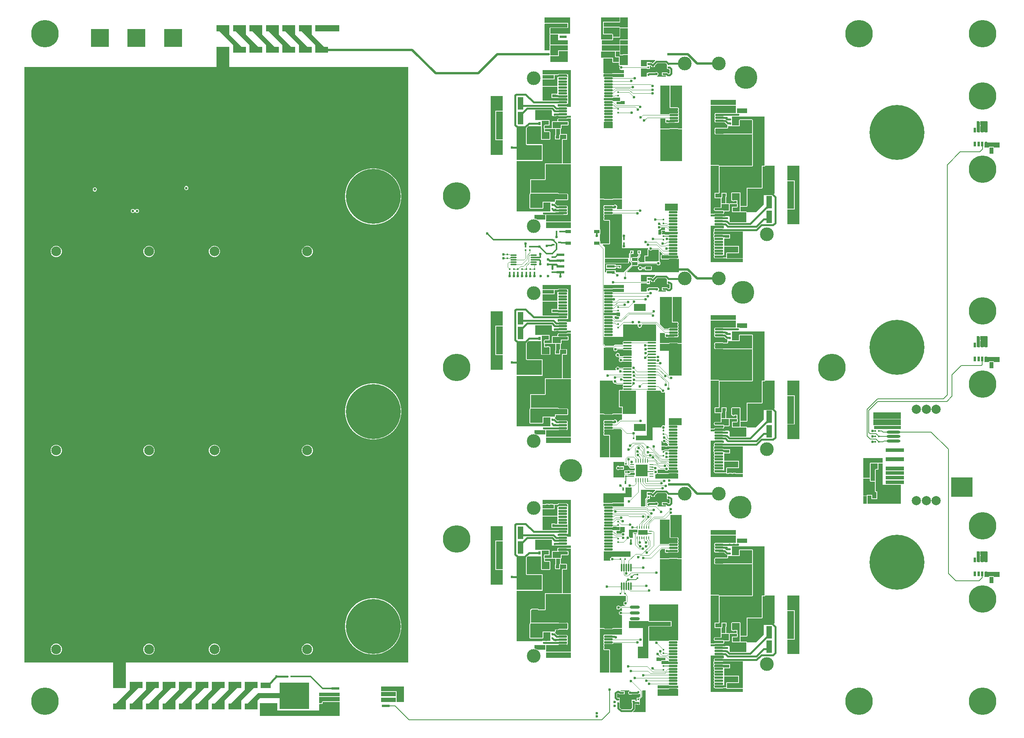
<source format=gtl>
G04*
G04 #@! TF.GenerationSoftware,Altium Limited,Altium Designer,24.9.1 (31)*
G04*
G04 Layer_Physical_Order=1*
G04 Layer_Color=255*
%FSLAX44Y44*%
%MOMM*%
G71*
G04*
G04 #@! TF.SameCoordinates,25B5EA7A-0A89-4A72-9C9E-8463CCD4450D*
G04*
G04*
G04 #@! TF.FilePolarity,Positive*
G04*
G01*
G75*
%ADD12C,0.2000*%
%ADD15C,0.5000*%
%ADD20R,0.6000X1.9000*%
%ADD21R,0.6000X0.8000*%
%ADD22R,0.7000X0.8500*%
%ADD23R,0.4500X0.4500*%
%ADD24R,0.4500X0.4500*%
%ADD25R,0.8500X0.7000*%
%ADD26O,3.0000X0.6000*%
%ADD27O,2.2000X0.6000*%
%ADD28R,0.4000X0.7500*%
%ADD29R,0.7500X0.4000*%
%ADD30O,1.4500X0.3000*%
%ADD31R,1.2000X0.8000*%
%ADD32R,1.8000X0.6000*%
%ADD33R,1.2500X2.7000*%
%ADD34R,0.8300X0.6300*%
%ADD35R,0.8000X0.6000*%
%ADD36R,2.7000X1.2500*%
%ADD37R,0.9500X0.8000*%
%ADD38R,0.8000X0.9500*%
G04:AMPARAMS|DCode=39|XSize=0.65mm|YSize=1.2mm|CornerRadius=0.0488mm|HoleSize=0mm|Usage=FLASHONLY|Rotation=90.000|XOffset=0mm|YOffset=0mm|HoleType=Round|Shape=RoundedRectangle|*
%AMROUNDEDRECTD39*
21,1,0.6500,1.1025,0,0,90.0*
21,1,0.5525,1.2000,0,0,90.0*
1,1,0.0975,0.5513,0.2763*
1,1,0.0975,0.5513,-0.2763*
1,1,0.0975,-0.5513,-0.2763*
1,1,0.0975,-0.5513,0.2763*
%
%ADD39ROUNDEDRECTD39*%
%ADD40R,1.6500X0.6000*%
%ADD41O,0.3000X1.7000*%
G04:AMPARAMS|DCode=42|XSize=0.25mm|YSize=0.6mm|CornerRadius=0.0625mm|HoleSize=0mm|Usage=FLASHONLY|Rotation=180.000|XOffset=0mm|YOffset=0mm|HoleType=Round|Shape=RoundedRectangle|*
%AMROUNDEDRECTD42*
21,1,0.2500,0.4750,0,0,180.0*
21,1,0.1250,0.6000,0,0,180.0*
1,1,0.1250,-0.0625,0.2375*
1,1,0.1250,0.0625,0.2375*
1,1,0.1250,0.0625,-0.2375*
1,1,0.1250,-0.0625,-0.2375*
%
%ADD42ROUNDEDRECTD42*%
G04:AMPARAMS|DCode=43|XSize=0.25mm|YSize=0.6mm|CornerRadius=0.0625mm|HoleSize=0mm|Usage=FLASHONLY|Rotation=270.000|XOffset=0mm|YOffset=0mm|HoleType=Round|Shape=RoundedRectangle|*
%AMROUNDEDRECTD43*
21,1,0.2500,0.4750,0,0,270.0*
21,1,0.1250,0.6000,0,0,270.0*
1,1,0.1250,-0.2375,-0.0625*
1,1,0.1250,-0.2375,0.0625*
1,1,0.1250,0.2375,0.0625*
1,1,0.1250,0.2375,-0.0625*
%
%ADD43ROUNDEDRECTD43*%
%ADD44R,2.0000X1.0000*%
%ADD45O,0.2400X0.9000*%
%ADD46O,0.9000X0.2400*%
%ADD47R,0.5000X0.4000*%
%ADD48R,0.5000X0.7500*%
%ADD49R,0.5000X1.3000*%
G04:AMPARAMS|DCode=50|XSize=0.45mm|YSize=1.9mm|CornerRadius=0.1125mm|HoleSize=0mm|Usage=FLASHONLY|Rotation=90.000|XOffset=0mm|YOffset=0mm|HoleType=Round|Shape=RoundedRectangle|*
%AMROUNDEDRECTD50*
21,1,0.4500,1.6750,0,0,90.0*
21,1,0.2250,1.9000,0,0,90.0*
1,1,0.2250,0.8375,0.1125*
1,1,0.2250,0.8375,-0.1125*
1,1,0.2250,-0.8375,-0.1125*
1,1,0.2250,-0.8375,0.1125*
%
%ADD50ROUNDEDRECTD50*%
G04:AMPARAMS|DCode=51|XSize=0.35mm|YSize=1.8mm|CornerRadius=0.0875mm|HoleSize=0mm|Usage=FLASHONLY|Rotation=90.000|XOffset=0mm|YOffset=0mm|HoleType=Round|Shape=RoundedRectangle|*
%AMROUNDEDRECTD51*
21,1,0.3500,1.6250,0,0,90.0*
21,1,0.1750,1.8000,0,0,90.0*
1,1,0.1750,0.8125,0.0875*
1,1,0.1750,0.8125,-0.0875*
1,1,0.1750,-0.8125,-0.0875*
1,1,0.1750,-0.8125,0.0875*
%
%ADD51ROUNDEDRECTD51*%
%ADD52R,2.6000X1.6000*%
%ADD82R,2.2000X1.2000*%
%ADD83R,6.4000X5.8000*%
%ADD92R,2.1500X2.1500*%
%ADD93C,2.1500*%
%ADD94R,2.5000X2.5000*%
%ADD95C,0.1200*%
%ADD96C,0.3810*%
%ADD97C,0.3000*%
%ADD98C,0.4000*%
%ADD99C,5.0000*%
%ADD100R,0.5000X1.0000*%
%ADD101C,2.0000*%
%ADD102R,4.0000X4.0000*%
%ADD103C,6.0000*%
%ADD104C,12.0000*%
%ADD105C,3.0000*%
%ADD106C,0.6000*%
G36*
X-26000Y743000D02*
X-42376Y743000D01*
D01*
X-42852Y744148D01*
X-44000Y744624D01*
X-78376D01*
Y754376D01*
X-44000D01*
X-42852Y754852D01*
X-42376Y756000D01*
Y765000D01*
X-26000D01*
Y743000D01*
D02*
G37*
G36*
X-657000Y735000D02*
X-709000D01*
Y748000D01*
X-657000D01*
Y735000D01*
D02*
G37*
G36*
X-152000Y730000D02*
X-195000D01*
Y742000D01*
X-156000D01*
Y753000D01*
X-208000D01*
X-208000Y765000D01*
X-152000D01*
Y730000D01*
D02*
G37*
G36*
X-44000Y723000D02*
X-58376D01*
Y728000D01*
X-58852Y729148D01*
X-60000Y729624D01*
X-78376D01*
Y743000D01*
X-44000D01*
Y723000D01*
D02*
G37*
G36*
Y756000D02*
X-80000D01*
Y728000D01*
X-60000D01*
Y717000D01*
X-83000D01*
X-84000Y718000D01*
Y765000D01*
X-44000D01*
Y756000D01*
D02*
G37*
G36*
X-26000Y705624D02*
X-42376D01*
Y715376D01*
X-26000D01*
Y705624D01*
D02*
G37*
G36*
X-26000Y741376D02*
Y717000D01*
X-44000D01*
Y705624D01*
X-83000D01*
Y715376D01*
X-60000D01*
X-58852Y715852D01*
X-58376Y717000D01*
Y721376D01*
X-44000D01*
X-42852Y721852D01*
X-42376Y723000D01*
Y741376D01*
X-26000Y741376D01*
D02*
G37*
G36*
X-178000Y715000D02*
X-157000D01*
Y705624D01*
X-195000D01*
X-195000Y706894D01*
X-195000Y728376D01*
X-178000D01*
Y715000D01*
D02*
G37*
G36*
X-158000Y743624D02*
X-195000D01*
X-196148Y743148D01*
X-196624Y742000D01*
Y730000D01*
X-196287Y729188D01*
X-196624Y728376D01*
X-196624Y706894D01*
X-196624Y705623D01*
X-196287Y704812D01*
X-196624Y704000D01*
Y693000D01*
X-208000Y693000D01*
X-208000Y750106D01*
X-206730Y751376D01*
X-158000D01*
Y743624D01*
D02*
G37*
G36*
X-44000Y692000D02*
X-83000D01*
Y704000D01*
X-44000D01*
Y692000D01*
D02*
G37*
G36*
X-717000Y728000D02*
X-690000Y701000D01*
X-681000D01*
Y688000D01*
X-709000D01*
Y705000D01*
X-739000Y735000D01*
X-745000Y735000D01*
Y748000D01*
X-717000D01*
Y728000D01*
D02*
G37*
G36*
X-753000D02*
X-726000Y701000D01*
X-717000D01*
Y688000D01*
X-745000D01*
Y705000D01*
X-775000Y735000D01*
X-781000Y735000D01*
Y748000D01*
X-753000D01*
Y728000D01*
D02*
G37*
G36*
X-789000D02*
X-762000Y701000D01*
X-753000D01*
Y688000D01*
X-781000D01*
Y705000D01*
X-811000Y735000D01*
X-817000Y735000D01*
Y748000D01*
X-789000D01*
Y728000D01*
D02*
G37*
G36*
X-825000D02*
X-798000Y701000D01*
X-789000D01*
Y688000D01*
X-817000D01*
Y705000D01*
X-847000Y735000D01*
X-853000Y735000D01*
Y748000D01*
X-825000D01*
Y728000D01*
D02*
G37*
G36*
X-861000D02*
X-834000Y701000D01*
X-825000D01*
Y688000D01*
X-853000D01*
Y705000D01*
X-883000Y735000D01*
X-889000Y735000D01*
Y748000D01*
X-861000D01*
Y728000D01*
D02*
G37*
G36*
X-897000D02*
X-870000Y701000D01*
X-861000D01*
Y688000D01*
X-889000D01*
Y705000D01*
X-919000Y735000D01*
X-925000Y735000D01*
Y748000D01*
X-897000D01*
Y728000D01*
D02*
G37*
G36*
X-26000Y684624D02*
X-36250D01*
X-37398Y684148D01*
X-37512Y683874D01*
X-42376D01*
Y690376D01*
X-42713Y691188D01*
X-42376Y692000D01*
Y704000D01*
X-26000D01*
Y684624D01*
D02*
G37*
G36*
X-157000Y693000D02*
X-178000D01*
Y682000D01*
X-195000D01*
Y684606D01*
X-194922Y685000D01*
X-195000Y685394D01*
Y704000D01*
X-157000D01*
Y693000D01*
D02*
G37*
G36*
X-53624Y680000D02*
X-53148Y678852D01*
X-52000Y678376D01*
X-45624D01*
Y668000D01*
X-58000D01*
Y677000D01*
X-84000D01*
Y689708D01*
X-83000Y690376D01*
X-53624D01*
Y680000D01*
D02*
G37*
G36*
X-157000Y668000D02*
X-195000D01*
Y680376D01*
X-178000D01*
X-176852Y680852D01*
X-176376Y682000D01*
Y691376D01*
X-157000D01*
Y668000D01*
D02*
G37*
G36*
X34320Y670730D02*
X28750Y665160D01*
X27800Y666110D01*
X26674Y666862D01*
X25345Y667127D01*
X22750D01*
Y667750D01*
X15250D01*
Y661020D01*
X15250Y660250D01*
X15250D01*
Y659750D01*
X15250D01*
Y658141D01*
X3000D01*
Y672000D01*
X33794D01*
X34320Y670730D01*
D02*
G37*
G36*
X-44000Y683000D02*
X-43750D01*
Y682250D01*
X-36250D01*
Y683000D01*
X-26000D01*
Y661000D01*
X-44000D01*
Y680000D01*
X-52000D01*
Y690376D01*
X-44000D01*
Y683000D01*
D02*
G37*
G36*
X59250Y662840D02*
Y660250D01*
X59250D01*
Y659750D01*
X59250D01*
Y652250D01*
X63010D01*
X63345Y652183D01*
X64330D01*
X65183Y651330D01*
Y643670D01*
X64263Y642750D01*
X62990D01*
X62808Y642786D01*
X61639Y643955D01*
X60513Y644707D01*
X59185Y644972D01*
X57000D01*
Y645000D01*
X49000D01*
Y638000D01*
X57000D01*
X57000Y638000D01*
Y638000D01*
X57730Y637230D01*
X56991Y636000D01*
X38624D01*
X38372Y637270D01*
X39144Y637590D01*
X40410Y638856D01*
X41095Y640510D01*
Y642300D01*
X40410Y643954D01*
X39144Y645220D01*
X37490Y645905D01*
X35700D01*
X34234Y645298D01*
X33000Y645000D01*
Y645000D01*
X33000Y645000D01*
X25000D01*
Y644972D01*
X20500D01*
X19171Y644707D01*
X18045Y643955D01*
X17840Y643750D01*
X15250D01*
X15250Y636250D01*
X14083Y636000D01*
X3000D01*
Y653859D01*
X15250D01*
Y652250D01*
X22750D01*
Y659750D01*
X23840Y660183D01*
X23907D01*
X25000Y659090D01*
Y657000D01*
X33000D01*
Y659590D01*
X38605Y665195D01*
X56895D01*
X59250Y662840D01*
D02*
G37*
G36*
X-59624Y668000D02*
X-59148Y666852D01*
X-58000Y666376D01*
X-45624D01*
Y661000D01*
X-45148Y659852D01*
X-44000Y659376D01*
Y658102D01*
X-44500Y656895D01*
Y655105D01*
X-44000Y653898D01*
Y651000D01*
X-41000D01*
Y650000D01*
X-34000D01*
Y643624D01*
X-58223D01*
X-58376Y643560D01*
X-58539Y643593D01*
X-58835Y643395D01*
X-59134Y643335D01*
X-59637Y643000D01*
X-59734Y642935D01*
X-60285Y642825D01*
X-76715D01*
X-77413Y642964D01*
X-77730Y642901D01*
X-78313Y642969D01*
X-78334Y643000D01*
X-79000D01*
X-79000Y651000D01*
Y675376D01*
X-59624D01*
Y668000D01*
D02*
G37*
G36*
X-34000Y635000D02*
X-58219D01*
X-58232Y635020D01*
X-59101Y635600D01*
X-60125Y635804D01*
X-76875D01*
X-77730Y635634D01*
X-78153Y635783D01*
X-79000Y636392D01*
Y640613D01*
X-78153Y641223D01*
X-77730Y641372D01*
X-76875Y641201D01*
X-60125D01*
X-59101Y641405D01*
X-58232Y641985D01*
X-58223Y642000D01*
X-34000D01*
Y635000D01*
D02*
G37*
G36*
X-159734Y640070D02*
X-159135Y639669D01*
X-158841Y639611D01*
X-158537Y639408D01*
X-157624Y638530D01*
Y635000D01*
X-158952D01*
X-159101Y635099D01*
X-160125Y635303D01*
X-176875D01*
X-177899Y635099D01*
X-178048Y635000D01*
X-180000D01*
Y615624D01*
X-212000D01*
Y630000D01*
X-186000D01*
Y639376D01*
X-178780D01*
X-178627Y639440D01*
X-178463Y639408D01*
X-178159Y639611D01*
X-177866Y639669D01*
X-177266Y640070D01*
X-176715Y640180D01*
X-160285D01*
X-159734Y640070D01*
D02*
G37*
G36*
X-187624Y631624D02*
X-212000D01*
Y639376D01*
X-187624D01*
Y631624D01*
D02*
G37*
G36*
X-182000Y596000D02*
X-178778D01*
X-178768Y595984D01*
X-177899Y595404D01*
X-176875Y595200D01*
X-160125D01*
X-159270Y595370D01*
X-158848Y595221D01*
X-158000Y594612D01*
Y591490D01*
X-158688Y590466D01*
X-159270Y590399D01*
X-159587Y590462D01*
X-160285Y590323D01*
X-176715D01*
X-177582Y590496D01*
X-177686Y590475D01*
X-178044Y590624D01*
X-191376D01*
Y596376D01*
X-182376Y596376D01*
X-182000Y596000D01*
D02*
G37*
G36*
X-180000Y598000D02*
X-193000Y598000D01*
Y589000D01*
X-178044D01*
X-177899Y588903D01*
X-176875Y588700D01*
X-160125D01*
X-159270Y588870D01*
X-158581Y588628D01*
X-158000Y588319D01*
Y583685D01*
X-158587Y583372D01*
X-159270Y583132D01*
X-160125Y583302D01*
X-176875D01*
X-177899Y583098D01*
X-178047Y583000D01*
X-212000D01*
X-212000Y614000D01*
X-180000D01*
Y598000D01*
D02*
G37*
G36*
X-43000Y582000D02*
X-57622D01*
X-57652Y582151D01*
X-58232Y583019D01*
X-59101Y583600D01*
X-60125Y583803D01*
X-76875D01*
X-78000Y584874D01*
Y588130D01*
X-76875Y589201D01*
X-60125D01*
X-59101Y589404D01*
X-58232Y589985D01*
X-58222Y590000D01*
X-43000D01*
Y582000D01*
D02*
G37*
G36*
X-150000Y570000D02*
X-158954D01*
X-159101Y570098D01*
X-160125Y570302D01*
X-176875D01*
X-177730Y570132D01*
X-178414Y570373D01*
X-179000Y570685D01*
Y575318D01*
X-178419Y575627D01*
X-177730Y575869D01*
X-176875Y575699D01*
X-160125D01*
X-159101Y575903D01*
X-158956Y576000D01*
X-156000D01*
Y641000D01*
X-158220D01*
X-158232Y641019D01*
X-159101Y641600D01*
X-160125Y641803D01*
X-176875D01*
X-177899Y641600D01*
X-178768Y641019D01*
X-178780Y641000D01*
X-212000D01*
Y650000D01*
X-150000D01*
X-150000Y570000D01*
D02*
G37*
G36*
X-33000Y575141D02*
X-50000D01*
Y580376D01*
X-43000D01*
X-41852Y580852D01*
X-41376Y582000D01*
X-33000D01*
Y575141D01*
D02*
G37*
G36*
X210750Y574122D02*
X155000D01*
Y584498D01*
X210750D01*
Y574122D01*
D02*
G37*
G36*
X235000Y556000D02*
X219500D01*
Y556248D01*
X213000D01*
Y566000D01*
X235000D01*
Y556000D01*
D02*
G37*
G36*
X65376Y568550D02*
X65852Y567402D01*
X67000Y566927D01*
X82965D01*
X83516Y566817D01*
X83847Y566596D01*
X84068Y566265D01*
X84178Y565714D01*
Y563784D01*
X84068Y563233D01*
X83667Y562634D01*
X83575Y562169D01*
X83394Y561731D01*
Y561266D01*
X83575Y560829D01*
X83667Y560364D01*
X84068Y559765D01*
X84178Y559214D01*
Y557284D01*
X84068Y556733D01*
X83667Y556133D01*
X83575Y555669D01*
X83495Y555476D01*
X83125Y555550D01*
X66375D01*
X65351Y555346D01*
X64482Y554766D01*
X63902Y553898D01*
X63901Y553890D01*
X45000D01*
Y616000D01*
X65376D01*
Y568550D01*
D02*
G37*
G36*
X-192000Y562090D02*
Y550000D01*
X-189750D01*
Y549250D01*
X-182250D01*
Y550000D01*
X-178045D01*
X-177899Y549903D01*
X-176875Y549699D01*
X-160125D01*
X-159101Y549903D01*
X-158955Y550000D01*
X-150000D01*
Y545624D01*
X-158221D01*
X-158375Y545560D01*
X-158538Y545592D01*
X-158838Y545392D01*
X-159135Y545333D01*
X-159734Y544932D01*
X-160285Y544822D01*
X-176875D01*
X-177432Y544592D01*
X-177995Y544375D01*
X-179120Y543304D01*
X-179128Y543284D01*
X-179148Y543276D01*
X-179379Y542719D01*
X-179623Y542168D01*
X-179615Y542147D01*
X-179624Y542128D01*
Y539675D01*
X-180126Y538930D01*
X-180296Y538799D01*
X-180697Y538624D01*
X-190000D01*
X-191148Y538148D01*
X-191624Y537000D01*
X-191624Y523000D01*
X-208000D01*
X-208000Y528102D01*
X-207102Y529000D01*
X-197000Y529000D01*
Y541000D01*
X-228000D01*
Y562528D01*
X-192438D01*
X-192000Y562090D01*
D02*
G37*
G36*
X-157000Y531000D02*
X-172000Y531000D01*
Y523250D01*
X-172250D01*
Y523000D01*
X-190000Y523000D01*
X-190000Y537000D01*
X-178045D01*
X-177899Y536902D01*
X-176875Y536699D01*
X-160125D01*
X-159101Y536902D01*
X-158955Y537000D01*
X-157000D01*
Y531000D01*
D02*
G37*
G36*
X93000Y522000D02*
X85195D01*
X85017Y522266D01*
X84149Y522846D01*
X83125Y523050D01*
X66375D01*
X65351Y522846D01*
X64482Y522266D01*
X64305Y522000D01*
X45000D01*
Y544000D01*
X56000D01*
Y535000D01*
X58058D01*
X58635Y534614D01*
X59454Y534275D01*
X60324Y534102D01*
X61210D01*
X62080Y534275D01*
X62899Y534614D01*
X63476Y535000D01*
X66109D01*
X66375Y534947D01*
X83125D01*
X83391Y535000D01*
X85000D01*
Y535719D01*
X85017Y535731D01*
X85598Y536599D01*
X85801Y537623D01*
Y539874D01*
X85598Y540898D01*
X85017Y541766D01*
Y542231D01*
X85598Y543099D01*
X85801Y544124D01*
Y546374D01*
X85598Y547398D01*
X85017Y548266D01*
Y548731D01*
X85598Y549599D01*
X85801Y550624D01*
Y552874D01*
X85598Y553898D01*
X85017Y554766D01*
Y555231D01*
X85598Y556100D01*
X85801Y557124D01*
Y559374D01*
X85598Y560398D01*
X85017Y561266D01*
Y561731D01*
X85598Y562600D01*
X85801Y563624D01*
Y565874D01*
X85598Y566898D01*
X85017Y567766D01*
X84149Y568347D01*
X83125Y568550D01*
X67000D01*
Y616000D01*
X93000D01*
Y522000D01*
D02*
G37*
G36*
X-198624Y530624D02*
X-207102Y530624D01*
X-208250Y530148D01*
X-208648Y529750D01*
X-208750D01*
Y529648D01*
X-209148Y529250D01*
X-209624Y528102D01*
D01*
Y528102D01*
X-209624Y523000D01*
X-209148Y521852D01*
X-208750Y521687D01*
Y514250D01*
X-201250D01*
Y515000D01*
X-199750D01*
Y514250D01*
X-197000D01*
Y499000D01*
X-214000D01*
Y539376D01*
X-198624D01*
Y530624D01*
D02*
G37*
G36*
X-59000Y523000D02*
X-78000D01*
Y537000D01*
X-59000D01*
Y523000D01*
D02*
G37*
G36*
X83413Y521337D02*
X83413D01*
X83516Y521316D01*
X83984Y521003D01*
X84047Y520852D01*
X84485Y520671D01*
X84878Y520408D01*
X85041Y520440D01*
X85195Y520376D01*
X93000D01*
Y451000D01*
X45000D01*
Y520376D01*
X64305D01*
X64458Y520440D01*
X64622Y520408D01*
X65015Y520671D01*
X65453Y520852D01*
X65516Y521003D01*
X65984Y521316D01*
X66535Y521426D01*
X82965D01*
X83413Y521337D01*
D02*
G37*
G36*
X743376Y536730D02*
X743376Y531102D01*
X743500Y530804D01*
Y530481D01*
X743876Y529572D01*
Y528428D01*
X743500Y527519D01*
Y527196D01*
X743376Y526898D01*
X743376Y515898D01*
X742776Y515000D01*
X737000D01*
Y538000D01*
X742106D01*
X743376Y536730D01*
D02*
G37*
G36*
X761000Y537102D02*
Y515000D01*
X745898Y515000D01*
X745000Y515898D01*
X745000Y526898D01*
X745500Y528105D01*
Y529895D01*
X745000Y531102D01*
X745000Y538000D01*
X760102Y538000D01*
X761000Y537102D01*
D02*
G37*
G36*
X245750Y511122D02*
X183378D01*
X183225Y511058D01*
X183062Y511091D01*
X182965Y511071D01*
X166535D01*
X166438Y511091D01*
X166275Y511058D01*
X166122Y511122D01*
X165931D01*
X165898Y511201D01*
X165745Y511264D01*
X165432Y511733D01*
X165322Y512284D01*
Y514214D01*
X165454Y514877D01*
X165494Y514917D01*
X165890Y515884D01*
X165887Y516499D01*
X165890Y517114D01*
X165494Y518081D01*
X165454Y518122D01*
X165322Y518784D01*
Y520714D01*
X165432Y521265D01*
X165745Y521734D01*
X165898Y521797D01*
X166042Y522145D01*
X191750D01*
X192898Y522620D01*
X193374Y523768D01*
Y527498D01*
X218750D01*
Y540498D01*
X245750D01*
Y511122D01*
D02*
G37*
G36*
X-174000Y509859D02*
X-174725Y509497D01*
X-174901Y509295D01*
X-175148Y509193D01*
X-175292Y508844D01*
X-175540Y508559D01*
X-175521Y508292D01*
X-175624Y508045D01*
Y500124D01*
X-183376D01*
Y506135D01*
X-182852Y506352D01*
X-182376Y507500D01*
Y521376D01*
X-179903D01*
X-174000D01*
X-174000Y509859D01*
D02*
G37*
G36*
X-299500Y498624D02*
X-313876D01*
Y559376D01*
X-299500D01*
Y498624D01*
D02*
G37*
G36*
X787000Y481000D02*
X774624D01*
X774148Y482148D01*
X773000Y482624D01*
X765000D01*
X763852Y482148D01*
X763376Y481000D01*
X754000D01*
Y492000D01*
X787000D01*
Y481000D01*
D02*
G37*
G36*
X773000Y467000D02*
X765000D01*
Y481000D01*
X773000D01*
Y467000D01*
D02*
G37*
G36*
X-299500Y561000D02*
X-315500D01*
Y497000D01*
X-299500D01*
Y465000D01*
X-325500D01*
Y593000D01*
X-299500D01*
Y561000D01*
D02*
G37*
G36*
X-247280Y525730D02*
X-248148Y524862D01*
X-248624Y523714D01*
X-248624Y488000D01*
X-248148Y486852D01*
X-247000Y486376D01*
X-247000D01*
Y486000D01*
X-214000Y486000D01*
Y454000D01*
X-269000D01*
X-269000Y527000D01*
X-247676D01*
X-247280Y525730D01*
D02*
G37*
G36*
X-215624Y499000D02*
X-215148Y497852D01*
X-214000Y497376D01*
X-197000D01*
X-195852Y497852D01*
X-195376Y499000D01*
Y514250D01*
X-195852Y515398D01*
X-197000Y515874D01*
X-198488D01*
X-198602Y516148D01*
X-199750Y516624D01*
X-201250D01*
X-202398Y516148D01*
X-202512Y515874D01*
X-207126D01*
Y521376D01*
X-191624D01*
X-190812Y521713D01*
X-190000Y521376D01*
X-184000Y521376D01*
Y507500D01*
X-185000D01*
Y498500D01*
X-174000D01*
Y499000D01*
X-174000D01*
Y508045D01*
X-172730Y508679D01*
X-172000Y508376D01*
X-160624D01*
Y499624D01*
X-168000D01*
X-169148Y499148D01*
X-169624Y498000D01*
Y446000D01*
X-207250D01*
X-207250Y411000D01*
X-239250D01*
Y381313D01*
X-239648Y381148D01*
X-240124Y380000D01*
Y379428D01*
X-240685Y378072D01*
Y377841D01*
X-240874Y377386D01*
Y349000D01*
X-240398Y347852D01*
X-239250Y347376D01*
X-212250D01*
X-211102Y347852D01*
X-210626Y349000D01*
Y360376D01*
X-195250D01*
Y341000D01*
X-269000D01*
Y451000D01*
X-212000Y451000D01*
Y488000D01*
X-247000D01*
X-247000Y523714D01*
X-243714Y527000D01*
X-215624D01*
Y499000D01*
D02*
G37*
G36*
X-150000Y446000D02*
X-168000D01*
Y498000D01*
X-159000D01*
Y510000D01*
X-172000D01*
X-172000Y521480D01*
X-171102Y521852D01*
X-171029Y522029D01*
X-170852Y522102D01*
X-170376Y523250D01*
Y529376D01*
X-157000Y529376D01*
X-155852Y529852D01*
X-155376Y531000D01*
Y537000D01*
X-155852Y538148D01*
X-157000Y538624D01*
X-158955D01*
X-159315Y538474D01*
X-159418Y538495D01*
X-160285Y538322D01*
X-176715D01*
X-177582Y538495D01*
X-178000Y539675D01*
Y542128D01*
X-176875Y543199D01*
X-160125D01*
X-159101Y543402D01*
X-158232Y543983D01*
X-158221Y544000D01*
X-150000D01*
Y446000D01*
D02*
G37*
G36*
X210750Y556498D02*
X164750D01*
Y555446D01*
X164482Y555267D01*
X163902Y554399D01*
X163699Y553375D01*
Y551125D01*
X163902Y550101D01*
X163992Y549967D01*
X164387Y549000D01*
X163992Y548033D01*
X163902Y547899D01*
X163699Y546875D01*
Y544625D01*
X163902Y543600D01*
X163992Y543467D01*
X164387Y542500D01*
X163992Y541533D01*
X163902Y541399D01*
X163699Y540374D01*
Y538125D01*
X163902Y537100D01*
X164482Y536232D01*
X165351Y535652D01*
X166375Y535448D01*
X175018D01*
X175095Y535433D01*
X185657D01*
X189702Y531388D01*
X190828Y530636D01*
X191750Y530452D01*
Y523768D01*
X164750D01*
Y522946D01*
X164482Y522767D01*
X163902Y521898D01*
X163699Y520874D01*
Y518624D01*
X163902Y517600D01*
X163992Y517466D01*
X164387Y516499D01*
X163992Y515532D01*
X163902Y515398D01*
X163699Y514374D01*
Y512124D01*
X163902Y511100D01*
X164482Y510232D01*
X164750Y510053D01*
Y509498D01*
X166122D01*
X166375Y509448D01*
X183125D01*
X183378Y509498D01*
X245750D01*
Y441000D01*
X174624D01*
X174148Y442148D01*
X173000Y442624D01*
X155000D01*
Y572498D01*
X210750D01*
Y556498D01*
D02*
G37*
G36*
X-38500Y369122D02*
X-57805D01*
X-57959Y369058D01*
X-58122Y369090D01*
X-58516Y368827D01*
X-58953Y368646D01*
X-59016Y368495D01*
X-59484Y368182D01*
X-60035Y368072D01*
X-76465D01*
X-77016Y368182D01*
X-77484Y368495D01*
X-77547Y368646D01*
X-77985Y368827D01*
X-78378Y369090D01*
X-78541Y369058D01*
X-78695Y369122D01*
X-86500D01*
X-86500Y369122D01*
Y440000D01*
X-38500D01*
Y369122D01*
D02*
G37*
G36*
X-178517Y379732D02*
X-177649Y379151D01*
X-176625Y378948D01*
X-159875D01*
X-159520Y379018D01*
X-158250Y378142D01*
Y367000D01*
X-159623D01*
X-159875Y367050D01*
X-176625D01*
X-176877Y367000D01*
X-185250D01*
Y362000D01*
X-212250D01*
Y349000D01*
X-239250D01*
Y377386D01*
X-239185Y377451D01*
X-238500Y379105D01*
Y380000D01*
X-178697D01*
X-178517Y379732D01*
D02*
G37*
G36*
X-38500Y345766D02*
X-49500D01*
Y349338D01*
X-49261Y349696D01*
X-48912Y351451D01*
X-49261Y353207D01*
X-49500Y353565D01*
Y354498D01*
X-50124D01*
X-50256Y354696D01*
X-51744Y355690D01*
X-53500Y356040D01*
X-55256Y355690D01*
X-56744Y354696D01*
X-56876Y354498D01*
X-59609D01*
X-59875Y354551D01*
X-76625D01*
X-76891Y354498D01*
X-78500D01*
Y353779D01*
X-78517Y353767D01*
X-79098Y352899D01*
X-79301Y351875D01*
Y349625D01*
X-79098Y348600D01*
X-78517Y347732D01*
Y347267D01*
X-79098Y346399D01*
X-79301Y345374D01*
Y343125D01*
X-79098Y342100D01*
X-78517Y341232D01*
Y340767D01*
X-79098Y339899D01*
X-79301Y338874D01*
Y336624D01*
X-79098Y335600D01*
X-78517Y334732D01*
Y334267D01*
X-79098Y333398D01*
X-79301Y332374D01*
Y330124D01*
X-79098Y329100D01*
X-78517Y328232D01*
Y327767D01*
X-79098Y326898D01*
X-79301Y325874D01*
Y323624D01*
X-79098Y322600D01*
X-78517Y321732D01*
X-77649Y321151D01*
X-76625Y320948D01*
X-66500D01*
Y271000D01*
X-86000D01*
Y276800D01*
X-86500D01*
Y291200D01*
X-86000D01*
Y302200D01*
X-86500D01*
Y367498D01*
X-78695D01*
X-78517Y367232D01*
X-77649Y366652D01*
X-76625Y366449D01*
X-59875D01*
X-58851Y366652D01*
X-57983Y367232D01*
X-57805Y367498D01*
X-38500D01*
Y345766D01*
D02*
G37*
G36*
X-168000Y444376D02*
X-150000D01*
Y318624D01*
X-204250D01*
Y333000D01*
X-158250D01*
Y334052D01*
X-157983Y334231D01*
X-157402Y335099D01*
X-157199Y336123D01*
Y338373D01*
X-157402Y339398D01*
X-157492Y339531D01*
X-157887Y340498D01*
X-157492Y341465D01*
X-157402Y341599D01*
X-157199Y342623D01*
Y344873D01*
X-157402Y345898D01*
X-157492Y346031D01*
X-157887Y346998D01*
X-157492Y347966D01*
X-157402Y348099D01*
X-157199Y349124D01*
Y351373D01*
X-157402Y352398D01*
X-157983Y353266D01*
X-158851Y353846D01*
X-159875Y354050D01*
X-176625D01*
X-177649Y353846D01*
X-177838Y353720D01*
X-180061D01*
X-184450Y358110D01*
X-185250Y358644D01*
Y360376D01*
X-184102Y360852D01*
X-183626Y362000D01*
Y365376D01*
X-176877D01*
X-176724Y365440D01*
X-176561Y365408D01*
X-176465Y365427D01*
X-160035D01*
X-159939Y365408D01*
X-159776Y365440D01*
X-159623Y365376D01*
X-158250D01*
X-157102Y365852D01*
X-156626Y367000D01*
Y378142D01*
X-156685Y378284D01*
X-156653Y378434D01*
X-156916Y378842D01*
X-157102Y379290D01*
X-157244Y379349D01*
X-157328Y379478D01*
X-158598Y380354D01*
X-158611Y380357D01*
X-158618Y380368D01*
X-159216Y380487D01*
X-159813Y380615D01*
X-159824Y380608D01*
X-159837Y380611D01*
X-160035Y380571D01*
X-176465D01*
X-177016Y380681D01*
X-177485Y380994D01*
X-177549Y381148D01*
X-177986Y381329D01*
X-178380Y381592D01*
X-178543Y381560D01*
X-178697Y381624D01*
X-237626D01*
Y409376D01*
X-207250D01*
X-206102Y409852D01*
X-205626Y411000D01*
X-205626Y444376D01*
X-169624D01*
X-168812Y444713D01*
X-168000Y444376D01*
D02*
G37*
G36*
X188376Y373865D02*
X187852Y373648D01*
X187376Y372500D01*
Y358624D01*
X185590D01*
X179000D01*
X179000Y370141D01*
X179725Y370503D01*
X179901Y370705D01*
X180148Y370807D01*
X180292Y371156D01*
X180540Y371441D01*
X180521Y371708D01*
X180624Y371955D01*
Y379876D01*
X188376D01*
Y373865D01*
D02*
G37*
G36*
X272750Y441000D02*
X267000D01*
Y393000D01*
X234000D01*
X234000Y353000D01*
X220624D01*
Y381000D01*
X220148Y382148D01*
X219000Y382624D01*
X202000D01*
X200852Y382148D01*
X200376Y381000D01*
Y365750D01*
X200852Y364602D01*
X202000Y364126D01*
X203488D01*
X203602Y363852D01*
X204750Y363377D01*
X206250D01*
X207398Y363852D01*
X207512Y364126D01*
X212126D01*
Y358624D01*
X196624D01*
X195812Y358287D01*
X195000Y358624D01*
X189000Y358624D01*
Y372500D01*
X190000D01*
Y381500D01*
X179000D01*
Y381000D01*
X179000D01*
Y371955D01*
X177730Y371321D01*
X177000Y371624D01*
X165624D01*
Y380376D01*
X173000D01*
X174148Y380852D01*
X174624Y382000D01*
Y439376D01*
X245750D01*
X246898Y439852D01*
X247374Y441000D01*
Y509498D01*
X247037Y510310D01*
X247374Y511122D01*
Y540498D01*
X246898Y541646D01*
X245750Y542122D01*
X218750D01*
X217602Y541646D01*
X217126Y540498D01*
Y529122D01*
X201750D01*
Y548498D01*
X272750D01*
Y441000D01*
D02*
G37*
G36*
X213000Y351898D02*
X212102Y351000D01*
X202000Y351000D01*
Y339000D01*
X233000D01*
Y317472D01*
X197438D01*
X197000Y317910D01*
Y330000D01*
X194750D01*
Y330750D01*
X187250D01*
Y330000D01*
X183045D01*
X182899Y330097D01*
X181875Y330301D01*
X165125D01*
X164101Y330097D01*
X163955Y330000D01*
X155000D01*
Y334376D01*
X163221D01*
X163375Y334440D01*
X163538Y334408D01*
X163838Y334608D01*
X164135Y334667D01*
X164734Y335068D01*
X165285Y335178D01*
X181875D01*
X182432Y335408D01*
X182994Y335625D01*
X184119Y336697D01*
X184128Y336716D01*
X184148Y336724D01*
X184379Y337281D01*
X184623Y337832D01*
X184615Y337853D01*
X184624Y337872D01*
Y341128D01*
X185797Y341376D01*
X195000D01*
X196148Y341852D01*
X196624Y343000D01*
X196624Y357000D01*
X213000D01*
X213000Y351898D01*
D02*
G37*
G36*
X219000Y340624D02*
X203624D01*
Y349376D01*
X212102Y349376D01*
X213250Y349852D01*
X213648Y350250D01*
X213750D01*
Y350352D01*
X214148Y350750D01*
X214624Y351898D01*
D01*
Y351898D01*
X214624Y357000D01*
X214148Y358148D01*
X213750Y358313D01*
Y365750D01*
X206250D01*
Y365000D01*
X204750D01*
Y365750D01*
X202000D01*
Y381000D01*
X219000D01*
Y340624D01*
D02*
G37*
G36*
X337376Y346624D02*
X323000D01*
Y407376D01*
X337376D01*
Y346624D01*
D02*
G37*
G36*
X195000Y343000D02*
X183388D01*
X182994Y343374D01*
X182432Y343591D01*
X181875Y343822D01*
X165285D01*
X164734Y343932D01*
X164403Y344153D01*
X164182Y344484D01*
X164072Y345035D01*
Y346965D01*
X164182Y347516D01*
X164403Y347847D01*
X164734Y348068D01*
X165285Y348178D01*
X177000D01*
X178148Y348653D01*
X178624Y349801D01*
X178624Y357000D01*
X195000Y357000D01*
X195000Y343000D01*
D02*
G37*
G36*
X83000Y343000D02*
X55000D01*
Y358000D01*
X83000D01*
Y343000D01*
D02*
G37*
G36*
X295000Y381000D02*
X291000Y377000D01*
X271000D01*
Y356000D01*
X254000Y339000D01*
X234624D01*
X234148Y340148D01*
X233000Y340624D01*
X220624D01*
Y351376D01*
X234000D01*
X235148Y351852D01*
X235624Y353000D01*
X235624Y391376D01*
X267000D01*
X268148Y391852D01*
X268624Y393000D01*
Y439376D01*
X272750D01*
X273898Y439852D01*
X274374Y441000D01*
X295000D01*
Y381000D01*
D02*
G37*
G36*
X173000Y382000D02*
X164000D01*
Y370000D01*
X177000D01*
X177000Y349801D01*
X165125D01*
X164101Y349598D01*
X163232Y349017D01*
X162652Y348149D01*
X162449Y347125D01*
Y344875D01*
X162652Y343851D01*
X163232Y342982D01*
X164101Y342402D01*
X165125Y342199D01*
X181875D01*
X183000Y341128D01*
Y337872D01*
X181875Y336801D01*
X165125D01*
X164101Y336598D01*
X163232Y336017D01*
X163221Y336000D01*
X155000D01*
Y441000D01*
X173000D01*
Y382000D01*
D02*
G37*
G36*
X-38500Y260750D02*
X-35700D01*
X-34000Y260412D01*
X-32300Y260750D01*
X18486D01*
X19162Y259973D01*
X18871Y258684D01*
X18415Y258508D01*
X18168Y258272D01*
X17852Y258141D01*
X17736Y257861D01*
X17515Y257651D01*
X17507Y257309D01*
X17376Y256993D01*
Y244624D01*
X12000D01*
X10852Y244148D01*
X10376Y243000D01*
Y232000D01*
X10772Y231045D01*
X10269Y229775D01*
X1503D01*
X-2961Y234239D01*
Y237761D01*
X514Y241236D01*
X978Y241931D01*
X1141Y242750D01*
Y248250D01*
X2750D01*
Y255750D01*
X-4750D01*
Y248250D01*
X-3141D01*
Y243637D01*
X-5989Y240789D01*
X-16013D01*
X-16788Y240635D01*
X-17445Y240195D01*
X-17589Y239981D01*
X-18859Y240366D01*
Y247113D01*
X-17722Y248250D01*
X-13250D01*
Y255750D01*
X-20750D01*
Y251278D01*
X-22514Y249514D01*
X-22978Y248819D01*
X-23141Y248000D01*
Y239947D01*
X-24411Y239230D01*
X-25000Y239474D01*
X-76000D01*
Y263560D01*
X-80643Y268203D01*
X-80157Y269376D01*
X-66500D01*
X-65352Y269852D01*
X-64876Y271000D01*
Y320948D01*
X-65352Y322096D01*
X-66500Y322571D01*
X-76465D01*
X-77016Y322681D01*
X-77347Y322902D01*
X-77568Y323233D01*
X-77678Y323784D01*
Y325714D01*
X-77568Y326265D01*
X-77168Y326865D01*
X-77075Y327329D01*
X-76894Y327767D01*
Y328232D01*
X-77075Y328669D01*
X-77168Y329134D01*
X-77568Y329734D01*
X-77678Y330284D01*
Y332214D01*
X-77568Y332765D01*
X-77168Y333365D01*
X-77075Y333829D01*
X-76996Y334022D01*
X-76625Y333948D01*
X-59875D01*
X-58851Y334152D01*
X-57983Y334732D01*
X-57647Y335233D01*
X-38500D01*
Y260750D01*
D02*
G37*
G36*
X-205874Y323000D02*
X-223202D01*
X-223684Y323322D01*
X-226687Y324566D01*
X-229875Y325200D01*
X-230000D01*
Y333000D01*
X-205874D01*
Y323000D01*
D02*
G37*
G36*
X349000Y313000D02*
X323000D01*
Y345000D01*
X339000D01*
Y409000D01*
X323000D01*
Y441000D01*
X349000D01*
Y313000D01*
D02*
G37*
G36*
X-150000Y305000D02*
X-204250D01*
Y317000D01*
X-150000D01*
Y305000D01*
D02*
G37*
G36*
X164101Y309902D02*
X165125Y309698D01*
X181875D01*
X182730Y309868D01*
X183414Y309627D01*
X184000Y309315D01*
Y304682D01*
X183419Y304373D01*
X182730Y304131D01*
X181875Y304301D01*
X165125D01*
X164101Y304097D01*
X163232Y303517D01*
X162652Y302648D01*
X162449Y301624D01*
Y299374D01*
X162652Y298350D01*
X161852Y297463D01*
X161700Y297096D01*
X161447Y296788D01*
X161471Y296543D01*
X161376Y296315D01*
Y291681D01*
X161471Y291452D01*
X161448Y291205D01*
X161700Y290899D01*
X161852Y290533D01*
X161652Y289415D01*
X161558Y288949D01*
X161376Y288510D01*
Y285389D01*
X161429Y285261D01*
X161398Y285127D01*
X161661Y284702D01*
X161852Y284240D01*
X161882Y284228D01*
X162760Y283309D01*
X162652Y283148D01*
X162449Y282124D01*
Y279874D01*
X162652Y278850D01*
X163232Y277981D01*
Y277516D01*
X162652Y276648D01*
X162449Y275624D01*
Y273374D01*
X162652Y272349D01*
X163232Y271481D01*
Y271016D01*
X162652Y270148D01*
X162449Y269124D01*
Y266874D01*
X162652Y265849D01*
X163232Y264981D01*
Y264516D01*
X162652Y263648D01*
X162449Y262624D01*
Y260373D01*
X162652Y259349D01*
X163232Y258481D01*
Y258016D01*
X162652Y257148D01*
X162449Y256123D01*
Y253873D01*
X162652Y252849D01*
X162742Y252715D01*
X163137Y251748D01*
X162742Y250781D01*
X162652Y250648D01*
X162449Y249623D01*
Y247373D01*
X162652Y246349D01*
X163232Y245481D01*
Y245016D01*
X162652Y244147D01*
X162449Y243123D01*
Y240873D01*
X162652Y239849D01*
X163232Y238981D01*
X164101Y238400D01*
X165125Y238197D01*
X181875D01*
X182899Y238400D01*
X183768Y238981D01*
X183780Y239000D01*
X189376D01*
X189852Y237852D01*
X191000Y237376D01*
X226000D01*
X226000Y237376D01*
Y230000D01*
X155000D01*
X155000Y310000D01*
X163954D01*
X164101Y309902D01*
D02*
G37*
G36*
X55000Y300624D02*
X49000D01*
X47852Y300148D01*
X47376Y299000D01*
Y297102D01*
X47500Y296804D01*
Y296481D01*
X47876Y295572D01*
Y294428D01*
X47500Y293519D01*
Y293196D01*
X47376Y292898D01*
Y290750D01*
X46875Y290000D01*
X41000D01*
Y300815D01*
X42056Y301520D01*
X42105Y301500D01*
X43895D01*
X45549Y302185D01*
X46815Y303451D01*
X47500Y305105D01*
Y305209D01*
X55000D01*
Y300624D01*
D02*
G37*
G36*
X226000Y266000D02*
Y239000D01*
X191000D01*
Y250000D01*
X217000D01*
Y266000D01*
X185000D01*
Y282000D01*
X198000Y282000D01*
Y291000D01*
X183044D01*
X182899Y291097D01*
X181875Y291300D01*
X165125D01*
X164270Y291130D01*
X163581Y291373D01*
X163000Y291681D01*
Y296315D01*
X163587Y296628D01*
X164270Y296868D01*
X165125Y296698D01*
X181875D01*
X182899Y296901D01*
X183047Y297000D01*
X226000D01*
X226000Y266000D01*
D02*
G37*
G36*
X55000Y296000D02*
X83000D01*
Y291870D01*
X81875Y290799D01*
X65125D01*
X64101Y290596D01*
X63232Y290016D01*
X63222Y290000D01*
X55750D01*
Y290750D01*
X49000D01*
Y292898D01*
X49500Y294105D01*
Y295895D01*
X49000Y297102D01*
Y299000D01*
X55000D01*
Y296000D01*
D02*
G37*
G36*
X182582Y289504D02*
X182686Y289525D01*
X183044Y289376D01*
X196376D01*
Y283624D01*
X187376Y283624D01*
X187000Y284000D01*
X183778D01*
X183768Y284016D01*
X182899Y284597D01*
X181875Y284800D01*
X165125D01*
X164270Y284630D01*
X163848Y284779D01*
X163000Y285389D01*
Y288510D01*
X163688Y289534D01*
X164270Y289601D01*
X164587Y289538D01*
X165285Y289677D01*
X181715D01*
X182582Y289504D01*
D02*
G37*
G36*
X42000Y255972D02*
Y232570D01*
X41895Y232500D01*
X40105D01*
X38898Y232000D01*
X12000D01*
Y243000D01*
X19000D01*
Y256993D01*
X19866Y257328D01*
X20270Y257366D01*
X21451Y256185D01*
X23105Y255500D01*
X24895D01*
X26549Y256185D01*
X27815Y257451D01*
X27835Y257500D01*
X40472D01*
X42000Y255972D01*
D02*
G37*
G36*
X215376Y251624D02*
X191000D01*
X189852Y251148D01*
X189376Y250000D01*
Y240624D01*
X183780D01*
X183627Y240560D01*
X183463Y240592D01*
X183159Y240389D01*
X182866Y240331D01*
X182266Y239930D01*
X181715Y239820D01*
X165285D01*
X164734Y239930D01*
X164403Y240151D01*
X164182Y240483D01*
X164072Y241033D01*
Y242963D01*
X164182Y243514D01*
X164582Y244114D01*
X164675Y244578D01*
X164755Y244771D01*
X165125Y244697D01*
X181875D01*
X182899Y244901D01*
X183048Y245000D01*
X185000D01*
Y264376D01*
X215376D01*
Y251624D01*
D02*
G37*
G36*
X63232Y244980D02*
X64101Y244400D01*
X65125Y244196D01*
X81875D01*
X82730Y244366D01*
X83153Y244217D01*
X84000Y243608D01*
Y239387D01*
X83153Y238777D01*
X82730Y238628D01*
X81875Y238799D01*
X65125D01*
X64101Y238595D01*
X63232Y238015D01*
X63223Y238000D01*
X48000D01*
Y245000D01*
X63219D01*
X63232Y244980D01*
D02*
G37*
G36*
X-25000Y228850D02*
X-76000D01*
Y237850D01*
X-25000D01*
Y228850D01*
D02*
G37*
G36*
X50078Y247894D02*
X49552Y246624D01*
X48000D01*
X46852Y246148D01*
X46376Y245000D01*
Y238000D01*
X46852Y236852D01*
X48000Y236376D01*
X63223D01*
X63376Y236440D01*
X63539Y236407D01*
X63835Y236605D01*
X64134Y236665D01*
X64734Y237065D01*
X65285Y237175D01*
X81715D01*
X82413Y237036D01*
X82837Y237120D01*
X83269Y237097D01*
X83691Y237246D01*
X83869Y237405D01*
X84101Y237459D01*
X84480Y237732D01*
X85750Y237135D01*
Y208250D01*
X-26813D01*
X-27299Y209423D01*
X-15011Y221711D01*
X-4988D01*
X-4212Y221865D01*
X-3555Y222305D01*
X-3115Y222962D01*
X-2961Y223738D01*
Y226524D01*
X-1788Y227010D01*
X-898Y226120D01*
X-204Y225656D01*
X616Y225493D01*
X37263D01*
X37756Y224756D01*
X39244Y223761D01*
X41000Y223412D01*
X42756Y223761D01*
X44244Y224756D01*
X45239Y226244D01*
X45588Y228000D01*
X45239Y229756D01*
X44244Y231244D01*
X43592Y232253D01*
X43560Y232416D01*
X43624Y232570D01*
Y252689D01*
X44797Y253175D01*
X50078Y247894D01*
D02*
G37*
G36*
X-18039Y228261D02*
Y224739D01*
X-33514Y209264D01*
X-33978Y208569D01*
X-34042Y208250D01*
X-38500D01*
Y208000D01*
X-52500D01*
Y212450D01*
X-73500D01*
Y208000D01*
X-76000D01*
Y227226D01*
X-25000D01*
X-23852Y227702D01*
X-23376Y228850D01*
Y231802D01*
X-22106Y232328D01*
X-18039Y228261D01*
D02*
G37*
G36*
X34320Y200730D02*
X28750Y195160D01*
X27800Y196110D01*
X26674Y196862D01*
X25345Y197127D01*
X22750D01*
Y197750D01*
X15250D01*
Y191020D01*
X15250Y190250D01*
X15250D01*
Y189750D01*
X15250D01*
Y188141D01*
X3000D01*
Y202000D01*
X33794D01*
X34320Y200730D01*
D02*
G37*
G36*
X59250Y192840D02*
Y190250D01*
X59250D01*
Y189750D01*
X59250D01*
Y182250D01*
X63010D01*
X63345Y182183D01*
X64330D01*
X65183Y181330D01*
Y173670D01*
X64263Y172750D01*
X62990D01*
X62808Y172786D01*
X61639Y173955D01*
X60513Y174707D01*
X59185Y174972D01*
X57000D01*
Y175000D01*
X49000D01*
Y168000D01*
X57000D01*
X57000Y168000D01*
Y168000D01*
X57730Y167230D01*
X56991Y166000D01*
X41007D01*
X40672Y166866D01*
X40634Y167270D01*
X41815Y168451D01*
X42500Y170105D01*
Y171895D01*
X41815Y173549D01*
X40549Y174815D01*
X38895Y175500D01*
X37105D01*
X35600Y174877D01*
X33000D01*
Y175000D01*
X29525D01*
X29190Y175067D01*
X28855Y175000D01*
X25000D01*
Y174972D01*
X20500D01*
X19171Y174707D01*
X18045Y173955D01*
X17840Y173750D01*
X15250D01*
Y166250D01*
X14083Y166000D01*
X3000D01*
Y183859D01*
X15250D01*
Y182250D01*
X22750D01*
Y189750D01*
X23840Y190183D01*
X23907D01*
X25000Y189090D01*
Y187000D01*
X33000D01*
Y189590D01*
X38605Y195195D01*
X56895D01*
X59250Y192840D01*
D02*
G37*
G36*
X-34000Y173624D02*
X-54298D01*
X-54572Y173510D01*
X-56362D01*
X-56636Y173624D01*
X-58223D01*
X-58376Y173560D01*
X-58539Y173593D01*
X-58835Y173395D01*
X-59134Y173335D01*
X-59734Y172935D01*
X-60285Y172825D01*
X-76875D01*
X-77959Y173735D01*
Y180000D01*
X-34000D01*
Y173624D01*
D02*
G37*
G36*
Y165000D02*
X-58219D01*
X-58232Y165020D01*
X-59101Y165600D01*
X-60125Y165804D01*
X-76875D01*
X-77959Y166883D01*
Y170122D01*
X-76875Y171201D01*
X-60125D01*
X-59101Y171405D01*
X-58232Y171985D01*
X-58223Y172000D01*
X-56636D01*
X-56362Y171887D01*
X-54572D01*
X-54298Y172000D01*
X-34000D01*
Y165000D01*
D02*
G37*
G36*
X-159734Y170070D02*
X-159135Y169669D01*
X-158841Y169611D01*
X-158537Y169408D01*
X-157624Y168530D01*
Y165000D01*
X-158952D01*
X-159101Y165099D01*
X-160125Y165303D01*
X-176875D01*
X-177899Y165099D01*
X-178048Y165000D01*
X-180000D01*
Y145624D01*
X-212000D01*
Y160000D01*
X-186000D01*
Y169376D01*
X-178780D01*
X-178627Y169440D01*
X-178463Y169408D01*
X-178159Y169611D01*
X-177866Y169669D01*
X-177266Y170070D01*
X-176715Y170180D01*
X-160285D01*
X-159734Y170070D01*
D02*
G37*
G36*
X-187624Y161624D02*
X-212000D01*
Y169376D01*
X-187624D01*
Y161624D01*
D02*
G37*
G36*
X-182000Y126000D02*
X-178778D01*
X-178768Y125984D01*
X-177899Y125403D01*
X-176875Y125200D01*
X-160125D01*
X-159270Y125370D01*
X-158848Y125221D01*
X-158000Y124612D01*
Y121490D01*
X-158688Y120466D01*
X-159270Y120399D01*
X-159587Y120462D01*
X-160285Y120323D01*
X-176715D01*
X-177582Y120496D01*
X-177686Y120475D01*
X-178044Y120624D01*
X-191376D01*
Y126376D01*
X-182376Y126376D01*
X-182000Y126000D01*
D02*
G37*
G36*
X-180000Y128000D02*
X-193000Y128000D01*
Y119000D01*
X-178044D01*
X-177899Y118903D01*
X-176875Y118700D01*
X-160125D01*
X-159270Y118870D01*
X-158581Y118628D01*
X-158000Y118319D01*
Y113685D01*
X-158587Y113372D01*
X-159270Y113132D01*
X-160125Y113302D01*
X-176875D01*
X-177899Y113098D01*
X-178047Y113000D01*
X-212000D01*
X-212000Y144000D01*
X-180000D01*
Y128000D01*
D02*
G37*
G36*
X-43250Y120250D02*
X-43000Y119084D01*
Y112916D01*
X-43250Y111750D01*
X-45412D01*
X-45439Y111768D01*
X-47000Y112078D01*
X-48714D01*
X-49451Y112815D01*
X-50000Y113042D01*
Y114000D01*
X-77959D01*
Y119000D01*
X-50000D01*
Y120250D01*
X-43250D01*
D02*
G37*
G36*
X-150000Y100000D02*
X-158954D01*
X-159101Y100098D01*
X-160125Y100302D01*
X-176875D01*
X-177730Y100132D01*
X-178414Y100373D01*
X-179000Y100685D01*
Y105318D01*
X-178419Y105627D01*
X-177730Y105870D01*
X-176875Y105699D01*
X-160125D01*
X-159101Y105903D01*
X-158956Y106000D01*
X-156000D01*
Y171000D01*
X-158220D01*
X-158232Y171019D01*
X-159101Y171600D01*
X-160125Y171803D01*
X-176875D01*
X-177899Y171600D01*
X-178768Y171019D01*
X-178780Y171000D01*
X-212000D01*
Y180000D01*
X-150000D01*
X-150000Y100000D01*
D02*
G37*
G36*
X210750Y104122D02*
X155000D01*
Y114498D01*
X210750D01*
Y104122D01*
D02*
G37*
G36*
Y87296D02*
X209500Y87248D01*
Y87248D01*
X202000D01*
Y86846D01*
X200500D01*
Y87248D01*
X193000D01*
Y86846D01*
X183152D01*
X183149Y86847D01*
X182125Y87051D01*
X165375D01*
X164351Y86847D01*
X163482Y86267D01*
X162902Y85399D01*
X162699Y84375D01*
Y82125D01*
X162902Y81101D01*
X163482Y80232D01*
Y79767D01*
X162902Y78899D01*
X162699Y77875D01*
Y75625D01*
X162902Y74600D01*
X163482Y73732D01*
Y73267D01*
X162902Y72399D01*
X162699Y71375D01*
Y69125D01*
X162902Y68100D01*
X163482Y67232D01*
X164351Y66652D01*
X164750Y66572D01*
Y66053D01*
X185037D01*
X188702Y62388D01*
X189828Y61636D01*
X191157Y61371D01*
X191750D01*
Y53768D01*
X184015D01*
X183149Y54347D01*
X182125Y54551D01*
X165375D01*
X164351Y54347D01*
X163482Y53767D01*
X162902Y52898D01*
X162699Y51874D01*
Y49624D01*
X162902Y48600D01*
X163482Y47732D01*
Y47267D01*
X162902Y46398D01*
X162699Y45374D01*
Y43124D01*
X162902Y42100D01*
X163482Y41232D01*
X164351Y40651D01*
X164750Y40572D01*
Y39498D01*
X245750D01*
Y-29000D01*
X174624D01*
X174148Y-27852D01*
X173000Y-27376D01*
X155000D01*
Y102498D01*
X210750D01*
Y87296D01*
D02*
G37*
G36*
X70376Y99550D02*
X70852Y98402D01*
X72000Y97927D01*
X81965D01*
X82516Y97817D01*
X82847Y97596D01*
X83068Y97265D01*
X83178Y96714D01*
Y94784D01*
X83068Y94233D01*
X82668Y93633D01*
X82575Y93169D01*
X82394Y92732D01*
Y92266D01*
X82575Y91829D01*
X82668Y91364D01*
X83068Y90765D01*
X83178Y90214D01*
Y88284D01*
X83068Y87733D01*
X82668Y87133D01*
X82575Y86669D01*
X82495Y86476D01*
X82125Y86550D01*
X65375D01*
X64351Y86346D01*
X63482Y85766D01*
X62902Y84898D01*
X62901Y84890D01*
X53739D01*
X44000Y94629D01*
Y154000D01*
X70376D01*
Y99550D01*
D02*
G37*
G36*
X36000Y92754D02*
Y58199D01*
X34730Y57251D01*
X34625Y57271D01*
X18375D01*
X17448Y57087D01*
X17318Y57000D01*
X-17318D01*
X-17448Y57087D01*
X-18375Y57271D01*
X-34625D01*
X-35552Y57087D01*
X-36337Y56562D01*
X-36862Y55777D01*
X-37046Y54850D01*
Y53100D01*
X-36862Y52173D01*
X-36337Y51388D01*
X-36500Y49969D01*
X-36635Y49766D01*
X-53520D01*
X-54339Y49603D01*
X-55034Y49139D01*
X-57282Y46891D01*
X-74288D01*
X-77959Y50562D01*
Y67000D01*
X-36000D01*
Y94000D01*
X-4919D01*
X-4200Y92960D01*
X-4244Y92730D01*
X-4588Y91000D01*
X-4239Y89244D01*
X-3244Y87756D01*
X-1756Y86761D01*
X0Y86412D01*
X1756Y86761D01*
X3244Y87756D01*
X4239Y89244D01*
X4588Y91000D01*
X4329Y92301D01*
X6028Y94000D01*
X34754D01*
X36000Y92754D01*
D02*
G37*
G36*
X235000Y86000D02*
X218500D01*
Y87248D01*
X213000D01*
Y96000D01*
X235000D01*
Y86000D01*
D02*
G37*
G36*
X-192000Y92090D02*
Y80000D01*
X-189750D01*
Y79250D01*
X-182250D01*
Y80000D01*
X-178045D01*
X-177899Y79903D01*
X-176875Y79699D01*
X-160125D01*
X-159101Y79903D01*
X-158955Y80000D01*
X-150000D01*
Y75624D01*
X-158221D01*
X-158375Y75560D01*
X-158538Y75592D01*
X-158838Y75392D01*
X-159135Y75333D01*
X-159734Y74932D01*
X-160285Y74822D01*
X-176875D01*
X-177432Y74592D01*
X-177995Y74375D01*
X-179120Y73304D01*
X-179128Y73284D01*
X-179148Y73276D01*
X-179379Y72719D01*
X-179623Y72168D01*
X-179615Y72147D01*
X-179624Y72128D01*
Y69675D01*
X-180126Y68930D01*
X-180296Y68799D01*
X-180697Y68624D01*
X-190000D01*
X-191148Y68148D01*
X-191624Y67000D01*
X-191624Y53000D01*
X-208000D01*
X-208000Y58102D01*
X-207102Y59000D01*
X-197000Y59000D01*
Y71000D01*
X-228000D01*
Y92528D01*
X-192438D01*
X-192000Y92090D01*
D02*
G37*
G36*
X-157000Y61000D02*
X-172000Y61000D01*
Y53250D01*
X-172250D01*
Y53000D01*
X-190000Y53000D01*
X-190000Y67000D01*
X-178045D01*
X-177899Y66902D01*
X-176875Y66699D01*
X-160125D01*
X-159101Y66902D01*
X-158955Y67000D01*
X-157000D01*
Y61000D01*
D02*
G37*
G36*
X92000Y53000D02*
X84195D01*
X84017Y53266D01*
X83149Y53846D01*
X82125Y54050D01*
X65375D01*
X64351Y53846D01*
X63482Y53266D01*
X63305Y53000D01*
X44000D01*
Y75000D01*
X53920D01*
X54115Y74870D01*
X54934Y74707D01*
X55000D01*
Y66000D01*
X57058D01*
X57635Y65614D01*
X58454Y65275D01*
X59324Y65102D01*
X60210D01*
X61080Y65275D01*
X61899Y65614D01*
X62476Y66000D01*
X65109D01*
X65375Y65947D01*
X82125D01*
X82391Y66000D01*
X84000D01*
Y66719D01*
X84017Y66731D01*
X84598Y67599D01*
X84801Y68623D01*
Y70873D01*
X84598Y71898D01*
X84017Y72766D01*
Y73231D01*
X84598Y74099D01*
X84801Y75124D01*
Y77374D01*
X84598Y78398D01*
X84017Y79266D01*
Y79731D01*
X84598Y80599D01*
X84801Y81624D01*
Y83874D01*
X84598Y84898D01*
X84017Y85766D01*
Y86231D01*
X84598Y87100D01*
X84801Y88124D01*
Y90374D01*
X84598Y91398D01*
X84017Y92266D01*
Y92732D01*
X84598Y93600D01*
X84801Y94624D01*
Y96874D01*
X84598Y97898D01*
X84017Y98766D01*
X83149Y99347D01*
X82125Y99550D01*
X72000D01*
Y154000D01*
X92000D01*
Y53000D01*
D02*
G37*
G36*
X-198624Y60624D02*
X-207102Y60624D01*
X-208250Y60148D01*
X-208648Y59750D01*
X-208750D01*
Y59648D01*
X-209148Y59250D01*
X-209624Y58102D01*
D01*
Y58102D01*
X-209624Y53000D01*
X-209148Y51852D01*
X-208750Y51687D01*
Y44250D01*
X-201250D01*
Y45000D01*
X-199750D01*
Y44250D01*
X-197000D01*
Y29000D01*
X-214000D01*
Y69376D01*
X-198624D01*
Y60624D01*
D02*
G37*
G36*
X245750Y41122D02*
X183486D01*
X183149Y41347D01*
X182125Y41550D01*
X165986D01*
X165962Y41566D01*
X165898Y41720D01*
X165460Y41901D01*
X165067Y42164D01*
X164984Y42181D01*
X164750Y42337D01*
Y46241D01*
X164832Y46365D01*
X164925Y46829D01*
X165106Y47267D01*
Y47732D01*
X164925Y48169D01*
X164832Y48634D01*
X164750Y48757D01*
Y52498D01*
X182994D01*
X183113Y52418D01*
X183578Y52326D01*
X184015Y52145D01*
X191750D01*
X192898Y52620D01*
X193374Y53768D01*
Y57498D01*
X218750D01*
Y70498D01*
X245750D01*
Y41122D01*
D02*
G37*
G36*
X82413Y52337D02*
X82413D01*
X82516Y52316D01*
X82984Y52003D01*
X83047Y51852D01*
X83484Y51671D01*
X83878Y51408D01*
X84041Y51440D01*
X84195Y51376D01*
X92000D01*
Y-18000D01*
X63500D01*
Y36498D01*
X44000D01*
Y51376D01*
X63305D01*
X63458Y51440D01*
X63622Y51408D01*
X64015Y51671D01*
X64453Y51852D01*
X64516Y52003D01*
X64984Y52316D01*
X65535Y52426D01*
X81965D01*
X82413Y52337D01*
D02*
G37*
G36*
X743376Y66730D02*
X743376Y61102D01*
X743500Y60804D01*
Y60481D01*
X743876Y59572D01*
Y58428D01*
X743500Y57519D01*
Y57196D01*
X743376Y56898D01*
X743376Y45898D01*
X742776Y45000D01*
X737000D01*
Y68000D01*
X742106D01*
X743376Y66730D01*
D02*
G37*
G36*
X761000Y67102D02*
Y45000D01*
X745898Y45000D01*
X745000Y45898D01*
X745000Y56898D01*
X745500Y58105D01*
Y59895D01*
X745000Y61102D01*
X745000Y68000D01*
X760102Y68000D01*
X761000Y67102D01*
D02*
G37*
G36*
X-174000Y39859D02*
X-174725Y39497D01*
X-174901Y39295D01*
X-175148Y39193D01*
X-175292Y38844D01*
X-175540Y38559D01*
X-175521Y38292D01*
X-175624Y38045D01*
Y30124D01*
X-183376D01*
Y36135D01*
X-182852Y36352D01*
X-182376Y37500D01*
Y51376D01*
X-179903D01*
X-174000D01*
X-174000Y39859D01*
D02*
G37*
G36*
X-299500Y28624D02*
X-313876D01*
Y89376D01*
X-299500D01*
Y28624D01*
D02*
G37*
G36*
X-76689Y43236D02*
X-75994Y42772D01*
X-75175Y42609D01*
X-58080D01*
X-57322Y41339D01*
X-57588Y40000D01*
X-57239Y38244D01*
X-56244Y36756D01*
X-54756Y35761D01*
X-53000Y35412D01*
X-51244Y35761D01*
X-49756Y36756D01*
X-48761Y38244D01*
X-48711Y38496D01*
X-36051D01*
X-35552Y38163D01*
X-34625Y37978D01*
X-18375D01*
X-18270Y37999D01*
X-17000Y37051D01*
Y26449D01*
X-18270Y25501D01*
X-18375Y25522D01*
X-34625D01*
X-35552Y25337D01*
X-36337Y24812D01*
X-36635Y24366D01*
X-42338D01*
X-43671Y25699D01*
X-43412Y27000D01*
X-43761Y28756D01*
X-44756Y30244D01*
X-46244Y31239D01*
X-48000Y31588D01*
X-49756Y31239D01*
X-51244Y30244D01*
X-52239Y28756D01*
X-52588Y27000D01*
X-52239Y25244D01*
X-51244Y23756D01*
X-49756Y22761D01*
X-48000Y22412D01*
X-46699Y22671D01*
X-44739Y20711D01*
X-44537Y20576D01*
X-44352Y19736D01*
X-44337Y19179D01*
X-44371Y19054D01*
X-45239Y17756D01*
X-45588Y16000D01*
X-45239Y14244D01*
X-44244Y12756D01*
X-42756Y11761D01*
X-41000Y11412D01*
X-39244Y11761D01*
X-37756Y12756D01*
X-37632Y12940D01*
X-37275Y13036D01*
X-36016Y13073D01*
X-35552Y12763D01*
X-34625Y12579D01*
X-18375D01*
X-18270Y12599D01*
X-17000Y11651D01*
Y1113D01*
X-17239Y756D01*
X-18375Y121D01*
X-34625D01*
X-35552Y-63D01*
X-36337Y-588D01*
X-36577Y-946D01*
X-43960D01*
X-44756Y244D01*
X-46244Y1239D01*
X-48000Y1588D01*
X-49756Y1239D01*
X-51244Y244D01*
X-52239Y-1244D01*
X-52588Y-3000D01*
X-52244Y-4730D01*
X-52200Y-4960D01*
X-52919Y-6000D01*
X-78000D01*
Y42888D01*
X-76827Y43374D01*
X-76689Y43236D01*
D02*
G37*
G36*
X787000Y12000D02*
X774624D01*
X774148Y13148D01*
X773000Y13624D01*
X765000D01*
X763852Y13148D01*
X763376Y12000D01*
X754000D01*
Y23000D01*
X787000D01*
Y12000D01*
D02*
G37*
G36*
X773000Y-2000D02*
X765000D01*
Y12000D01*
X773000D01*
Y-2000D01*
D02*
G37*
G36*
X-299500Y91000D02*
X-315500D01*
Y27000D01*
X-299500D01*
Y-5000D01*
X-325500D01*
Y123000D01*
X-299500D01*
Y91000D01*
D02*
G37*
G36*
X-247280Y55730D02*
X-248148Y54862D01*
X-248624Y53714D01*
X-248624Y18000D01*
X-248148Y16852D01*
X-247000Y16376D01*
X-247000D01*
Y16000D01*
X-214000Y16000D01*
Y-16000D01*
X-269000D01*
X-269000Y57000D01*
X-247676D01*
X-247280Y55730D01*
D02*
G37*
G36*
X-215624Y29000D02*
X-215148Y27852D01*
X-214000Y27376D01*
X-197000D01*
X-195852Y27852D01*
X-195376Y29000D01*
Y44250D01*
X-195852Y45398D01*
X-197000Y45874D01*
X-198488D01*
X-198602Y46148D01*
X-199750Y46624D01*
X-201250D01*
X-202398Y46148D01*
X-202512Y45874D01*
X-207126D01*
Y51376D01*
X-191624D01*
X-190812Y51713D01*
X-190000Y51376D01*
X-184000Y51376D01*
Y37500D01*
X-185000D01*
Y28500D01*
X-174000D01*
Y29000D01*
X-174000D01*
Y38045D01*
X-172730Y38679D01*
X-172000Y38376D01*
X-160624D01*
Y29624D01*
X-168000D01*
X-169148Y29148D01*
X-169624Y28000D01*
Y-24000D01*
X-207250D01*
X-207250Y-59000D01*
X-239250D01*
Y-88687D01*
X-239648Y-88852D01*
X-240124Y-90000D01*
Y-90572D01*
X-240685Y-91928D01*
Y-92159D01*
X-240874Y-92614D01*
Y-121000D01*
X-240398Y-122148D01*
X-239250Y-122624D01*
X-212250D01*
X-211102Y-122148D01*
X-210626Y-121000D01*
Y-109624D01*
X-195250D01*
Y-129000D01*
X-269000D01*
Y-19000D01*
X-212000Y-19000D01*
Y18000D01*
X-247000D01*
X-247000Y53714D01*
X-243714Y57000D01*
X-215624D01*
Y29000D01*
D02*
G37*
G36*
X-150000Y-24000D02*
X-168000D01*
Y28000D01*
X-159000D01*
Y40000D01*
X-172000D01*
X-172000Y51480D01*
X-171102Y51852D01*
X-171029Y52029D01*
X-170852Y52102D01*
X-170376Y53250D01*
Y59376D01*
X-157000Y59376D01*
X-155852Y59852D01*
X-155376Y61000D01*
Y67000D01*
X-155852Y68148D01*
X-157000Y68624D01*
X-158955D01*
X-159315Y68474D01*
X-159418Y68495D01*
X-160285Y68322D01*
X-176715D01*
X-177582Y68495D01*
X-178000Y69675D01*
Y72128D01*
X-176875Y73199D01*
X-160125D01*
X-159101Y73403D01*
X-158232Y73983D01*
X-158221Y74000D01*
X-150000D01*
Y-24000D01*
D02*
G37*
G36*
X-58480Y-30056D02*
X-58500Y-30105D01*
Y-31895D01*
X-57815Y-33549D01*
X-56549Y-34815D01*
X-54895Y-35500D01*
X-53105D01*
X-52697Y-35331D01*
X-51514Y-36514D01*
X-50819Y-36978D01*
X-50000Y-37141D01*
X-36585D01*
X-36443Y-37354D01*
X-36337Y-38688D01*
X-36862Y-39473D01*
X-37046Y-40400D01*
Y-42150D01*
X-36862Y-43077D01*
X-36337Y-43862D01*
Y-45038D01*
X-36862Y-45823D01*
X-37046Y-46750D01*
Y-48500D01*
X-37766Y-49376D01*
X-44000D01*
X-45148Y-49852D01*
X-45624Y-51000D01*
Y-86000D01*
X-45148Y-87148D01*
X-44000Y-87624D01*
X-38624D01*
Y-100878D01*
X-53566D01*
X-53720Y-100942D01*
X-53883Y-100910D01*
X-54000Y-100933D01*
X-54117Y-100910D01*
X-54280Y-100942D01*
X-54434Y-100878D01*
X-57805D01*
X-57959Y-100942D01*
X-58122Y-100910D01*
X-58516Y-101173D01*
X-58953Y-101354D01*
X-59016Y-101505D01*
X-59484Y-101818D01*
X-60035Y-101928D01*
X-76465D01*
X-77016Y-101818D01*
X-77484Y-101505D01*
X-77547Y-101354D01*
X-77985Y-101173D01*
X-78378Y-100910D01*
X-78541Y-100942D01*
X-78695Y-100878D01*
X-86500D01*
X-86500Y-100878D01*
Y-29000D01*
X-59185D01*
X-58480Y-30056D01*
D02*
G37*
G36*
X-8000Y-102000D02*
X-37000D01*
Y-86000D01*
X-44000D01*
Y-51000D01*
X-8000D01*
Y-102000D01*
D02*
G37*
G36*
X-38500Y-114859D02*
X-41719D01*
X-42538Y-115022D01*
X-43233Y-115486D01*
X-47945Y-120198D01*
X-49116Y-119573D01*
X-48912Y-118549D01*
X-49261Y-116793D01*
X-49500Y-116435D01*
Y-115502D01*
X-50124D01*
X-50256Y-115304D01*
X-51744Y-114310D01*
X-53500Y-113960D01*
X-55256Y-114310D01*
X-56744Y-115304D01*
X-56876Y-115502D01*
X-59609D01*
X-59875Y-115449D01*
X-76625D01*
X-76891Y-115502D01*
X-78500D01*
Y-116221D01*
X-78517Y-116233D01*
X-79098Y-117101D01*
X-79301Y-118125D01*
Y-120375D01*
X-79098Y-121400D01*
X-78954Y-121615D01*
X-78517Y-122733D01*
X-79098Y-123601D01*
X-79301Y-124626D01*
Y-126875D01*
X-79098Y-127900D01*
X-78517Y-128768D01*
Y-129233D01*
X-79098Y-130101D01*
X-79301Y-131126D01*
Y-133376D01*
X-79098Y-134400D01*
X-78517Y-135268D01*
Y-135733D01*
X-79098Y-136602D01*
X-79301Y-137626D01*
Y-139876D01*
X-79098Y-140900D01*
X-78517Y-141768D01*
Y-142233D01*
X-79098Y-143102D01*
X-79301Y-144126D01*
Y-146376D01*
X-79098Y-147400D01*
X-78517Y-148268D01*
X-77649Y-148849D01*
X-76625Y-149052D01*
X-66500D01*
Y-197000D01*
X-86500D01*
Y-102502D01*
X-78695D01*
X-78517Y-102768D01*
X-77649Y-103348D01*
X-76625Y-103552D01*
X-59875D01*
X-58851Y-103348D01*
X-57983Y-102768D01*
X-57805Y-102502D01*
X-54434D01*
X-54000Y-102588D01*
X-53566Y-102502D01*
X-38500D01*
Y-114859D01*
D02*
G37*
G36*
X-178517Y-90268D02*
X-177649Y-90849D01*
X-176625Y-91052D01*
X-159875D01*
X-159520Y-90982D01*
X-158250Y-91858D01*
Y-103000D01*
X-159623D01*
X-159875Y-102950D01*
X-176625D01*
X-176877Y-103000D01*
X-185250D01*
Y-108000D01*
X-212250D01*
Y-121000D01*
X-239250D01*
Y-92614D01*
X-239185Y-92549D01*
X-238500Y-90895D01*
Y-90000D01*
X-178697D01*
X-178517Y-90268D01*
D02*
G37*
G36*
X-168000Y-25624D02*
X-150000D01*
Y-151376D01*
X-204250D01*
Y-137000D01*
X-158250D01*
Y-135948D01*
X-157983Y-135769D01*
X-157402Y-134901D01*
X-157199Y-133877D01*
Y-131627D01*
X-157402Y-130603D01*
X-157492Y-130469D01*
X-157887Y-129502D01*
X-157492Y-128535D01*
X-157402Y-128401D01*
X-157199Y-127377D01*
Y-125127D01*
X-157402Y-124102D01*
X-157492Y-123968D01*
X-157887Y-123001D01*
X-157492Y-122035D01*
X-157402Y-121901D01*
X-157199Y-120876D01*
Y-118626D01*
X-157402Y-117602D01*
X-157983Y-116734D01*
X-158851Y-116154D01*
X-159875Y-115950D01*
X-176625D01*
X-177649Y-116154D01*
X-177838Y-116280D01*
X-180061D01*
X-184450Y-111890D01*
X-185250Y-111356D01*
Y-109624D01*
X-184102Y-109148D01*
X-183626Y-108000D01*
Y-104624D01*
X-176877D01*
X-176724Y-104560D01*
X-176561Y-104592D01*
X-176465Y-104573D01*
X-160035D01*
X-159939Y-104592D01*
X-159776Y-104560D01*
X-159623Y-104624D01*
X-158250D01*
X-157102Y-104148D01*
X-156626Y-103000D01*
Y-91858D01*
X-156685Y-91716D01*
X-156653Y-91566D01*
X-156916Y-91158D01*
X-157102Y-90710D01*
X-157244Y-90651D01*
X-157328Y-90522D01*
X-158598Y-89646D01*
X-158611Y-89643D01*
X-158618Y-89632D01*
X-159216Y-89513D01*
X-159813Y-89385D01*
X-159824Y-89392D01*
X-159837Y-89389D01*
X-160035Y-89429D01*
X-176465D01*
X-177016Y-89319D01*
X-177485Y-89005D01*
X-177549Y-88852D01*
X-177986Y-88671D01*
X-178380Y-88408D01*
X-178543Y-88440D01*
X-178697Y-88376D01*
X-237626D01*
Y-60624D01*
X-207250D01*
X-206102Y-60148D01*
X-205626Y-59000D01*
X-205626Y-25624D01*
X-169624D01*
X-168812Y-25287D01*
X-168000Y-25624D01*
D02*
G37*
G36*
X188376Y-95135D02*
X187852Y-95352D01*
X187376Y-96500D01*
Y-110239D01*
X186750Y-111250D01*
X186203Y-111250D01*
X180270D01*
X179000Y-110084D01*
X179000Y-99859D01*
X179725Y-99497D01*
X179901Y-99295D01*
X180148Y-99193D01*
X180292Y-98844D01*
X180540Y-98559D01*
X180521Y-98292D01*
X180624Y-98045D01*
Y-89124D01*
X188376D01*
Y-95135D01*
D02*
G37*
G36*
X571000Y-112376D02*
X511000D01*
Y-98000D01*
X571000D01*
Y-112376D01*
D02*
G37*
G36*
X272750Y-29000D02*
X267000D01*
Y-77000D01*
X234000D01*
X234000Y-117000D01*
X220624D01*
Y-89000D01*
X220148Y-87852D01*
X219000Y-87376D01*
X202000D01*
X200852Y-87852D01*
X200376Y-89000D01*
Y-103250D01*
X200852Y-104398D01*
X202000Y-104874D01*
Y-105000D01*
X203126D01*
X203602Y-106148D01*
X204750Y-106623D01*
X206250D01*
X207398Y-106148D01*
X207874Y-105000D01*
X212126Y-105000D01*
Y-110750D01*
X210959Y-111250D01*
X206250D01*
Y-111376D01*
X204750D01*
Y-111250D01*
X197250D01*
Y-111250D01*
X195980Y-111283D01*
X195750Y-111250D01*
Y-111250D01*
X189000D01*
Y-96500D01*
X190000D01*
Y-87500D01*
X179000D01*
Y-89000D01*
X179000D01*
Y-98045D01*
X177730Y-98679D01*
X177000Y-98376D01*
X165624D01*
Y-89374D01*
X173000D01*
X174148Y-88898D01*
X174624Y-87750D01*
Y-30624D01*
X245750D01*
X246898Y-30148D01*
X247374Y-29000D01*
Y39498D01*
X247037Y40310D01*
X247374Y41122D01*
Y70498D01*
X246898Y71646D01*
X245750Y72122D01*
X218750D01*
X217602Y71646D01*
X217126Y70498D01*
Y59122D01*
X201750D01*
Y78498D01*
X272750D01*
Y-29000D01*
D02*
G37*
G36*
X213000Y-118102D02*
X212102Y-119000D01*
X202000Y-119000D01*
Y-131000D01*
X233000D01*
Y-151528D01*
X197438D01*
X197000Y-151090D01*
Y-140000D01*
X194750D01*
Y-138250D01*
X187250D01*
Y-139029D01*
X183088D01*
X182899Y-138903D01*
X181875Y-138699D01*
X165125D01*
X164101Y-138903D01*
X163232Y-139483D01*
X162887Y-140000D01*
X155000D01*
Y-135624D01*
X162623D01*
X163060Y-135442D01*
X163525Y-135350D01*
X163617Y-135212D01*
X163771Y-135148D01*
X163908Y-134816D01*
X164002Y-134753D01*
X164403Y-134153D01*
X164632Y-134000D01*
X183000D01*
Y-133370D01*
X184119Y-132303D01*
X184128Y-132284D01*
X184148Y-132276D01*
X184379Y-131719D01*
X184623Y-131167D01*
X184615Y-131147D01*
X184624Y-131128D01*
Y-128624D01*
X195000D01*
X196148Y-128148D01*
X196624Y-127000D01*
X196624Y-113000D01*
X213000D01*
X213000Y-118102D01*
D02*
G37*
G36*
X219000Y-129376D02*
X203624D01*
Y-120624D01*
X212102Y-120624D01*
X213250Y-120148D01*
X214148Y-119250D01*
X214624Y-118102D01*
X214624Y-113000D01*
X214168Y-111900D01*
X213750Y-110750D01*
X213750Y-110750D01*
X213750Y-110750D01*
Y-103250D01*
X206250D01*
Y-105000D01*
X204750D01*
Y-103250D01*
X202000D01*
Y-89000D01*
X219000D01*
Y-129376D01*
D02*
G37*
G36*
X337376Y-123376D02*
X323000D01*
Y-62624D01*
X337376D01*
Y-123376D01*
D02*
G37*
G36*
X571000Y-126000D02*
X511000D01*
Y-114000D01*
X571000D01*
Y-126000D01*
D02*
G37*
G36*
X92000D02*
X64000D01*
Y-111000D01*
X92000D01*
Y-126000D01*
D02*
G37*
G36*
X46500Y-51895D02*
X47185Y-53549D01*
X48451Y-54815D01*
X50105Y-55500D01*
X51895D01*
X53549Y-54815D01*
X53730Y-54634D01*
X55000Y-55160D01*
Y-125997D01*
X53730Y-126846D01*
X52895Y-126500D01*
X51105D01*
X49451Y-127185D01*
X48185Y-128451D01*
X47500Y-130105D01*
Y-131000D01*
X28000D01*
Y-159000D01*
X-8000D01*
Y-149000D01*
X16000D01*
Y-51000D01*
X46500D01*
Y-51895D01*
D02*
G37*
G36*
X195000Y-127000D02*
X184624D01*
X184148Y-125852D01*
X183000Y-125376D01*
X164873D01*
X164772Y-125131D01*
X164618Y-125067D01*
X164526Y-124929D01*
X164403Y-124847D01*
X164182Y-124516D01*
X164072Y-123965D01*
Y-122035D01*
X164182Y-121484D01*
X164403Y-121153D01*
X164632Y-121000D01*
X177000Y-121000D01*
Y-120822D01*
X177000D01*
X178148Y-120347D01*
X178624Y-119199D01*
X178624Y-113000D01*
X195000Y-113000D01*
X195000Y-127000D01*
D02*
G37*
G36*
X295000Y-89000D02*
X291000Y-93000D01*
X271000D01*
Y-114000D01*
X254000Y-131000D01*
X234624D01*
X234148Y-129852D01*
X233000Y-129376D01*
X220624D01*
Y-118624D01*
X234000D01*
X235148Y-118148D01*
X235624Y-117000D01*
X235624Y-78624D01*
X267000D01*
X268148Y-78148D01*
X268624Y-77000D01*
Y-30624D01*
X272750D01*
X273898Y-30148D01*
X274374Y-29000D01*
X295000D01*
Y-89000D01*
D02*
G37*
G36*
X173000Y-87750D02*
X164750D01*
Y-88000D01*
X164000D01*
Y-100000D01*
X177000D01*
X177000Y-119199D01*
X165125D01*
X164101Y-119402D01*
X163232Y-119983D01*
X162652Y-120851D01*
X162449Y-121875D01*
Y-124125D01*
X162652Y-125149D01*
X163232Y-126018D01*
X163624Y-126279D01*
Y-127000D01*
X183000D01*
Y-131128D01*
X181875Y-132199D01*
X165125D01*
X164101Y-132402D01*
X163232Y-132983D01*
X162652Y-133851D01*
X162623Y-134000D01*
X155000D01*
Y-29000D01*
X173000D01*
Y-87750D01*
D02*
G37*
G36*
X571000Y-135000D02*
X512799D01*
Y-127624D01*
X571000D01*
Y-135000D01*
D02*
G37*
G36*
X-38500Y-136998D02*
Y-197000D01*
X-64876D01*
Y-149052D01*
X-65352Y-147904D01*
X-66500Y-147429D01*
X-76465D01*
X-77016Y-147319D01*
X-77347Y-147098D01*
X-77568Y-146767D01*
X-77678Y-146216D01*
Y-144286D01*
X-77568Y-143735D01*
X-77168Y-143135D01*
X-77075Y-142671D01*
X-76894Y-142233D01*
Y-141768D01*
X-77075Y-141331D01*
X-77168Y-140866D01*
X-77568Y-140267D01*
X-77678Y-139716D01*
Y-137786D01*
X-77568Y-137235D01*
X-77168Y-136635D01*
X-77075Y-136171D01*
X-76996Y-135978D01*
X-76625Y-136052D01*
X-59875D01*
X-58851Y-135848D01*
X-57983Y-135268D01*
X-57402Y-134400D01*
X-57401Y-134392D01*
X-41106D01*
X-38500Y-136998D01*
D02*
G37*
G36*
X-205874Y-147000D02*
X-223202D01*
X-223684Y-146678D01*
X-226687Y-145434D01*
X-229875Y-144800D01*
X-230000D01*
Y-137000D01*
X-205874D01*
Y-147000D01*
D02*
G37*
G36*
X349000Y-157000D02*
X323000D01*
Y-125000D01*
X339000D01*
Y-61000D01*
X323000D01*
Y-29000D01*
X349000D01*
Y-157000D01*
D02*
G37*
G36*
X184000Y-164282D02*
X183339Y-164655D01*
X182730Y-164869D01*
X181875Y-164699D01*
X165125D01*
X164101Y-164903D01*
X163232Y-165483D01*
X162652Y-166352D01*
X162449Y-167376D01*
Y-169626D01*
X162652Y-170650D01*
X161912Y-171827D01*
X161852Y-171852D01*
X161376Y-173000D01*
Y-177111D01*
X161429Y-177239D01*
X161398Y-177373D01*
X161661Y-177798D01*
X161852Y-178260D01*
X161719Y-179486D01*
X161652Y-179585D01*
X161558Y-180051D01*
X161376Y-180490D01*
Y-183612D01*
X161429Y-183739D01*
X161398Y-183873D01*
X161661Y-184298D01*
X161852Y-184760D01*
X161882Y-184772D01*
X162760Y-185691D01*
X162652Y-185852D01*
X162449Y-186876D01*
Y-189126D01*
X162652Y-190150D01*
X163232Y-191019D01*
Y-191484D01*
X162652Y-192352D01*
X162449Y-193376D01*
Y-195626D01*
X162652Y-196651D01*
X163232Y-197519D01*
Y-197984D01*
X162652Y-198852D01*
X162449Y-199876D01*
Y-202126D01*
X162652Y-203151D01*
X163232Y-204019D01*
Y-204484D01*
X162652Y-205352D01*
X162449Y-206376D01*
Y-208626D01*
X162652Y-209651D01*
X163232Y-210519D01*
Y-210984D01*
X162652Y-211852D01*
X162449Y-212877D01*
Y-215127D01*
X162652Y-216151D01*
X163232Y-217019D01*
Y-217484D01*
X162652Y-218353D01*
X162449Y-219377D01*
Y-221627D01*
X162652Y-222651D01*
X163232Y-223519D01*
Y-223984D01*
X162652Y-224853D01*
X162449Y-225877D01*
Y-228127D01*
X162652Y-229151D01*
X163232Y-230019D01*
X164101Y-230599D01*
X165000Y-230778D01*
Y-231000D01*
X189376D01*
X189852Y-232148D01*
X191000Y-232624D01*
X194250D01*
X195398Y-232148D01*
X195512Y-231874D01*
X200488D01*
X200602Y-232148D01*
X201750Y-232624D01*
X203250D01*
X204398Y-232148D01*
X204512Y-231874D01*
X209488D01*
X209602Y-232148D01*
X210750Y-232624D01*
X226000D01*
X226000Y-232624D01*
Y-240000D01*
X155000D01*
X155000Y-160000D01*
X184000D01*
Y-164282D01*
D02*
G37*
G36*
X-150000Y-165000D02*
X-204250D01*
Y-153000D01*
X-150000D01*
Y-165000D01*
D02*
G37*
G36*
X49500Y-161895D02*
X50185Y-163549D01*
X51451Y-164815D01*
X53105Y-165500D01*
X54895D01*
X56549Y-164815D01*
X57360Y-164004D01*
X57913D01*
X62275Y-168366D01*
X62355Y-168419D01*
X62449Y-168512D01*
Y-170127D01*
X61402Y-171376D01*
X60102D01*
X59804Y-171500D01*
X59481D01*
X58572Y-171876D01*
X57428D01*
X56519Y-171500D01*
X56196D01*
X55898Y-171376D01*
X48000D01*
Y-161000D01*
X49500D01*
Y-161895D01*
D02*
G37*
G36*
X83000Y-177129D02*
X81875Y-178201D01*
X65125D01*
X64101Y-178404D01*
X63232Y-178985D01*
X62652Y-179853D01*
X62633Y-179951D01*
X54500D01*
X53524Y-180145D01*
X52698Y-180698D01*
X52395Y-181000D01*
X48000D01*
Y-173000D01*
X55898D01*
X57105Y-173500D01*
X58895D01*
X60102Y-173000D01*
X83000D01*
Y-177129D01*
D02*
G37*
G36*
X182266Y-179433D02*
X182597Y-179654D01*
X182763Y-179902D01*
X182901Y-179994D01*
X182965Y-180148D01*
X183402Y-180329D01*
X183796Y-180592D01*
X183959Y-180560D01*
X184113Y-180624D01*
X196376D01*
Y-186376D01*
X187376Y-186376D01*
X187000Y-186000D01*
X184377D01*
X184348Y-185852D01*
X183768Y-184984D01*
X182899Y-184403D01*
X181875Y-184200D01*
X165125D01*
X164270Y-184370D01*
X163848Y-184221D01*
X163000Y-183612D01*
Y-180490D01*
X163688Y-179466D01*
X164270Y-179399D01*
X164587Y-179462D01*
X165285Y-179323D01*
X181715D01*
X182266Y-179433D01*
D02*
G37*
G36*
X578000Y-185000D02*
X538000D01*
Y-177000D01*
X578000D01*
Y-185000D01*
D02*
G37*
G36*
Y-205000D02*
X538000D01*
Y-197000D01*
X578000D01*
Y-205000D01*
D02*
G37*
G36*
X531000Y-208376D02*
X522000D01*
X521188Y-208713D01*
X520376Y-208376D01*
X505000D01*
X503852Y-208852D01*
X503376Y-210000D01*
Y-241376D01*
X489000D01*
Y-198000D01*
X531000D01*
Y-208376D01*
D02*
G37*
G36*
X578000Y-225000D02*
X538000D01*
Y-217000D01*
X578000D01*
Y-225000D01*
D02*
G37*
G36*
X-33750Y-207250D02*
Y-214750D01*
X-26250D01*
X-25302Y-215526D01*
X-22485Y-218344D01*
X-22343Y-219053D01*
X-21747Y-219947D01*
X-20854Y-220543D01*
X-19800Y-220753D01*
X-13200D01*
X-12270Y-220568D01*
X-12051Y-220607D01*
X-11000Y-221305D01*
Y-224695D01*
X-12051Y-225393D01*
X-12270Y-225432D01*
X-13200Y-225247D01*
X-19800D01*
X-20854Y-225457D01*
X-21049Y-225587D01*
X-21451Y-225185D01*
X-23105Y-224500D01*
X-24895D01*
X-26549Y-225185D01*
X-26614Y-225250D01*
X-33750D01*
Y-232750D01*
X-26614D01*
X-26549Y-232815D01*
X-24895Y-233500D01*
X-23105D01*
X-21451Y-232815D01*
X-20185Y-231549D01*
X-19851Y-230743D01*
X-19800Y-230753D01*
X-13200D01*
X-12270Y-230568D01*
X-12051Y-230607D01*
X-11000Y-231305D01*
Y-234695D01*
X-12051Y-235393D01*
X-12270Y-235432D01*
X-13200Y-235247D01*
X-19800D01*
X-20825Y-235451D01*
X-26250D01*
Y-234250D01*
X-33750D01*
Y-241000D01*
X-57000D01*
Y-207000D01*
X-34916D01*
X-33750Y-207250D01*
D02*
G37*
G36*
X215376Y-218376D02*
X191000D01*
X189852Y-218852D01*
X189376Y-220000D01*
Y-229376D01*
X165602D01*
X165317Y-229186D01*
X164734Y-229070D01*
X164403Y-228849D01*
X164182Y-228518D01*
X164072Y-227967D01*
Y-226037D01*
X164182Y-225486D01*
X164506Y-225000D01*
X185000D01*
Y-205624D01*
X215376D01*
Y-218376D01*
D02*
G37*
G36*
X55185Y-224549D02*
X56451Y-225815D01*
X58105Y-226500D01*
X59895D01*
X61549Y-225815D01*
X62453Y-224911D01*
X62815Y-224549D01*
X64101Y-224600D01*
X65125Y-224804D01*
X81875D01*
X82730Y-224634D01*
X83153Y-224783D01*
X84000Y-225392D01*
Y-229613D01*
X83153Y-230223D01*
X82730Y-230372D01*
X81875Y-230201D01*
X65125D01*
X64101Y-230405D01*
X63232Y-230985D01*
X63223Y-231000D01*
X40185D01*
X39480Y-229944D01*
X39500Y-229895D01*
Y-228105D01*
X39000Y-226898D01*
Y-224000D01*
X54958D01*
X55185Y-224549D01*
D02*
G37*
G36*
X226000Y-204000D02*
Y-231000D01*
X210750D01*
Y-230250D01*
X203250D01*
Y-231000D01*
X201750D01*
Y-230250D01*
X194250D01*
Y-231000D01*
X191000D01*
Y-220000D01*
X217000D01*
Y-204000D01*
X185000D01*
Y-188000D01*
X198000Y-188000D01*
Y-179000D01*
X184113D01*
X183768Y-178484D01*
X182899Y-177903D01*
X181875Y-177700D01*
X165125D01*
X164270Y-177870D01*
X163848Y-177721D01*
X163000Y-177111D01*
Y-173000D01*
X226000D01*
X226000Y-204000D01*
D02*
G37*
G36*
X82413Y-231964D02*
X82730Y-231901D01*
X83313Y-231968D01*
X83334Y-232000D01*
X84000D01*
Y-232992D01*
Y-239000D01*
Y-243000D01*
X34000D01*
Y-233570D01*
X34105Y-233500D01*
X35895D01*
X37549Y-232815D01*
X37825Y-232539D01*
X39037Y-232148D01*
X39475Y-232329D01*
X39869Y-232592D01*
X40032Y-232560D01*
X40185Y-232624D01*
X63223D01*
X63376Y-232560D01*
X63539Y-232593D01*
X63835Y-232395D01*
X64134Y-232335D01*
X64637Y-232000D01*
X64734Y-231935D01*
X65285Y-231825D01*
X81715D01*
X82413Y-231964D01*
D02*
G37*
G36*
X578000Y-235000D02*
X538000D01*
Y-227000D01*
X578000D01*
Y-235000D01*
D02*
G37*
G36*
Y-245000D02*
X538000D01*
Y-237000D01*
X578000D01*
Y-245000D01*
D02*
G37*
G36*
X520376Y-222376D02*
X516000D01*
X514852Y-222852D01*
X514376Y-224000D01*
Y-248000D01*
X505000D01*
Y-210000D01*
X520376D01*
Y-222376D01*
D02*
G37*
G36*
X578000Y-255000D02*
X538000D01*
Y-247000D01*
X578000D01*
Y-255000D01*
D02*
G37*
G36*
X34320Y-269270D02*
X28750Y-274840D01*
X27800Y-273890D01*
X26674Y-273138D01*
X25345Y-272873D01*
X22750D01*
Y-272250D01*
X15250D01*
Y-278980D01*
X15250Y-279750D01*
X15250D01*
Y-280250D01*
X15250D01*
Y-284722D01*
X12486Y-287486D01*
X12022Y-288181D01*
X11859Y-289000D01*
Y-302470D01*
X11911Y-302730D01*
X11176Y-303860D01*
X10969Y-304000D01*
X3000D01*
Y-268000D01*
X33794D01*
X34320Y-269270D01*
D02*
G37*
G36*
X728000Y-283000D02*
X681000D01*
Y-241000D01*
X728000D01*
Y-283000D01*
D02*
G37*
G36*
X59250Y-277160D02*
Y-279750D01*
X59250D01*
Y-280250D01*
X59250D01*
Y-287750D01*
X63010D01*
X63345Y-287817D01*
X64330D01*
X65183Y-288670D01*
Y-296330D01*
X64263Y-297250D01*
X62990D01*
X62808Y-297214D01*
X61639Y-296045D01*
X60513Y-295293D01*
X59185Y-295028D01*
X57000D01*
Y-295000D01*
X49000D01*
Y-302000D01*
X57000D01*
X57000Y-302000D01*
Y-302000D01*
X57730Y-302770D01*
X56991Y-304000D01*
X39023D01*
X38952Y-303850D01*
X39144Y-302410D01*
X40410Y-301144D01*
X41095Y-299490D01*
Y-297700D01*
X40410Y-296046D01*
X39144Y-294780D01*
X37490Y-294095D01*
X35700D01*
X34234Y-294702D01*
X33000Y-295000D01*
Y-295000D01*
X33000Y-295000D01*
X25000D01*
Y-295028D01*
X20500D01*
X19171Y-295293D01*
X18045Y-296045D01*
X17840Y-296250D01*
X16141D01*
Y-289887D01*
X18278Y-287750D01*
X22750D01*
Y-280250D01*
X23840Y-279817D01*
X23907D01*
X25000Y-280910D01*
Y-283000D01*
X33000D01*
Y-280410D01*
X38605Y-274805D01*
X56895D01*
X59250Y-277160D01*
D02*
G37*
G36*
X503376Y-248000D02*
X503852Y-249148D01*
X505000Y-249624D01*
X514376D01*
Y-271000D01*
X514852Y-272148D01*
X516000Y-272624D01*
X517376D01*
Y-286376D01*
X508624D01*
Y-280000D01*
X508148Y-278852D01*
X507000Y-278376D01*
X498000D01*
X496852Y-278852D01*
X496376Y-280000D01*
X489000D01*
Y-243000D01*
X503376D01*
Y-248000D01*
D02*
G37*
G36*
X531000Y-257000D02*
X571000D01*
Y-298000D01*
X498000D01*
Y-280000D01*
X507000D01*
Y-288000D01*
X519000D01*
Y-271000D01*
X516000D01*
Y-224000D01*
X522000D01*
Y-210000D01*
X531000D01*
Y-257000D01*
D02*
G37*
G36*
X-17000Y-283972D02*
X-17028Y-284000D01*
X-34000D01*
Y-295376D01*
X-58223D01*
X-58376Y-295440D01*
X-58539Y-295407D01*
X-58835Y-295605D01*
X-59134Y-295665D01*
X-59734Y-296065D01*
X-60285Y-296175D01*
X-76715D01*
X-77413Y-296036D01*
X-77730Y-296099D01*
X-78313Y-296031D01*
X-79000Y-295008D01*
Y-275000D01*
X-31000D01*
Y-263000D01*
X-17000D01*
Y-283972D01*
D02*
G37*
G36*
X-34000Y-304000D02*
X-58219D01*
X-58232Y-303980D01*
X-59101Y-303400D01*
X-60125Y-303196D01*
X-76875D01*
X-77730Y-303366D01*
X-78153Y-303217D01*
X-79000Y-302608D01*
Y-298387D01*
X-78153Y-297777D01*
X-77730Y-297628D01*
X-76875Y-297799D01*
X-60125D01*
X-59101Y-297595D01*
X-58232Y-297015D01*
X-58223Y-297000D01*
X-34000D01*
Y-304000D01*
D02*
G37*
G36*
X496376Y-298000D02*
X489000D01*
Y-281624D01*
X496376D01*
Y-298000D01*
D02*
G37*
G36*
X-190398Y-300148D02*
X-189250Y-300624D01*
X-187624D01*
Y-308376D01*
X-212000D01*
Y-300624D01*
X-205750D01*
X-204602Y-300148D01*
X-204488Y-299874D01*
X-199512D01*
X-199398Y-300148D01*
X-198250Y-300624D01*
X-196750D01*
X-195602Y-300148D01*
X-195488Y-299874D01*
X-190512D01*
X-190398Y-300148D01*
D02*
G37*
G36*
X-159403Y-299151D02*
X-159002Y-299751D01*
X-158909Y-299813D01*
X-158770Y-300148D01*
X-158617Y-300212D01*
X-158524Y-300350D01*
X-158060Y-300442D01*
X-157624Y-300623D01*
Y-303360D01*
X-158894Y-304039D01*
X-159101Y-303901D01*
X-160125Y-303697D01*
X-176875D01*
X-177899Y-303901D01*
X-178768Y-304481D01*
X-179114Y-305000D01*
X-180000D01*
Y-324376D01*
X-212000D01*
Y-310000D01*
X-186000D01*
Y-300624D01*
X-179378D01*
X-178940Y-300442D01*
X-178476Y-300350D01*
X-178383Y-300212D01*
X-178230Y-300148D01*
X-178091Y-299813D01*
X-177998Y-299751D01*
X-177597Y-299151D01*
X-177371Y-299000D01*
X-159629D01*
X-159403Y-299151D01*
D02*
G37*
G36*
X-180000Y-342000D02*
X-185250D01*
Y-341250D01*
X-192750D01*
Y-342000D01*
X-193000D01*
Y-351000D01*
X-158000D01*
Y-355110D01*
X-158848Y-355719D01*
X-159270Y-355868D01*
X-160125Y-355698D01*
X-176875D01*
X-177899Y-355901D01*
X-178088Y-356027D01*
X-212000D01*
X-212000Y-326000D01*
X-180000D01*
Y-342000D01*
D02*
G37*
G36*
X-186398Y-343148D02*
X-185250Y-343624D01*
X-182376D01*
X-182000Y-344000D01*
X-158000D01*
Y-349376D01*
X-159227D01*
X-160125Y-349198D01*
X-176875D01*
X-177774Y-349376D01*
X-185250D01*
Y-349250D01*
X-191376D01*
Y-342874D01*
X-186512D01*
X-186398Y-343148D01*
D02*
G37*
G36*
X-50750Y-348750D02*
X-44000D01*
Y-356000D01*
X-58220D01*
X-58232Y-355981D01*
X-59101Y-355401D01*
X-60125Y-355197D01*
X-76875D01*
X-78000Y-354126D01*
Y-350871D01*
X-76875Y-349799D01*
X-60125D01*
X-59101Y-349596D01*
X-58232Y-349016D01*
X-57652Y-348147D01*
X-57651Y-348139D01*
X-50750D01*
Y-348750D01*
D02*
G37*
G36*
X-33000Y-359997D02*
X-34270Y-360846D01*
X-35105Y-360500D01*
X-36895D01*
X-38549Y-361185D01*
X-39815Y-362451D01*
X-40042Y-363000D01*
X-50000D01*
Y-357624D01*
X-44000D01*
X-42852Y-357148D01*
X-42376Y-356000D01*
Y-348750D01*
X-33000D01*
Y-359997D01*
D02*
G37*
G36*
X-5000Y-360544D02*
X-6270Y-360891D01*
X-6296Y-360873D01*
X-7125Y-360708D01*
X-11875D01*
X-12704Y-360873D01*
X-12894Y-361000D01*
X-15000D01*
Y-373000D01*
X-21500D01*
Y-372105D01*
X-22185Y-370451D01*
X-23000Y-369636D01*
Y-355000D01*
X-5000D01*
Y-360544D01*
D02*
G37*
G36*
X210750Y-365878D02*
X155000D01*
Y-355502D01*
X210750D01*
Y-365878D01*
D02*
G37*
G36*
X-150000Y-370000D02*
X-157886D01*
X-158232Y-369482D01*
X-159101Y-368902D01*
X-160125Y-368698D01*
X-176875D01*
X-177730Y-368868D01*
X-178339Y-368654D01*
X-179000Y-368281D01*
Y-364000D01*
X-156000D01*
Y-299000D01*
X-157622D01*
X-157652Y-298849D01*
X-158232Y-297981D01*
X-159101Y-297400D01*
X-160125Y-297197D01*
X-176875D01*
X-177899Y-297400D01*
X-178768Y-297981D01*
X-179348Y-298849D01*
X-179378Y-299000D01*
X-189250D01*
Y-298250D01*
X-196750D01*
Y-299000D01*
X-198250D01*
Y-298250D01*
X-205750D01*
Y-299000D01*
X-212000D01*
Y-290000D01*
X-150000D01*
X-150000Y-370000D01*
D02*
G37*
G36*
X235000Y-384000D02*
X218500D01*
Y-383752D01*
X213000D01*
Y-374000D01*
X235000D01*
Y-384000D01*
D02*
G37*
G36*
X65376Y-371450D02*
X65852Y-372598D01*
X67000Y-373073D01*
X81965D01*
X82516Y-373183D01*
X82847Y-373404D01*
X83068Y-373735D01*
X83178Y-374286D01*
Y-376216D01*
X83068Y-376767D01*
X82668Y-377366D01*
X82575Y-377831D01*
X82394Y-378269D01*
Y-378734D01*
X82575Y-379171D01*
X82668Y-379636D01*
X83068Y-380235D01*
X83178Y-380786D01*
Y-382716D01*
X83068Y-383267D01*
X82668Y-383867D01*
X82575Y-384331D01*
X82495Y-384524D01*
X82125Y-384450D01*
X65375D01*
X64351Y-384654D01*
X63482Y-385234D01*
X62981Y-385984D01*
X44000D01*
Y-333000D01*
X65376D01*
Y-371450D01*
D02*
G37*
G36*
X92000Y-418000D02*
X84195D01*
X84017Y-417734D01*
X83149Y-417154D01*
X82125Y-416950D01*
X65375D01*
X64351Y-417154D01*
X63482Y-417734D01*
X63305Y-418000D01*
X44000D01*
Y-401028D01*
X48135Y-396893D01*
X55000D01*
Y-405000D01*
X57058D01*
X57635Y-405386D01*
X58454Y-405725D01*
X59324Y-405898D01*
X60210D01*
X61080Y-405725D01*
X61899Y-405386D01*
X62476Y-405000D01*
X65109D01*
X65375Y-405053D01*
X82125D01*
X82391Y-405000D01*
X84000D01*
Y-404281D01*
X84017Y-404269D01*
X84598Y-403401D01*
X84801Y-402377D01*
Y-400126D01*
X84598Y-399102D01*
X84017Y-398234D01*
Y-397769D01*
X84598Y-396901D01*
X84801Y-395876D01*
Y-393626D01*
X84598Y-392602D01*
X84017Y-391734D01*
Y-391269D01*
X84598Y-390401D01*
X84801Y-389376D01*
Y-387126D01*
X84598Y-386102D01*
X84017Y-385234D01*
Y-384769D01*
X84598Y-383900D01*
X84801Y-382876D01*
Y-380626D01*
X84598Y-379602D01*
X84017Y-378734D01*
Y-378269D01*
X84598Y-377400D01*
X84801Y-376376D01*
Y-374126D01*
X84598Y-373102D01*
X84017Y-372234D01*
X83149Y-371653D01*
X82125Y-371450D01*
X67000D01*
Y-323000D01*
X92000D01*
Y-418000D01*
D02*
G37*
G36*
X-198624Y-408903D02*
X-199750Y-409250D01*
D01*
X-199980Y-409273D01*
X-201250Y-409250D01*
Y-409250D01*
X-208750D01*
Y-410352D01*
X-209148Y-410750D01*
X-209624Y-411898D01*
X-209624Y-417000D01*
X-209148Y-418148D01*
X-208750Y-418313D01*
Y-424750D01*
X-208000D01*
Y-425000D01*
X-197000D01*
Y-441000D01*
X-214000D01*
Y-400624D01*
X-198624D01*
Y-408903D01*
D02*
G37*
G36*
X-192000Y-390000D02*
X-150000D01*
Y-394376D01*
X-178000D01*
X-179148Y-394852D01*
X-179624Y-396000D01*
Y-400127D01*
X-179615Y-400147D01*
X-179623Y-400167D01*
X-180334Y-401289D01*
X-180481Y-401376D01*
X-190000D01*
X-191148Y-401852D01*
X-191624Y-403000D01*
X-191624Y-417000D01*
X-208000D01*
X-208000Y-411898D01*
X-207102Y-411000D01*
X-197000Y-411000D01*
Y-399000D01*
X-228000D01*
Y-377000D01*
X-192000D01*
Y-390000D01*
D02*
G37*
G36*
X-20000Y-414000D02*
X-59000Y-414000D01*
Y-414430D01*
X-59105Y-414500D01*
X-60895D01*
X-62549Y-415185D01*
X-63815Y-416451D01*
X-64500Y-418105D01*
Y-419895D01*
X-63815Y-421549D01*
X-63634Y-421730D01*
X-64160Y-423000D01*
X-78000D01*
Y-402000D01*
X-20000D01*
X-20000Y-414000D01*
D02*
G37*
G36*
X-157000Y-409000D02*
X-172000Y-409000D01*
Y-415750D01*
X-172250D01*
Y-417000D01*
X-190000Y-417000D01*
X-190000Y-403000D01*
X-157000Y-403000D01*
Y-409000D01*
D02*
G37*
G36*
X82413Y-418663D02*
X82413D01*
X82516Y-418684D01*
X82984Y-418997D01*
X83047Y-419148D01*
X83484Y-419329D01*
X83878Y-419592D01*
X84041Y-419560D01*
X84195Y-419624D01*
X92000D01*
Y-489000D01*
X44000D01*
Y-419624D01*
X63305D01*
X63458Y-419560D01*
X63622Y-419592D01*
X64015Y-419329D01*
X64453Y-419148D01*
X64516Y-418997D01*
X64984Y-418684D01*
X65535Y-418574D01*
X81965D01*
X82413Y-418663D01*
D02*
G37*
G36*
X743376Y-403270D02*
X743376Y-408898D01*
X743500Y-409196D01*
Y-409519D01*
X743876Y-410428D01*
Y-411572D01*
X743500Y-412481D01*
Y-412804D01*
X743376Y-413102D01*
X743376Y-424102D01*
X742776Y-425000D01*
X737000D01*
Y-402000D01*
X742106D01*
X743376Y-403270D01*
D02*
G37*
G36*
X761000Y-402898D02*
Y-425000D01*
X745898Y-425000D01*
X745000Y-424102D01*
X745000Y-413102D01*
X745500Y-411895D01*
Y-410105D01*
X745000Y-408898D01*
X745000Y-402000D01*
X760102Y-402000D01*
X761000Y-402898D01*
D02*
G37*
G36*
X245750Y-428878D02*
X182378D01*
X182225Y-428942D01*
X182062Y-428909D01*
X181965Y-428929D01*
X165535D01*
X165438Y-428909D01*
X164750Y-427882D01*
Y-424759D01*
X164832Y-424635D01*
X164925Y-424171D01*
X165106Y-423733D01*
Y-423268D01*
X164925Y-422831D01*
X164832Y-422366D01*
X164750Y-422243D01*
Y-418339D01*
X164984Y-418182D01*
X165067Y-418166D01*
X165460Y-417903D01*
X165576Y-417855D01*
X191750D01*
X192898Y-417380D01*
X193374Y-416232D01*
Y-412502D01*
X218750D01*
Y-399502D01*
X245750D01*
Y-428878D01*
D02*
G37*
G36*
X-174000Y-429391D02*
X-174725Y-429753D01*
X-174901Y-429955D01*
X-175148Y-430057D01*
X-175292Y-430406D01*
X-175540Y-430691D01*
X-175521Y-430958D01*
X-175624Y-431205D01*
Y-439376D01*
X-182842D01*
X-182852Y-439352D01*
X-183376Y-439135D01*
Y-432865D01*
X-182852Y-432648D01*
X-182376Y-431500D01*
Y-418624D01*
X-179903D01*
X-174000D01*
Y-429391D01*
D02*
G37*
G36*
X-299500Y-441376D02*
X-313876D01*
Y-380624D01*
X-299500D01*
Y-441376D01*
D02*
G37*
G36*
X787000Y-458000D02*
X774624D01*
Y-458000D01*
X774148Y-456852D01*
X773000Y-456376D01*
X765000D01*
X763852Y-456852D01*
X763376Y-458000D01*
Y-458000D01*
X754000D01*
Y-447000D01*
X787000D01*
Y-458000D01*
D02*
G37*
G36*
X773000Y-472000D02*
X765000D01*
Y-458000D01*
X773000D01*
Y-472000D01*
D02*
G37*
G36*
X-299500Y-379000D02*
X-315500D01*
Y-443000D01*
X-299500D01*
Y-475000D01*
X-325500D01*
Y-347000D01*
X-299500D01*
Y-379000D01*
D02*
G37*
G36*
X-248203Y-414270D02*
X-248624Y-415286D01*
X-248624Y-452000D01*
X-248148Y-453148D01*
X-247000Y-453624D01*
X-247000D01*
Y-454000D01*
X-214000Y-454000D01*
Y-486000D01*
X-269000D01*
X-269000Y-413000D01*
X-248669D01*
X-248203Y-414270D01*
D02*
G37*
G36*
X-215624Y-441000D02*
X-215148Y-442148D01*
X-214000Y-442624D01*
X-197000D01*
X-195852Y-442148D01*
X-195376Y-441000D01*
Y-425000D01*
X-195852Y-423852D01*
X-197000Y-423376D01*
X-207126D01*
Y-418624D01*
X-191624D01*
X-190812Y-418287D01*
X-190000Y-418624D01*
X-184000Y-418624D01*
Y-431500D01*
X-185000D01*
Y-440500D01*
X-184000D01*
Y-441000D01*
X-174000D01*
Y-431205D01*
X-172730Y-430571D01*
X-172000Y-430874D01*
X-161012D01*
X-160898Y-431148D01*
X-160624Y-431262D01*
Y-440376D01*
X-168000D01*
X-169148Y-440852D01*
X-169624Y-442000D01*
Y-494000D01*
X-207250D01*
X-207250Y-529000D01*
X-221250D01*
Y-528000D01*
X-236750D01*
Y-529000D01*
X-239250D01*
Y-558687D01*
X-239648Y-558852D01*
X-240124Y-560000D01*
Y-560572D01*
X-240685Y-561928D01*
Y-562159D01*
X-240874Y-562614D01*
Y-591000D01*
X-240398Y-592148D01*
X-239250Y-592624D01*
X-212250D01*
X-211102Y-592148D01*
X-210626Y-591000D01*
Y-579624D01*
X-195250D01*
Y-598202D01*
X-196500Y-598250D01*
Y-598250D01*
X-204000D01*
Y-598528D01*
X-205500D01*
Y-598250D01*
X-213000D01*
Y-599000D01*
X-269000D01*
Y-489000D01*
X-212000Y-489000D01*
Y-452000D01*
X-247000D01*
X-247000Y-415286D01*
X-244714Y-413000D01*
X-215624D01*
Y-441000D01*
D02*
G37*
G36*
X-150000Y-494000D02*
X-168000D01*
Y-442000D01*
X-159000D01*
Y-430000D01*
X-159750D01*
Y-429250D01*
X-172000D01*
X-172000Y-418520D01*
X-171102Y-418148D01*
X-170626Y-417000D01*
Y-416354D01*
X-170376Y-415750D01*
Y-410624D01*
X-157000Y-410624D01*
X-155852Y-410148D01*
X-155376Y-409000D01*
Y-403000D01*
X-155852Y-401852D01*
X-157000Y-401376D01*
X-159231D01*
X-160125Y-401199D01*
X-176875D01*
X-178000Y-400127D01*
Y-396000D01*
X-150000D01*
Y-494000D01*
D02*
G37*
G36*
X210750Y-383502D02*
X164750D01*
Y-384073D01*
X164351Y-384152D01*
X163482Y-384733D01*
X162902Y-385601D01*
X162699Y-386625D01*
Y-388875D01*
X162902Y-389899D01*
X163482Y-390768D01*
Y-391233D01*
X162902Y-392101D01*
X162699Y-393125D01*
Y-395375D01*
X162902Y-396400D01*
X163482Y-397268D01*
Y-397733D01*
X162902Y-398601D01*
X162699Y-399626D01*
Y-401875D01*
X162902Y-402900D01*
X163482Y-403768D01*
X164351Y-404348D01*
X165375Y-404552D01*
X174018D01*
X174095Y-404567D01*
X184657D01*
X188702Y-408612D01*
X189828Y-409364D01*
X191157Y-409629D01*
X191750D01*
Y-416232D01*
X164750D01*
Y-416574D01*
X164351Y-416653D01*
X163482Y-417233D01*
X162902Y-418102D01*
X162699Y-419126D01*
Y-421376D01*
X162902Y-422400D01*
X163482Y-423268D01*
Y-423733D01*
X162902Y-424602D01*
X162699Y-425626D01*
Y-427876D01*
X162902Y-428900D01*
X163482Y-429768D01*
X164351Y-430349D01*
X164750Y-430428D01*
Y-430502D01*
X165121D01*
X165375Y-430552D01*
X182125D01*
X182378Y-430502D01*
X245750D01*
Y-499000D01*
X174624D01*
X174148Y-497852D01*
X173000Y-497376D01*
X155000D01*
Y-367502D01*
X210750D01*
Y-383502D01*
D02*
G37*
G36*
X-29791Y-500237D02*
Y-511290D01*
X-30105Y-511500D01*
X-31895D01*
X-33549Y-512185D01*
X-34815Y-513451D01*
X-35500Y-515105D01*
Y-516895D01*
X-34815Y-518549D01*
X-33549Y-519815D01*
X-31895Y-520500D01*
X-30939D01*
X-29981Y-521719D01*
X-30067Y-522000D01*
X-38500D01*
Y-522440D01*
X-42621D01*
X-43663Y-521398D01*
X-45317Y-520713D01*
X-47108D01*
X-48762Y-521398D01*
X-50027Y-522663D01*
X-50712Y-524317D01*
Y-526108D01*
X-50027Y-527761D01*
X-48762Y-529027D01*
X-47108Y-529712D01*
X-45317D01*
X-43663Y-529027D01*
X-42398Y-527761D01*
X-41967Y-526722D01*
X-38500D01*
Y-532022D01*
X-39556Y-532727D01*
X-40105Y-532500D01*
X-41895D01*
X-43549Y-533185D01*
X-44815Y-534451D01*
X-45500Y-536105D01*
Y-537895D01*
X-44815Y-539549D01*
X-43549Y-540815D01*
X-41895Y-541500D01*
X-40105D01*
X-39556Y-541273D01*
X-38500Y-541978D01*
Y-569878D01*
X-57805D01*
X-57959Y-569942D01*
X-58122Y-569910D01*
X-58516Y-570173D01*
X-58953Y-570354D01*
X-59016Y-570505D01*
X-59484Y-570818D01*
X-60035Y-570928D01*
X-76465D01*
X-77016Y-570818D01*
X-77484Y-570505D01*
X-77547Y-570354D01*
X-77985Y-570173D01*
X-78378Y-569910D01*
X-78541Y-569942D01*
X-78695Y-569878D01*
X-86500D01*
X-86500Y-569878D01*
Y-500000D01*
X-30028D01*
X-29791Y-500237D01*
D02*
G37*
G36*
X-168000Y-495624D02*
X-150000D01*
Y-621376D01*
X-204250D01*
Y-607000D01*
X-158250D01*
Y-604948D01*
X-157983Y-604769D01*
X-157402Y-603901D01*
X-157199Y-602877D01*
Y-600627D01*
X-157402Y-599603D01*
X-157492Y-599469D01*
X-157887Y-598502D01*
X-157492Y-597535D01*
X-157402Y-597401D01*
X-157199Y-596377D01*
Y-594127D01*
X-157402Y-593102D01*
X-157492Y-592968D01*
X-157983Y-591769D01*
X-157402Y-590901D01*
X-157199Y-589876D01*
Y-587626D01*
X-157402Y-586602D01*
X-157983Y-585734D01*
X-158851Y-585154D01*
X-159875Y-584950D01*
X-176625D01*
X-177649Y-585154D01*
X-177838Y-585280D01*
X-180061D01*
X-184450Y-580890D01*
X-184656Y-580752D01*
X-184515Y-579319D01*
X-184102Y-579148D01*
X-183626Y-578000D01*
Y-574624D01*
X-178696D01*
X-178542Y-574560D01*
X-178379Y-574592D01*
X-177985Y-574329D01*
X-177842Y-574270D01*
X-158250D01*
Y-573117D01*
X-157328Y-572480D01*
X-157244Y-572351D01*
X-157102Y-572292D01*
X-156916Y-571844D01*
X-156653Y-571437D01*
X-156685Y-571286D01*
X-156626Y-571144D01*
Y-560000D01*
X-157102Y-558852D01*
X-158250Y-558376D01*
X-159612D01*
X-159766Y-558440D01*
X-159929Y-558408D01*
X-160035Y-558429D01*
X-176465D01*
X-176571Y-558408D01*
X-176734Y-558440D01*
X-176888Y-558376D01*
X-237626D01*
Y-530624D01*
X-236750D01*
X-235602Y-530148D01*
X-235385Y-529624D01*
X-222615D01*
X-222398Y-530148D01*
X-221250Y-530624D01*
X-207250D01*
X-206102Y-530148D01*
X-205626Y-529000D01*
X-205626Y-495624D01*
X-169624D01*
X-168812Y-495287D01*
X-168000Y-495624D01*
D02*
G37*
G36*
X-158250Y-571144D02*
X-159520Y-572020D01*
X-159875Y-571950D01*
X-176625D01*
X-177649Y-572154D01*
X-178517Y-572734D01*
X-178696Y-573000D01*
X-185250D01*
Y-578000D01*
X-212250D01*
Y-591000D01*
X-239250D01*
Y-562614D01*
X-239185Y-562549D01*
X-238500Y-560895D01*
Y-560000D01*
X-176888D01*
X-176625Y-560052D01*
X-159875D01*
X-159612Y-560000D01*
X-158250D01*
Y-571144D01*
D02*
G37*
G36*
X-38500Y-584000D02*
X-78500D01*
Y-585221D01*
X-78517Y-585233D01*
X-79098Y-586101D01*
X-79301Y-587125D01*
Y-589375D01*
X-79098Y-590400D01*
X-78954Y-590615D01*
X-78517Y-591733D01*
X-79098Y-592601D01*
X-79301Y-593626D01*
Y-595876D01*
X-79098Y-596900D01*
X-78517Y-597768D01*
Y-598233D01*
X-79098Y-599101D01*
X-79301Y-600126D01*
Y-602376D01*
X-79098Y-603400D01*
X-78517Y-604268D01*
Y-604733D01*
X-79098Y-605602D01*
X-79301Y-606626D01*
Y-608876D01*
X-79098Y-609900D01*
X-78517Y-610768D01*
Y-611233D01*
X-79098Y-612102D01*
X-79301Y-613126D01*
Y-615376D01*
X-79098Y-616400D01*
X-78517Y-617268D01*
X-77649Y-617849D01*
X-76625Y-618052D01*
X-66500D01*
Y-667000D01*
X-86500D01*
Y-571502D01*
X-78695D01*
X-78517Y-571768D01*
X-77649Y-572348D01*
X-76625Y-572551D01*
X-59875D01*
X-58851Y-572348D01*
X-57983Y-571768D01*
X-57805Y-571502D01*
X-38500D01*
Y-584000D01*
D02*
G37*
G36*
X188376Y-566135D02*
X187852Y-566352D01*
X187376Y-567500D01*
Y-581376D01*
X185590D01*
X179000D01*
X179000Y-569859D01*
X179725Y-569497D01*
X179901Y-569295D01*
X180148Y-569193D01*
X180292Y-568844D01*
X180540Y-568559D01*
X180521Y-568292D01*
X180624Y-568045D01*
Y-560124D01*
X188376D01*
Y-566135D01*
D02*
G37*
G36*
X272750Y-499000D02*
X267000D01*
Y-547000D01*
X234000D01*
X234000Y-587000D01*
X220624D01*
Y-559000D01*
X220148Y-557852D01*
X219000Y-557376D01*
X202000D01*
X200852Y-557852D01*
X200376Y-559000D01*
Y-574250D01*
X200852Y-575398D01*
X202000Y-575874D01*
X203488D01*
X203602Y-576148D01*
X204750Y-576623D01*
X206250D01*
X207398Y-576148D01*
X207512Y-575874D01*
X212126D01*
Y-581376D01*
X196624D01*
X195812Y-581713D01*
X195000Y-581376D01*
X189000Y-581376D01*
Y-567500D01*
X190000D01*
Y-558500D01*
X179000D01*
Y-559000D01*
X179000D01*
Y-568045D01*
X177730Y-568679D01*
X177000Y-568376D01*
X165624D01*
Y-559624D01*
X173000D01*
X174148Y-559148D01*
X174624Y-558000D01*
Y-500624D01*
X245750D01*
X246898Y-500148D01*
X247374Y-499000D01*
Y-430502D01*
X247037Y-429690D01*
X247374Y-428878D01*
Y-399502D01*
X246898Y-398354D01*
X245750Y-397878D01*
X218750D01*
X217602Y-398354D01*
X217126Y-399502D01*
Y-410878D01*
X201750D01*
Y-391502D01*
X272750D01*
Y-499000D01*
D02*
G37*
G36*
X213000Y-588102D02*
X212102Y-589000D01*
X202000Y-589000D01*
Y-601000D01*
X233000D01*
Y-622528D01*
X197438D01*
X197000Y-622090D01*
Y-610000D01*
X194750D01*
Y-609250D01*
X187250D01*
Y-610000D01*
X183045D01*
X182899Y-609903D01*
X181875Y-609699D01*
X165125D01*
X164101Y-609903D01*
X163955Y-610000D01*
X155000D01*
Y-605624D01*
X163221D01*
X163375Y-605560D01*
X163538Y-605592D01*
X163838Y-605392D01*
X164135Y-605333D01*
X164734Y-604932D01*
X165285Y-604822D01*
X181875D01*
X182432Y-604592D01*
X182994Y-604375D01*
X184119Y-603303D01*
X184128Y-603284D01*
X184148Y-603276D01*
X184379Y-602719D01*
X184623Y-602168D01*
X184615Y-602147D01*
X184624Y-602128D01*
Y-598872D01*
X185797Y-598624D01*
X195000D01*
X196148Y-598148D01*
X196624Y-597000D01*
X196624Y-583000D01*
X213000D01*
X213000Y-588102D01*
D02*
G37*
G36*
X219000Y-599376D02*
X203624D01*
Y-590624D01*
X212102Y-590624D01*
X213250Y-590148D01*
X213648Y-589750D01*
X213750D01*
Y-589648D01*
X214148Y-589250D01*
X214624Y-588102D01*
D01*
Y-588102D01*
X214624Y-583000D01*
X214148Y-581852D01*
X213750Y-581687D01*
Y-574250D01*
X206250D01*
Y-575000D01*
X204750D01*
Y-574250D01*
X202000D01*
Y-559000D01*
X219000D01*
Y-599376D01*
D02*
G37*
G36*
X337376Y-593376D02*
X323000D01*
Y-532624D01*
X337376D01*
Y-593376D01*
D02*
G37*
G36*
X195000Y-597000D02*
X183388D01*
X182994Y-596626D01*
X182432Y-596409D01*
X181875Y-596178D01*
X165285D01*
X164734Y-596068D01*
X164403Y-595847D01*
X164182Y-595516D01*
X164072Y-594965D01*
Y-593035D01*
X164182Y-592484D01*
X164403Y-592153D01*
X164734Y-591932D01*
X165285Y-591822D01*
X177000D01*
X178148Y-591347D01*
X178624Y-590199D01*
X178624Y-583000D01*
X195000Y-583000D01*
X195000Y-597000D01*
D02*
G37*
G36*
X84000Y-596816D02*
X83411Y-597130D01*
X82730Y-597370D01*
X81875Y-597200D01*
X65125D01*
X64101Y-597403D01*
X63952Y-597503D01*
X37902D01*
X37895Y-597500D01*
X36105D01*
X36098Y-597503D01*
X21000D01*
Y-567000D01*
X70000D01*
Y-555000D01*
X21000D01*
Y-518000D01*
X84000D01*
Y-596816D01*
D02*
G37*
G36*
X295000Y-559000D02*
X291000Y-563000D01*
X271000D01*
Y-584000D01*
X254000Y-601000D01*
X234624D01*
X234148Y-599852D01*
X233000Y-599376D01*
X220624D01*
Y-588624D01*
X234000D01*
X235148Y-588148D01*
X235624Y-587000D01*
X235624Y-548624D01*
X267000D01*
X268148Y-548148D01*
X268624Y-547000D01*
Y-500624D01*
X272750D01*
X273898Y-500148D01*
X274374Y-499000D01*
X295000D01*
Y-559000D01*
D02*
G37*
G36*
X173000Y-558000D02*
X164000D01*
Y-570000D01*
X177000D01*
X177000Y-590199D01*
X165125D01*
X164101Y-590402D01*
X163232Y-590983D01*
X162652Y-591851D01*
X162449Y-592875D01*
Y-595125D01*
X162652Y-596149D01*
X163232Y-597018D01*
X164101Y-597598D01*
X165125Y-597801D01*
X181875D01*
X183000Y-598872D01*
Y-602128D01*
X181875Y-603199D01*
X165125D01*
X164101Y-603402D01*
X163232Y-603983D01*
X163221Y-604000D01*
X155000D01*
Y-499000D01*
X173000D01*
Y-558000D01*
D02*
G37*
G36*
X-38500Y-667000D02*
X-64876D01*
Y-618052D01*
X-65352Y-616904D01*
X-66500Y-616429D01*
X-76465D01*
X-77016Y-616319D01*
X-77347Y-616098D01*
X-77568Y-615767D01*
X-77678Y-615216D01*
Y-613286D01*
X-77568Y-612735D01*
X-77168Y-612135D01*
X-77075Y-611671D01*
X-76894Y-611233D01*
Y-610768D01*
X-77075Y-610331D01*
X-77168Y-609866D01*
X-77568Y-609267D01*
X-77678Y-608716D01*
Y-606786D01*
X-77568Y-606235D01*
X-77168Y-605635D01*
X-77075Y-605171D01*
X-76996Y-604978D01*
X-76625Y-605052D01*
X-59875D01*
X-58851Y-604848D01*
X-57983Y-604268D01*
X-57402Y-603400D01*
X-57376Y-603266D01*
X-38500D01*
Y-667000D01*
D02*
G37*
G36*
X-205874Y-617000D02*
X-223202D01*
X-223684Y-616678D01*
X-226687Y-615434D01*
X-229875Y-614800D01*
X-230000D01*
Y-607000D01*
X-205874D01*
Y-617000D01*
D02*
G37*
G36*
X349000Y-627000D02*
X323000D01*
Y-595000D01*
X339000D01*
Y-531000D01*
X323000D01*
Y-499000D01*
X349000D01*
Y-627000D01*
D02*
G37*
G36*
X-150000Y-635000D02*
X-204250D01*
Y-623000D01*
X-150000D01*
Y-635000D01*
D02*
G37*
G36*
X164101Y-630098D02*
X165125Y-630302D01*
X181875D01*
X182730Y-630132D01*
X183414Y-630373D01*
X184000Y-630685D01*
Y-635318D01*
X183419Y-635627D01*
X182730Y-635869D01*
X181875Y-635699D01*
X165125D01*
X164101Y-635903D01*
X163232Y-636483D01*
X162652Y-637352D01*
X162449Y-638376D01*
Y-640626D01*
X162652Y-641650D01*
X161852Y-642537D01*
X161700Y-642905D01*
X161447Y-643212D01*
X161471Y-643457D01*
X161376Y-643685D01*
Y-648319D01*
X161471Y-648548D01*
X161448Y-648795D01*
X161700Y-649101D01*
X161852Y-649467D01*
X161652Y-650585D01*
X161558Y-651051D01*
X161376Y-651490D01*
Y-654612D01*
X161429Y-654739D01*
X161398Y-654873D01*
X161661Y-655298D01*
X161852Y-655760D01*
X161882Y-655772D01*
X162760Y-656691D01*
X162652Y-656852D01*
X162449Y-657876D01*
Y-660126D01*
X162652Y-661150D01*
X163232Y-662019D01*
Y-662484D01*
X162652Y-663352D01*
X162449Y-664376D01*
Y-666626D01*
X162652Y-667651D01*
X163232Y-668519D01*
Y-668984D01*
X162652Y-669852D01*
X162449Y-670876D01*
Y-673126D01*
X162652Y-674151D01*
X163232Y-675019D01*
Y-675484D01*
X162652Y-676352D01*
X162449Y-677376D01*
Y-679626D01*
X162652Y-680651D01*
X163232Y-681519D01*
Y-681984D01*
X162652Y-682852D01*
X162449Y-683877D01*
Y-686127D01*
X162652Y-687151D01*
X163232Y-688019D01*
Y-688484D01*
X162652Y-689352D01*
X162449Y-690377D01*
Y-692627D01*
X162652Y-693651D01*
X163232Y-694519D01*
Y-694984D01*
X162652Y-695853D01*
X162449Y-696877D01*
Y-699127D01*
X162652Y-700151D01*
X163232Y-701019D01*
X164101Y-701600D01*
X165125Y-701803D01*
X181875D01*
X182899Y-701600D01*
X183768Y-701019D01*
X183780Y-701000D01*
X189376D01*
X189852Y-702148D01*
X191000Y-702624D01*
X226000D01*
X226000Y-702624D01*
Y-710000D01*
X155000D01*
X155000Y-630000D01*
X163954D01*
X164101Y-630098D01*
D02*
G37*
G36*
X19852Y-556148D02*
X21000Y-556624D01*
X68376D01*
Y-565376D01*
X21000D01*
X19852Y-565852D01*
X19376Y-567000D01*
X19000D01*
Y-636000D01*
X-4000D01*
Y-611000D01*
X7000D01*
Y-570000D01*
X-23000D01*
Y-555000D01*
X19376D01*
X19852Y-556148D01*
D02*
G37*
G36*
X43136Y-634164D02*
X43831Y-634628D01*
X44650Y-634791D01*
X56000D01*
Y-640376D01*
X48000D01*
X46852Y-640852D01*
X46376Y-642000D01*
X37000D01*
Y-634000D01*
X42972D01*
X43136Y-634164D01*
D02*
G37*
G36*
X226000Y-674000D02*
Y-701000D01*
X191000D01*
Y-690000D01*
X217000D01*
Y-674000D01*
X185000D01*
Y-658000D01*
X198000Y-658000D01*
Y-649000D01*
X183044D01*
X182899Y-648903D01*
X181875Y-648700D01*
X165125D01*
X164270Y-648870D01*
X163581Y-648627D01*
X163000Y-648319D01*
Y-643685D01*
X163587Y-643372D01*
X164270Y-643132D01*
X165125Y-643302D01*
X181875D01*
X182899Y-643099D01*
X183047Y-643000D01*
X226000D01*
X226000Y-674000D01*
D02*
G37*
G36*
X62652Y-642151D02*
X63232Y-643019D01*
X64101Y-643599D01*
X65125Y-643803D01*
X81875D01*
X83000Y-644874D01*
Y-649000D01*
X48000D01*
Y-642000D01*
X62622D01*
X62652Y-642151D01*
D02*
G37*
G36*
X182582Y-650496D02*
X182686Y-650475D01*
X183044Y-650624D01*
X196376D01*
Y-656376D01*
X187376Y-656376D01*
X187000Y-656000D01*
X183778D01*
X183768Y-655984D01*
X182899Y-655403D01*
X181875Y-655200D01*
X165125D01*
X164270Y-655370D01*
X163848Y-655221D01*
X163000Y-654612D01*
Y-651490D01*
X163688Y-650466D01*
X164270Y-650399D01*
X164587Y-650462D01*
X165285Y-650323D01*
X181715D01*
X182582Y-650496D01*
D02*
G37*
G36*
X215376Y-688376D02*
X191000D01*
X189852Y-688852D01*
X189376Y-690000D01*
Y-699376D01*
X183780D01*
X183627Y-699440D01*
X183463Y-699408D01*
X183159Y-699611D01*
X182866Y-699669D01*
X182266Y-700070D01*
X181715Y-700180D01*
X165285D01*
X164734Y-700070D01*
X164403Y-699849D01*
X164182Y-699518D01*
X164072Y-698967D01*
Y-697037D01*
X164182Y-696486D01*
X164582Y-695886D01*
X164675Y-695422D01*
X164755Y-695229D01*
X165125Y-695303D01*
X181875D01*
X182899Y-695099D01*
X183048Y-695000D01*
X185000D01*
Y-675624D01*
X215376D01*
Y-688376D01*
D02*
G37*
G36*
X-897000Y657000D02*
X-506000D01*
Y-645000D01*
X-1123000D01*
Y-701000D01*
X-1151000D01*
Y-645000D01*
X-1345000D01*
Y657000D01*
X-925000D01*
Y701000D01*
X-897000D01*
Y657000D01*
D02*
G37*
G36*
X63232Y-695020D02*
X64101Y-695600D01*
X65125Y-695804D01*
X81875D01*
X82730Y-695634D01*
X83153Y-695783D01*
X84000Y-696392D01*
Y-700613D01*
X83153Y-701223D01*
X82730Y-701372D01*
X81875Y-701201D01*
X65125D01*
X64101Y-701405D01*
X63232Y-701985D01*
X63223Y-702000D01*
X39000D01*
Y-695000D01*
X63219D01*
X63232Y-695020D01*
D02*
G37*
G36*
X82413Y-702964D02*
X82730Y-702901D01*
X83313Y-702969D01*
X84000Y-703992D01*
Y-718000D01*
X39000D01*
Y-703624D01*
X63223D01*
X63376Y-703560D01*
X63539Y-703593D01*
X63835Y-703395D01*
X64134Y-703335D01*
X64734Y-702935D01*
X65285Y-702825D01*
X81715D01*
X82413Y-702964D01*
D02*
G37*
G36*
X-22372Y-707270D02*
X-23144Y-707590D01*
X-24410Y-708856D01*
X-25095Y-710510D01*
Y-712300D01*
X-24410Y-713954D01*
X-23144Y-715220D01*
X-21490Y-715905D01*
X-19700D01*
X-18234Y-715298D01*
X-17000Y-715000D01*
Y-715000D01*
X-17000Y-715000D01*
X-9000D01*
Y-714972D01*
X-4500D01*
X-3171Y-714707D01*
X-2045Y-713955D01*
X-1840Y-713750D01*
X750D01*
X859Y-714975D01*
Y-719113D01*
X-2278Y-722250D01*
X-6750D01*
Y-729447D01*
X-7882Y-730084D01*
X-9000Y-729674D01*
Y-727000D01*
X-17000D01*
Y-734000D01*
X-16472D01*
Y-744562D01*
X-19938Y-748028D01*
X-21250D01*
Y-747750D01*
X-28750D01*
Y-748028D01*
X-39062D01*
X-43528Y-743562D01*
Y-737750D01*
X-43250D01*
Y-730250D01*
X-43250D01*
Y-729750D01*
X-43250D01*
Y-722250D01*
X-47010D01*
X-47345Y-722183D01*
X-48330D01*
X-49183Y-721330D01*
Y-713670D01*
X-48263Y-712750D01*
X-46990D01*
X-46808Y-712786D01*
X-45640Y-713955D01*
X-44513Y-714707D01*
X-43185Y-714972D01*
X-41000D01*
Y-715000D01*
X-33000D01*
Y-708000D01*
X-41000D01*
X-41000Y-708000D01*
Y-708000D01*
X-41730Y-707230D01*
X-40991Y-706000D01*
X-22624D01*
X-22372Y-707270D01*
D02*
G37*
G36*
X-532624Y-719000D02*
X-565000D01*
Y-709624D01*
X-532624D01*
Y-719000D01*
D02*
G37*
G36*
X-656000D02*
X-701000D01*
Y-711000D01*
X-656000D01*
Y-719000D01*
D02*
G37*
G36*
X-515000Y-732000D02*
X-531000D01*
Y-708000D01*
X-565000D01*
Y-698000D01*
X-515000D01*
Y-732000D01*
D02*
G37*
G36*
X-532624D02*
X-565000D01*
Y-722000D01*
X-532624D01*
Y-732000D01*
D02*
G37*
G36*
X-656000Y-730376D02*
X-693000D01*
X-694148Y-730852D01*
X-694624Y-732000D01*
Y-734376D01*
X-700000D01*
X-701000Y-733708D01*
Y-720624D01*
X-656000D01*
Y-730376D01*
D02*
G37*
G36*
X13000Y-754000D02*
X-14294D01*
X-14820Y-752730D01*
X-10545Y-748455D01*
X-9793Y-747329D01*
X-9528Y-746000D01*
Y-737127D01*
X-6750D01*
Y-737750D01*
X750D01*
Y-731020D01*
X750Y-730250D01*
X750D01*
Y-729750D01*
X750D01*
Y-725278D01*
X4514Y-721514D01*
X4978Y-720819D01*
X5141Y-720000D01*
Y-707000D01*
X6237Y-706000D01*
X13000D01*
Y-754000D01*
D02*
G37*
G36*
X-752000Y-723000D02*
X-830000D01*
X-835000Y-728000D01*
Y-748000D01*
X-863000D01*
Y-735000D01*
X-857000Y-735000D01*
X-834000Y-712000D01*
X-752000D01*
Y-723000D01*
D02*
G37*
G36*
X-835000Y-701000D02*
X-844000D01*
X-871000Y-728000D01*
Y-748000D01*
X-899000D01*
Y-735000D01*
X-893000Y-735000D01*
X-863000Y-705000D01*
Y-688000D01*
X-835000D01*
Y-701000D01*
D02*
G37*
G36*
X-871000D02*
X-880000D01*
X-907000Y-728000D01*
Y-748000D01*
X-935000D01*
Y-735000D01*
X-929000Y-735000D01*
X-899000Y-705000D01*
Y-688000D01*
X-871000D01*
Y-701000D01*
D02*
G37*
G36*
X-907000D02*
X-916000D01*
X-943000Y-728000D01*
Y-748000D01*
X-971000D01*
Y-735000D01*
X-965000Y-735000D01*
X-935000Y-705000D01*
Y-688000D01*
X-907000D01*
Y-701000D01*
D02*
G37*
G36*
X-943000D02*
X-952000D01*
X-979000Y-728000D01*
Y-748000D01*
X-1007000D01*
Y-735000D01*
X-1001000Y-735000D01*
X-971000Y-705000D01*
Y-688000D01*
X-943000D01*
Y-701000D01*
D02*
G37*
G36*
X-979000D02*
X-988000D01*
X-1015000Y-728000D01*
Y-748000D01*
X-1043000D01*
Y-735000D01*
X-1037000Y-735000D01*
X-1007000Y-705000D01*
Y-688000D01*
X-979000D01*
Y-701000D01*
D02*
G37*
G36*
X-1015000D02*
X-1024000D01*
X-1051000Y-728000D01*
Y-748000D01*
X-1079000D01*
Y-735000D01*
X-1073000Y-735000D01*
X-1043000Y-705000D01*
Y-688000D01*
X-1015000D01*
Y-701000D01*
D02*
G37*
G36*
X-1051000D02*
X-1060000D01*
X-1087000Y-728000D01*
Y-748000D01*
X-1115000D01*
Y-735000D01*
X-1109000Y-735000D01*
X-1079000Y-705000D01*
Y-688000D01*
X-1051000D01*
Y-701000D01*
D02*
G37*
G36*
X-1087000D02*
X-1096000D01*
X-1123000Y-728000D01*
Y-748000D01*
X-1151000D01*
Y-735000D01*
X-1145000Y-735000D01*
X-1115000Y-705000D01*
Y-688000D01*
X-1087000D01*
Y-701000D01*
D02*
G37*
G36*
X-656000Y-762000D02*
X-830000D01*
Y-734000D01*
X-792000D01*
Y-750000D01*
X-701000D01*
Y-737000D01*
X-700000Y-736000D01*
X-693000D01*
Y-732000D01*
X-656000D01*
Y-762000D01*
D02*
G37*
%LPC*%
G36*
X24513Y221789D02*
X13487D01*
X12712Y221635D01*
X12055Y221195D01*
X11615Y220538D01*
X11461Y219762D01*
Y219141D01*
X4981D01*
X4244Y220244D01*
X2756Y221239D01*
X1000Y221588D01*
X-756Y221239D01*
X-2244Y220244D01*
X-3239Y218756D01*
X-3588Y217000D01*
X-3239Y215244D01*
X-2244Y213756D01*
X-756Y212761D01*
X1000Y212412D01*
X2756Y212761D01*
X4244Y213756D01*
X4981Y214859D01*
X11461D01*
Y214237D01*
X11615Y213462D01*
X12055Y212805D01*
X12712Y212365D01*
X13487Y212211D01*
X24513D01*
X25288Y212365D01*
X25945Y212805D01*
X26385Y213462D01*
X26539Y214237D01*
Y219762D01*
X26385Y220538D01*
X25945Y221195D01*
X25288Y221635D01*
X24513Y221789D01*
D02*
G37*
G36*
X-52500Y225150D02*
X-73500D01*
Y216150D01*
X-52500D01*
Y218101D01*
X-47750D01*
Y216250D01*
X-40250D01*
Y223750D01*
X-47750D01*
Y223199D01*
X-52500D01*
Y225150D01*
D02*
G37*
G36*
X-46105Y-215500D02*
X-47895D01*
X-49549Y-216185D01*
X-50815Y-217451D01*
X-51500Y-219105D01*
Y-220895D01*
X-50815Y-222549D01*
X-49549Y-223815D01*
X-47895Y-224500D01*
X-46105D01*
X-44451Y-223815D01*
X-43695Y-223059D01*
X-41750D01*
Y-223750D01*
X-34250D01*
Y-216250D01*
X-41750D01*
Y-216941D01*
X-43695D01*
X-44451Y-216185D01*
X-46105Y-215500D01*
D02*
G37*
G36*
X-990105Y396500D02*
X-991895D01*
X-993549Y395815D01*
X-994815Y394549D01*
X-995500Y392895D01*
Y391105D01*
X-994815Y389451D01*
X-993549Y388185D01*
X-991895Y387500D01*
X-990105D01*
X-988451Y388185D01*
X-987185Y389451D01*
X-986500Y391105D01*
Y392895D01*
X-987185Y394549D01*
X-988451Y395815D01*
X-990105Y396500D01*
D02*
G37*
G36*
X-1190105Y393500D02*
X-1191895D01*
X-1193549Y392815D01*
X-1194815Y391549D01*
X-1195500Y389895D01*
Y388105D01*
X-1194815Y386451D01*
X-1193549Y385185D01*
X-1191895Y384500D01*
X-1190105D01*
X-1188451Y385185D01*
X-1187185Y386451D01*
X-1186500Y388105D01*
Y389895D01*
X-1187185Y391549D01*
X-1188451Y392815D01*
X-1190105Y393500D01*
D02*
G37*
G36*
X-1098105Y346500D02*
X-1099895D01*
X-1101549Y345815D01*
X-1102815Y344549D01*
X-1102865Y344428D01*
X-1104135D01*
X-1104185Y344549D01*
X-1105451Y345815D01*
X-1107105Y346500D01*
X-1108895D01*
X-1110549Y345815D01*
X-1111815Y344549D01*
X-1112500Y342895D01*
Y341105D01*
X-1111815Y339451D01*
X-1110549Y338185D01*
X-1108895Y337500D01*
X-1107105D01*
X-1105451Y338185D01*
X-1104185Y339451D01*
X-1104135Y339572D01*
X-1102865D01*
X-1102815Y339451D01*
X-1101549Y338185D01*
X-1099895Y337500D01*
X-1098105D01*
X-1096451Y338185D01*
X-1095185Y339451D01*
X-1094500Y341105D01*
Y342895D01*
X-1095185Y344549D01*
X-1096451Y345815D01*
X-1098105Y346500D01*
D02*
G37*
G36*
X-579046Y435200D02*
X-585954D01*
X-592818Y434427D01*
X-599552Y432890D01*
X-606072Y430608D01*
X-612296Y427611D01*
X-618144Y423936D01*
X-623545Y419629D01*
X-628429Y414745D01*
X-632736Y409344D01*
X-636411Y403496D01*
X-639408Y397272D01*
X-641690Y390752D01*
X-643227Y384018D01*
X-644000Y377154D01*
Y370246D01*
X-643227Y363382D01*
X-641690Y356648D01*
X-639408Y350128D01*
X-636411Y343904D01*
X-632736Y338056D01*
X-628429Y332655D01*
X-623545Y327771D01*
X-618144Y323464D01*
X-612296Y319789D01*
X-606072Y316792D01*
X-599552Y314510D01*
X-592818Y312973D01*
X-585954Y312200D01*
X-579046D01*
X-572182Y312973D01*
X-565448Y314510D01*
X-558928Y316792D01*
X-552705Y319789D01*
X-546856Y323464D01*
X-541455Y327771D01*
X-536571Y332655D01*
X-532264Y338056D01*
X-528589Y343904D01*
X-525592Y350128D01*
X-523311Y356648D01*
X-521773Y363382D01*
X-521000Y370246D01*
Y377154D01*
X-521773Y384018D01*
X-523311Y390752D01*
X-525592Y397272D01*
X-528589Y403496D01*
X-532264Y409344D01*
X-536571Y414745D01*
X-541455Y419629D01*
X-546856Y423936D01*
X-552705Y427611D01*
X-558928Y430608D01*
X-565448Y432890D01*
X-572182Y434427D01*
X-579046Y435200D01*
D02*
G37*
G36*
X-724887Y265750D02*
X-728113D01*
X-731228Y264915D01*
X-734022Y263302D01*
X-736302Y261022D01*
X-737915Y258228D01*
X-738750Y255113D01*
Y251887D01*
X-737915Y248772D01*
X-736302Y245978D01*
X-734022Y243698D01*
X-731228Y242085D01*
X-728113Y241250D01*
X-724887D01*
X-721772Y242085D01*
X-718978Y243698D01*
X-716698Y245978D01*
X-715085Y248772D01*
X-714250Y251887D01*
Y255113D01*
X-715085Y258228D01*
X-716698Y261022D01*
X-718978Y263302D01*
X-721772Y264915D01*
X-724887Y265750D01*
D02*
G37*
G36*
X-927887D02*
X-931113D01*
X-934228Y264915D01*
X-937022Y263302D01*
X-939303Y261022D01*
X-940915Y258228D01*
X-941750Y255113D01*
Y251887D01*
X-940915Y248772D01*
X-939303Y245978D01*
X-937022Y243698D01*
X-934228Y242085D01*
X-931113Y241250D01*
X-927887D01*
X-924772Y242085D01*
X-921978Y243698D01*
X-919698Y245978D01*
X-918085Y248772D01*
X-917250Y251887D01*
Y255113D01*
X-918085Y258228D01*
X-919698Y261022D01*
X-921978Y263302D01*
X-924772Y264915D01*
X-927887Y265750D01*
D02*
G37*
G36*
X-1070887D02*
X-1074113D01*
X-1077228Y264915D01*
X-1080022Y263302D01*
X-1082302Y261022D01*
X-1083915Y258228D01*
X-1084750Y255113D01*
Y251887D01*
X-1083915Y248772D01*
X-1082302Y245978D01*
X-1080022Y243698D01*
X-1077228Y242085D01*
X-1074113Y241250D01*
X-1070887D01*
X-1067772Y242085D01*
X-1064978Y243698D01*
X-1062698Y245978D01*
X-1061085Y248772D01*
X-1060250Y251887D01*
Y255113D01*
X-1061085Y258228D01*
X-1062698Y261022D01*
X-1064978Y263302D01*
X-1067772Y264915D01*
X-1070887Y265750D01*
D02*
G37*
G36*
X-1273887D02*
X-1277113D01*
X-1280228Y264915D01*
X-1283022Y263302D01*
X-1285302Y261022D01*
X-1286915Y258228D01*
X-1287750Y255113D01*
Y251887D01*
X-1286915Y248772D01*
X-1285302Y245978D01*
X-1283022Y243698D01*
X-1280228Y242085D01*
X-1277113Y241250D01*
X-1273887D01*
X-1270772Y242085D01*
X-1267978Y243698D01*
X-1265698Y245978D01*
X-1264085Y248772D01*
X-1263250Y251887D01*
Y255113D01*
X-1264085Y258228D01*
X-1265698Y261022D01*
X-1267978Y263302D01*
X-1270772Y264915D01*
X-1273887Y265750D01*
D02*
G37*
G36*
X-579046Y-34800D02*
X-585954D01*
X-592818Y-35573D01*
X-599552Y-37111D01*
X-606072Y-39392D01*
X-612296Y-42389D01*
X-618144Y-46064D01*
X-623545Y-50371D01*
X-628429Y-55255D01*
X-632736Y-60656D01*
X-636411Y-66504D01*
X-639408Y-72728D01*
X-641690Y-79248D01*
X-643227Y-85982D01*
X-644000Y-92846D01*
Y-99754D01*
X-643227Y-106618D01*
X-641690Y-113352D01*
X-639408Y-119872D01*
X-636411Y-126096D01*
X-632736Y-131944D01*
X-628429Y-137345D01*
X-623545Y-142229D01*
X-618144Y-146536D01*
X-612296Y-150211D01*
X-606072Y-153208D01*
X-599552Y-155490D01*
X-592818Y-157027D01*
X-585954Y-157800D01*
X-579046D01*
X-572182Y-157027D01*
X-565448Y-155490D01*
X-558928Y-153208D01*
X-552705Y-150211D01*
X-546856Y-146536D01*
X-541455Y-142229D01*
X-536571Y-137345D01*
X-532264Y-131944D01*
X-528589Y-126096D01*
X-525592Y-119872D01*
X-523311Y-113352D01*
X-521773Y-106618D01*
X-521000Y-99754D01*
Y-92846D01*
X-521773Y-85982D01*
X-523311Y-79248D01*
X-525592Y-72728D01*
X-528589Y-66504D01*
X-532264Y-60656D01*
X-536571Y-55255D01*
X-541455Y-50371D01*
X-546856Y-46064D01*
X-552705Y-42389D01*
X-558928Y-39392D01*
X-565448Y-37111D01*
X-572182Y-35573D01*
X-579046Y-34800D01*
D02*
G37*
G36*
X-724887Y-169250D02*
X-728113D01*
X-731228Y-170085D01*
X-734022Y-171698D01*
X-736302Y-173978D01*
X-737915Y-176772D01*
X-738750Y-179887D01*
Y-183113D01*
X-737915Y-186228D01*
X-736302Y-189022D01*
X-734022Y-191303D01*
X-731228Y-192915D01*
X-728113Y-193750D01*
X-724887D01*
X-721772Y-192915D01*
X-718978Y-191303D01*
X-716698Y-189022D01*
X-715085Y-186228D01*
X-714250Y-183113D01*
Y-179887D01*
X-715085Y-176772D01*
X-716698Y-173978D01*
X-718978Y-171698D01*
X-721772Y-170085D01*
X-724887Y-169250D01*
D02*
G37*
G36*
X-927887D02*
X-931113D01*
X-934228Y-170085D01*
X-937022Y-171698D01*
X-939303Y-173978D01*
X-940915Y-176772D01*
X-941750Y-179887D01*
Y-183113D01*
X-940915Y-186228D01*
X-939303Y-189022D01*
X-937022Y-191303D01*
X-934228Y-192915D01*
X-931113Y-193750D01*
X-927887D01*
X-924772Y-192915D01*
X-921978Y-191303D01*
X-919698Y-189022D01*
X-918085Y-186228D01*
X-917250Y-183113D01*
Y-179887D01*
X-918085Y-176772D01*
X-919698Y-173978D01*
X-921978Y-171698D01*
X-924772Y-170085D01*
X-927887Y-169250D01*
D02*
G37*
G36*
X-1070887D02*
X-1074113D01*
X-1077228Y-170085D01*
X-1080022Y-171698D01*
X-1082302Y-173978D01*
X-1083915Y-176772D01*
X-1084750Y-179887D01*
Y-183113D01*
X-1083915Y-186228D01*
X-1082302Y-189022D01*
X-1080022Y-191303D01*
X-1077228Y-192915D01*
X-1074113Y-193750D01*
X-1070887D01*
X-1067772Y-192915D01*
X-1064978Y-191303D01*
X-1062698Y-189022D01*
X-1061085Y-186228D01*
X-1060250Y-183113D01*
Y-179887D01*
X-1061085Y-176772D01*
X-1062698Y-173978D01*
X-1064978Y-171698D01*
X-1067772Y-170085D01*
X-1070887Y-169250D01*
D02*
G37*
G36*
X-1273887D02*
X-1277113D01*
X-1280228Y-170085D01*
X-1283022Y-171698D01*
X-1285302Y-173978D01*
X-1286915Y-176772D01*
X-1287750Y-179887D01*
Y-183113D01*
X-1286915Y-186228D01*
X-1285302Y-189022D01*
X-1283022Y-191303D01*
X-1280228Y-192915D01*
X-1277113Y-193750D01*
X-1273887D01*
X-1270772Y-192915D01*
X-1267978Y-191303D01*
X-1265698Y-189022D01*
X-1264085Y-186228D01*
X-1263250Y-183113D01*
Y-179887D01*
X-1264085Y-176772D01*
X-1265698Y-173978D01*
X-1267978Y-171698D01*
X-1270772Y-170085D01*
X-1273887Y-169250D01*
D02*
G37*
G36*
X-579046Y-504800D02*
X-585954D01*
X-592818Y-505573D01*
X-599552Y-507110D01*
X-606072Y-509392D01*
X-612296Y-512389D01*
X-618144Y-516064D01*
X-623545Y-520371D01*
X-628429Y-525255D01*
X-632736Y-530656D01*
X-636411Y-536504D01*
X-639408Y-542728D01*
X-641690Y-549248D01*
X-643227Y-555982D01*
X-644000Y-562846D01*
Y-569754D01*
X-643227Y-576618D01*
X-641690Y-583352D01*
X-639408Y-589872D01*
X-636411Y-596096D01*
X-632736Y-601944D01*
X-628429Y-607345D01*
X-623545Y-612229D01*
X-618144Y-616536D01*
X-612296Y-620211D01*
X-606072Y-623208D01*
X-599552Y-625490D01*
X-592818Y-627027D01*
X-585954Y-627800D01*
X-579046D01*
X-572182Y-627027D01*
X-565448Y-625490D01*
X-558928Y-623208D01*
X-552705Y-620211D01*
X-546856Y-616536D01*
X-541455Y-612229D01*
X-536571Y-607345D01*
X-532264Y-601944D01*
X-528589Y-596096D01*
X-525592Y-589872D01*
X-523311Y-583352D01*
X-521773Y-576618D01*
X-521000Y-569754D01*
Y-562846D01*
X-521773Y-555982D01*
X-523311Y-549248D01*
X-525592Y-542728D01*
X-528589Y-536504D01*
X-532264Y-530656D01*
X-536571Y-525255D01*
X-541455Y-520371D01*
X-546856Y-516064D01*
X-552705Y-512389D01*
X-558928Y-509392D01*
X-565448Y-507110D01*
X-572182Y-505573D01*
X-579046Y-504800D01*
D02*
G37*
G36*
X-724887Y-604250D02*
X-728113D01*
X-731228Y-605085D01*
X-734022Y-606698D01*
X-736302Y-608978D01*
X-737915Y-611772D01*
X-738750Y-614887D01*
Y-618113D01*
X-737915Y-621228D01*
X-736302Y-624022D01*
X-734022Y-626302D01*
X-731228Y-627915D01*
X-728113Y-628750D01*
X-724887D01*
X-721772Y-627915D01*
X-718978Y-626302D01*
X-716698Y-624022D01*
X-715085Y-621228D01*
X-714250Y-618113D01*
Y-614887D01*
X-715085Y-611772D01*
X-716698Y-608978D01*
X-718978Y-606698D01*
X-721772Y-605085D01*
X-724887Y-604250D01*
D02*
G37*
G36*
X-927887D02*
X-931113D01*
X-934228Y-605085D01*
X-937022Y-606698D01*
X-939303Y-608978D01*
X-940915Y-611772D01*
X-941750Y-614887D01*
Y-618113D01*
X-940915Y-621228D01*
X-939303Y-624022D01*
X-937022Y-626302D01*
X-934228Y-627915D01*
X-931113Y-628750D01*
X-927887D01*
X-924772Y-627915D01*
X-921978Y-626302D01*
X-919698Y-624022D01*
X-918085Y-621228D01*
X-917250Y-618113D01*
Y-614887D01*
X-918085Y-611772D01*
X-919698Y-608978D01*
X-921978Y-606698D01*
X-924772Y-605085D01*
X-927887Y-604250D01*
D02*
G37*
G36*
X-1070887D02*
X-1074113D01*
X-1077228Y-605085D01*
X-1080022Y-606698D01*
X-1082302Y-608978D01*
X-1083915Y-611772D01*
X-1084750Y-614887D01*
Y-618113D01*
X-1083915Y-621228D01*
X-1082302Y-624022D01*
X-1080022Y-626302D01*
X-1077228Y-627915D01*
X-1074113Y-628750D01*
X-1070887D01*
X-1067772Y-627915D01*
X-1064978Y-626302D01*
X-1062698Y-624022D01*
X-1061085Y-621228D01*
X-1060250Y-618113D01*
Y-614887D01*
X-1061085Y-611772D01*
X-1062698Y-608978D01*
X-1064978Y-606698D01*
X-1067772Y-605085D01*
X-1070887Y-604250D01*
D02*
G37*
G36*
X-1273887D02*
X-1277113D01*
X-1280228Y-605085D01*
X-1283022Y-606698D01*
X-1285302Y-608978D01*
X-1286915Y-611772D01*
X-1287750Y-614887D01*
Y-618113D01*
X-1286915Y-621228D01*
X-1285302Y-624022D01*
X-1283022Y-626302D01*
X-1280228Y-627915D01*
X-1277113Y-628750D01*
X-1273887D01*
X-1270772Y-627915D01*
X-1267978Y-626302D01*
X-1265698Y-624022D01*
X-1264085Y-621228D01*
X-1263250Y-618113D01*
Y-614887D01*
X-1264085Y-611772D01*
X-1265698Y-608978D01*
X-1267978Y-606698D01*
X-1270772Y-605085D01*
X-1273887Y-604250D01*
D02*
G37*
%LPD*%
D12*
X637300Y-141300D02*
X675000Y-179000D01*
Y-451000D02*
X691000Y-467000D01*
X675000Y-451000D02*
Y-179000D01*
X509000Y-163000D02*
X515000D01*
X509000Y-151000D02*
X515000D01*
X509000Y-139000D02*
X515000D01*
X504000Y-157000D02*
X517035D01*
X497000Y-150000D02*
X504000Y-157000D01*
X517035D02*
X519750Y-159714D01*
X501000Y-142000D02*
X504000Y-145000D01*
X517035D01*
X519750Y-147715D01*
X497000Y-150000D02*
Y-92000D01*
X501000Y-142000D02*
Y-94131D01*
X520631Y-74500D01*
X497000Y-92000D02*
X520000Y-69000D01*
X749000Y-460000D02*
Y-446800D01*
X742000Y-467000D02*
X749000Y-460000D01*
X750000Y477000D02*
Y489700D01*
X749000Y490700D02*
X750000Y489700D01*
X744000Y471000D02*
X750000Y477000D01*
X701000Y471000D02*
X744000D01*
X673000Y443000D02*
X701000Y471000D01*
X673000Y-60000D02*
Y443000D01*
X664000Y-69000D02*
X673000Y-60000D01*
X683000Y-62950D02*
Y-16000D01*
X703000Y4000D01*
X520000Y-69000D02*
X664000D01*
X520631Y-74500D02*
X671450D01*
X519750Y-159750D02*
X523000Y-163000D01*
X519750Y-159750D02*
Y-159714D01*
X532000Y-141300D02*
X555000D01*
X529700Y-139000D02*
X532000Y-141300D01*
X523000Y-139000D02*
X529700D01*
X534000Y-161300D02*
X555000D01*
X532300Y-163000D02*
X534000Y-161300D01*
X523000Y-163000D02*
X532300D01*
X703000Y4000D02*
X747000D01*
X671450Y-74500D02*
X683000Y-62950D01*
X519750Y-147750D02*
X523300Y-151300D01*
X749000Y6000D02*
Y18200D01*
X519750Y-147750D02*
Y-147715D01*
X555000Y-141300D02*
X637300D01*
X523300Y-151300D02*
X555000D01*
X691000Y-467000D02*
X742000D01*
X747000Y4000D02*
X749000Y6000D01*
X-44650Y220650D02*
X-44000Y220000D01*
X-63000Y220650D02*
X-44650D01*
X-83000Y-771000D02*
X-66000Y-754000D01*
Y-705000D01*
X54500Y-182500D02*
X73002D01*
X73500Y-182002D01*
X52000Y-185000D02*
X54500Y-182500D01*
X-30500Y-228500D02*
X-30000Y-229000D01*
Y-248500D02*
Y-238000D01*
X-31000Y-249500D02*
X-30000Y-248500D01*
Y-238000D02*
X-16500D01*
X-30000Y-229000D02*
X-24000D01*
X-29000Y-451000D02*
Y-437500D01*
Y-478500D02*
Y-468000D01*
X-25000Y-464000D01*
X-8000D01*
X-5000Y-461000D01*
X-17000Y-458000D02*
X-12000Y-453000D01*
X-5000D01*
X6000Y-361000D02*
X8500Y-363500D01*
X23500D01*
X-16500Y-238000D02*
X-16500Y-238000D01*
X4500Y-225500D02*
X7000Y-228000D01*
X25500D01*
X52001Y-653001D02*
X73499D01*
X52000Y-653000D02*
X52001Y-653001D01*
X73499D02*
X73500Y-653002D01*
X52001Y286999D02*
X73499D01*
X52000Y287000D02*
X52001Y286999D01*
X73499D02*
X73500Y286998D01*
X-535000Y-740000D02*
X-504000Y-771000D01*
X-555000Y-740050D02*
X-535050D01*
X-504000Y-771000D02*
X-83000D01*
D15*
X-311000Y685000D02*
X-199000D01*
X-51729Y109000D02*
X-50729Y108000D01*
X-47000D01*
X-52000Y109000D02*
X-51729D01*
X105000Y685000D02*
X125800Y664200D01*
X173500D01*
X63000Y685000D02*
X105000D01*
X125800Y-275800D02*
X173500D01*
X65000Y-256000D02*
X106000D01*
X125800Y-275800D01*
X58000Y214000D02*
X105570D01*
X125370Y194200D01*
X173500D01*
X-353000Y643000D02*
X-311000Y685000D01*
X-695000Y694500D02*
X-497500D01*
X-446000Y643000D02*
X-353000D01*
X-497500Y694500D02*
X-446000Y643000D01*
D20*
X509400Y-237800D02*
D03*
X519000Y-257000D02*
D03*
X499800D02*
D03*
D21*
X508000Y-216000D02*
D03*
X494000D02*
D03*
X-219000Y558500D02*
D03*
Y533500D02*
D03*
Y63500D02*
D03*
Y88500D02*
D03*
Y-380500D02*
D03*
Y-405500D02*
D03*
X224000Y321500D02*
D03*
Y346500D02*
D03*
Y-122500D02*
D03*
Y-147500D02*
D03*
Y-593500D02*
D03*
Y-618500D02*
D03*
D22*
X512750Y-280000D02*
D03*
X525250D02*
D03*
D23*
X769000Y478000D02*
D03*
Y486000D02*
D03*
Y9000D02*
D03*
Y17000D02*
D03*
X769000Y-461000D02*
D03*
Y-453000D02*
D03*
X493000Y-284000D02*
D03*
Y-276000D02*
D03*
X502000Y-276000D02*
D03*
Y-284000D02*
D03*
X-230000Y207000D02*
D03*
Y215000D02*
D03*
X-239000Y215000D02*
D03*
Y207000D02*
D03*
X-266000Y207000D02*
D03*
Y215000D02*
D03*
X-275000Y215000D02*
D03*
Y207000D02*
D03*
X-248000Y207000D02*
D03*
Y215000D02*
D03*
X-257000Y215000D02*
D03*
Y207000D02*
D03*
X-289000Y239000D02*
D03*
Y247000D02*
D03*
X-217000Y241000D02*
D03*
Y233000D02*
D03*
X-249000Y256000D02*
D03*
Y264000D02*
D03*
X-191000Y249000D02*
D03*
Y241000D02*
D03*
X-240000Y256000D02*
D03*
Y264000D02*
D03*
X-284000Y207000D02*
D03*
Y215000D02*
D03*
X-34000Y272000D02*
D03*
Y280000D02*
D03*
X-30000Y242000D02*
D03*
Y234000D02*
D03*
X-191000Y216000D02*
D03*
Y208000D02*
D03*
Y233000D02*
D03*
Y225000D02*
D03*
X-200250Y313000D02*
D03*
Y321000D02*
D03*
Y337000D02*
D03*
Y329000D02*
D03*
X-209250Y337000D02*
D03*
Y329000D02*
D03*
X-178000Y518000D02*
D03*
Y526000D02*
D03*
X-196000D02*
D03*
Y518000D02*
D03*
X-191250Y321000D02*
D03*
Y313000D02*
D03*
Y329000D02*
D03*
Y337000D02*
D03*
X-202000Y645000D02*
D03*
Y637000D02*
D03*
X-193000Y645000D02*
D03*
Y637000D02*
D03*
X-189000Y594000D02*
D03*
Y586000D02*
D03*
X-186000Y553000D02*
D03*
Y561000D02*
D03*
X-187000Y518000D02*
D03*
Y526000D02*
D03*
X-205000Y518000D02*
D03*
Y526000D02*
D03*
X-200250Y-157000D02*
D03*
Y-149000D02*
D03*
Y-133000D02*
D03*
Y-141000D02*
D03*
X-209250Y-133000D02*
D03*
Y-141000D02*
D03*
X-178000Y48000D02*
D03*
Y56000D02*
D03*
X-196000Y48000D02*
D03*
Y56000D02*
D03*
X-191250Y-149000D02*
D03*
Y-157000D02*
D03*
Y-141000D02*
D03*
Y-133000D02*
D03*
X-202000Y175000D02*
D03*
Y167000D02*
D03*
X-193000Y175000D02*
D03*
Y167000D02*
D03*
X-189000Y124000D02*
D03*
Y116000D02*
D03*
X-186000Y83000D02*
D03*
Y91000D02*
D03*
X-187000Y48000D02*
D03*
Y56000D02*
D03*
X-205000Y48000D02*
D03*
Y56000D02*
D03*
X-47000Y565000D02*
D03*
Y557000D02*
D03*
Y95000D02*
D03*
Y87000D02*
D03*
Y-374000D02*
D03*
Y-382000D02*
D03*
X52000Y315000D02*
D03*
Y323000D02*
D03*
Y-146000D02*
D03*
Y-138000D02*
D03*
Y-625000D02*
D03*
Y-617000D02*
D03*
X-47000Y594000D02*
D03*
Y602000D02*
D03*
Y124000D02*
D03*
Y132000D02*
D03*
Y-345000D02*
D03*
Y-337000D02*
D03*
X52000Y287000D02*
D03*
Y279000D02*
D03*
Y-185000D02*
D03*
Y-193000D02*
D03*
Y-653000D02*
D03*
Y-661000D02*
D03*
X-3000Y-726000D02*
D03*
Y-734000D02*
D03*
X19000Y656000D02*
D03*
Y664000D02*
D03*
Y186000D02*
D03*
Y194000D02*
D03*
Y-276000D02*
D03*
Y-284000D02*
D03*
X-47000Y-734000D02*
D03*
Y-726000D02*
D03*
X63000Y664000D02*
D03*
Y656000D02*
D03*
Y194000D02*
D03*
Y186000D02*
D03*
Y-284000D02*
D03*
Y-276000D02*
D03*
X206750Y576498D02*
D03*
Y568498D02*
D03*
X205750Y107498D02*
D03*
Y99498D02*
D03*
X-200250Y-626000D02*
D03*
Y-618000D02*
D03*
X205750Y-371502D02*
D03*
Y-363502D02*
D03*
X206750Y552498D02*
D03*
Y560498D02*
D03*
X205750Y83498D02*
D03*
Y91498D02*
D03*
X-200250Y-602000D02*
D03*
Y-610000D02*
D03*
X205750Y-379502D02*
D03*
Y-387502D02*
D03*
X215750Y552498D02*
D03*
Y560498D02*
D03*
X214750Y83498D02*
D03*
Y91498D02*
D03*
X-209250Y-602000D02*
D03*
Y-610000D02*
D03*
X214750Y-379502D02*
D03*
Y-387502D02*
D03*
X-178000Y-421000D02*
D03*
Y-413000D02*
D03*
X183000Y362000D02*
D03*
Y354000D02*
D03*
Y-107000D02*
D03*
Y-115000D02*
D03*
Y-578000D02*
D03*
Y-586000D02*
D03*
X-196000Y-413000D02*
D03*
Y-421000D02*
D03*
X201000Y354000D02*
D03*
Y362000D02*
D03*
Y-107000D02*
D03*
Y-115000D02*
D03*
Y-578000D02*
D03*
Y-586000D02*
D03*
X-5000Y-461000D02*
D03*
Y-453000D02*
D03*
X-19000Y-370000D02*
D03*
Y-378000D02*
D03*
X-32000Y-495000D02*
D03*
Y-503000D02*
D03*
X-42000Y-495000D02*
D03*
Y-503000D02*
D03*
Y-419000D02*
D03*
Y-411000D02*
D03*
X-32000D02*
D03*
Y-419000D02*
D03*
X-3000Y-710000D02*
D03*
Y-718000D02*
D03*
X19000Y640000D02*
D03*
Y648000D02*
D03*
Y170000D02*
D03*
Y178000D02*
D03*
Y-292000D02*
D03*
Y-300000D02*
D03*
X-47000Y-709000D02*
D03*
Y-717000D02*
D03*
X63000Y639000D02*
D03*
Y647000D02*
D03*
Y169000D02*
D03*
Y177000D02*
D03*
Y-293000D02*
D03*
Y-301000D02*
D03*
X197750Y568498D02*
D03*
Y576498D02*
D03*
X196750Y99498D02*
D03*
Y107498D02*
D03*
X-191250Y-618000D02*
D03*
Y-626000D02*
D03*
X196750Y-363502D02*
D03*
Y-371502D02*
D03*
X197750Y560498D02*
D03*
Y552498D02*
D03*
X196750Y91498D02*
D03*
Y83498D02*
D03*
X-191250Y-610000D02*
D03*
Y-602000D02*
D03*
X196750Y-387502D02*
D03*
Y-379502D02*
D03*
X-202000Y-294000D02*
D03*
Y-302000D02*
D03*
X207000Y235000D02*
D03*
Y243000D02*
D03*
Y-234000D02*
D03*
Y-226000D02*
D03*
Y-705000D02*
D03*
Y-697000D02*
D03*
X-193000Y-294000D02*
D03*
Y-302000D02*
D03*
X198000Y235000D02*
D03*
Y243000D02*
D03*
Y-234000D02*
D03*
Y-226000D02*
D03*
Y-705000D02*
D03*
Y-697000D02*
D03*
X-47000Y639000D02*
D03*
Y647000D02*
D03*
Y177000D02*
D03*
Y169000D02*
D03*
Y-300000D02*
D03*
Y-292000D02*
D03*
X52000Y241000D02*
D03*
Y233000D02*
D03*
Y-236000D02*
D03*
Y-228000D02*
D03*
Y-707000D02*
D03*
Y-699000D02*
D03*
X-47000Y586000D02*
D03*
Y578000D02*
D03*
Y108000D02*
D03*
Y116000D02*
D03*
Y-353000D02*
D03*
Y-361000D02*
D03*
X52000Y295000D02*
D03*
Y303000D02*
D03*
Y-169000D02*
D03*
Y-177000D02*
D03*
Y-637000D02*
D03*
Y-645000D02*
D03*
X-189000Y-345000D02*
D03*
Y-353000D02*
D03*
X194000Y286000D02*
D03*
Y294000D02*
D03*
Y-183000D02*
D03*
Y-175000D02*
D03*
Y-654000D02*
D03*
Y-646000D02*
D03*
X-186000Y-386000D02*
D03*
Y-378000D02*
D03*
X191000Y327000D02*
D03*
Y319000D02*
D03*
Y-142000D02*
D03*
Y-150000D02*
D03*
Y-613000D02*
D03*
Y-621000D02*
D03*
X-187000Y-421000D02*
D03*
Y-413000D02*
D03*
X192000Y362000D02*
D03*
Y354000D02*
D03*
Y-107000D02*
D03*
Y-115000D02*
D03*
Y-578000D02*
D03*
Y-586000D02*
D03*
X-205000Y-421000D02*
D03*
Y-413000D02*
D03*
X210000Y362000D02*
D03*
Y354000D02*
D03*
Y-107000D02*
D03*
Y-115000D02*
D03*
Y-578000D02*
D03*
Y-586000D02*
D03*
X-697000Y-732000D02*
D03*
Y-740000D02*
D03*
Y-723000D02*
D03*
Y-715000D02*
D03*
D24*
X526000Y-216000D02*
D03*
X518000D02*
D03*
X515000Y-139000D02*
D03*
X523000D02*
D03*
X741000Y-405000D02*
D03*
X749000D02*
D03*
X515000Y-151000D02*
D03*
X523000D02*
D03*
X741000Y65000D02*
D03*
X749000D02*
D03*
X515000Y-163000D02*
D03*
X523000D02*
D03*
X741000Y535000D02*
D03*
X749000D02*
D03*
X24000Y-578000D02*
D03*
X16000D02*
D03*
X-36000Y220000D02*
D03*
X-44000D02*
D03*
X-182000Y297000D02*
D03*
X-174000D02*
D03*
X-191250Y347000D02*
D03*
X-199250D02*
D03*
X-191250Y356000D02*
D03*
X-199250D02*
D03*
X-191250Y-123000D02*
D03*
X-199250D02*
D03*
X-191250Y-114000D02*
D03*
X-199250D02*
D03*
X-9000Y252000D02*
D03*
X-17000D02*
D03*
X7000D02*
D03*
X-1000D02*
D03*
X15000D02*
D03*
X23000D02*
D03*
X-40000Y673000D02*
D03*
X-48000D02*
D03*
X-40000Y698000D02*
D03*
X-48000D02*
D03*
X-191000Y685000D02*
D03*
X-199000D02*
D03*
X-48000Y735000D02*
D03*
X-40000D02*
D03*
X-38000Y-211000D02*
D03*
X-30000D02*
D03*
X-38000Y-238000D02*
D03*
X-30000D02*
D03*
X-38000Y-229000D02*
D03*
X-30000D02*
D03*
X197750Y542498D02*
D03*
X205750D02*
D03*
X196750Y73498D02*
D03*
X204750D02*
D03*
X-191250Y-592000D02*
D03*
X-199250D02*
D03*
X204750Y-397502D02*
D03*
X196750D02*
D03*
X197750Y533498D02*
D03*
X205750D02*
D03*
X196750Y64498D02*
D03*
X204750D02*
D03*
X-191250Y-583000D02*
D03*
X-199250D02*
D03*
X204750Y-406502D02*
D03*
X196750D02*
D03*
X-25000Y-751500D02*
D03*
Y-742500D02*
D03*
X-5000Y-155000D02*
D03*
X-13000D02*
D03*
X-199000Y697000D02*
D03*
X-191000D02*
D03*
X-40000Y686000D02*
D03*
X-48000D02*
D03*
X-199000Y720000D02*
D03*
X-191000D02*
D03*
X-48000Y710000D02*
D03*
X-40000D02*
D03*
X-48000Y761000D02*
D03*
X-40000D02*
D03*
X-199000Y735000D02*
D03*
X-191000D02*
D03*
X-30000Y-220000D02*
D03*
X-38000D02*
D03*
X-527000Y-715000D02*
D03*
X-535000D02*
D03*
X-770000Y-676000D02*
D03*
X-762000D02*
D03*
X-527000Y-727000D02*
D03*
X-535000D02*
D03*
D25*
X519000Y-120250D02*
D03*
Y-107750D02*
D03*
D26*
X555000Y-131300D02*
D03*
Y-151300D02*
D03*
Y-231300D02*
D03*
Y-251300D02*
D03*
Y-121300D02*
D03*
Y-141300D02*
D03*
Y-161300D02*
D03*
Y-181300D02*
D03*
Y-201300D02*
D03*
Y-221300D02*
D03*
Y-241300D02*
D03*
Y-261300D02*
D03*
D27*
X57000Y-562050D02*
D03*
Y-549350D02*
D03*
Y-536650D02*
D03*
Y-523950D02*
D03*
X-11000Y-562050D02*
D03*
Y-549350D02*
D03*
Y-536650D02*
D03*
Y-523950D02*
D03*
D28*
X-31000Y-252000D02*
D03*
X-26000Y-266000D02*
D03*
X-36000D02*
D03*
D29*
X-175000Y273000D02*
D03*
X-189000Y268000D02*
D03*
Y278000D02*
D03*
D30*
X-232000Y245000D02*
D03*
Y240000D02*
D03*
Y235000D02*
D03*
Y230000D02*
D03*
Y225000D02*
D03*
X-276000D02*
D03*
Y230000D02*
D03*
Y235000D02*
D03*
Y240000D02*
D03*
Y245000D02*
D03*
D31*
X-93500Y296700D02*
D03*
Y271300D02*
D03*
X-156500D02*
D03*
Y296700D02*
D03*
D32*
X-63000Y207950D02*
D03*
X-173000D02*
D03*
Y220650D02*
D03*
X-63000D02*
D03*
Y233350D02*
D03*
Y246050D02*
D03*
X-173000D02*
D03*
Y233350D02*
D03*
X-555000Y-740050D02*
D03*
X-665000D02*
D03*
Y-727350D02*
D03*
X-555000D02*
D03*
Y-714650D02*
D03*
Y-701950D02*
D03*
X-665000D02*
D03*
Y-714650D02*
D03*
D33*
X-260000Y577000D02*
D03*
X-307000D02*
D03*
Y481000D02*
D03*
X-260000D02*
D03*
X-307000Y513000D02*
D03*
X-260000D02*
D03*
Y545000D02*
D03*
X-307000D02*
D03*
X-229000Y396000D02*
D03*
X-257500D02*
D03*
X-257500Y364000D02*
D03*
X-229000D02*
D03*
X-260000Y107000D02*
D03*
X-307000D02*
D03*
Y11000D02*
D03*
X-260000D02*
D03*
X-307000Y43000D02*
D03*
X-260000D02*
D03*
Y75000D02*
D03*
X-307000D02*
D03*
X-229000Y-74000D02*
D03*
X-257500D02*
D03*
X-257500Y-106000D02*
D03*
X-229000D02*
D03*
X-260000Y-362000D02*
D03*
X-307000D02*
D03*
X283500Y329000D02*
D03*
X330500D02*
D03*
X283500Y-140000D02*
D03*
X330500D02*
D03*
X283500Y-611000D02*
D03*
X330500D02*
D03*
X-307000Y-458000D02*
D03*
X-260000D02*
D03*
X330500Y425000D02*
D03*
X283500D02*
D03*
X330500Y-44000D02*
D03*
X283500D02*
D03*
X330500Y-515000D02*
D03*
X283500D02*
D03*
X-307000Y-426000D02*
D03*
X-260000D02*
D03*
X330500Y393000D02*
D03*
X283500D02*
D03*
X330500Y-76000D02*
D03*
X283500D02*
D03*
X330500Y-547000D02*
D03*
X283500D02*
D03*
X-260000Y-394000D02*
D03*
X-307000D02*
D03*
X283500Y361000D02*
D03*
X330500D02*
D03*
X283500Y-108000D02*
D03*
X330500D02*
D03*
X283500Y-579000D02*
D03*
X330500D02*
D03*
X235500Y493498D02*
D03*
X264000D02*
D03*
X234500Y24498D02*
D03*
X263000D02*
D03*
X-229000Y-543000D02*
D03*
X-257500D02*
D03*
X234500Y-446502D02*
D03*
X263000D02*
D03*
X-46750Y297000D02*
D03*
X-75250D02*
D03*
X52750Y592000D02*
D03*
X81250D02*
D03*
X-46750Y-173000D02*
D03*
X-75250D02*
D03*
X51750Y123000D02*
D03*
X80250D02*
D03*
X-46750Y-642000D02*
D03*
X-75250D02*
D03*
X51750Y-348000D02*
D03*
X80250D02*
D03*
X264000Y525498D02*
D03*
X235500D02*
D03*
X263000Y56498D02*
D03*
X234500D02*
D03*
X-257500Y-575000D02*
D03*
X-229000D02*
D03*
X263000Y-414502D02*
D03*
X234500D02*
D03*
D34*
X-203000Y534850D02*
D03*
Y557150D02*
D03*
Y64850D02*
D03*
Y87150D02*
D03*
Y-404150D02*
D03*
Y-381850D02*
D03*
X208000Y345150D02*
D03*
Y322850D02*
D03*
Y-123850D02*
D03*
Y-146150D02*
D03*
Y-594850D02*
D03*
Y-617150D02*
D03*
D35*
X-179500Y503000D02*
D03*
X-204500D02*
D03*
X-179500Y33000D02*
D03*
X-204500D02*
D03*
X-179500Y-436000D02*
D03*
X-204500D02*
D03*
X184500Y377000D02*
D03*
X209500D02*
D03*
Y-92000D02*
D03*
X184500D02*
D03*
X209500Y-563000D02*
D03*
X184500D02*
D03*
D36*
X-204250Y398250D02*
D03*
Y369750D02*
D03*
Y-71750D02*
D03*
Y-100250D02*
D03*
X210750Y491248D02*
D03*
Y519748D02*
D03*
X209750Y22248D02*
D03*
Y50748D02*
D03*
X-204250Y-540750D02*
D03*
Y-569250D02*
D03*
X209750Y-448752D02*
D03*
Y-420252D02*
D03*
X-1137000Y-741500D02*
D03*
Y-694500D02*
D03*
X-1101000Y-741500D02*
D03*
Y-694500D02*
D03*
X-921000Y-741500D02*
D03*
Y-694500D02*
D03*
X-957000D02*
D03*
Y-741500D02*
D03*
X-993000D02*
D03*
Y-694500D02*
D03*
X-1029000D02*
D03*
Y-741500D02*
D03*
X-1065000D02*
D03*
Y-694500D02*
D03*
X-849000Y-741500D02*
D03*
Y-694500D02*
D03*
X-885000D02*
D03*
Y-741500D02*
D03*
X-695000Y741500D02*
D03*
Y694500D02*
D03*
X-731000D02*
D03*
Y741500D02*
D03*
X-767000D02*
D03*
Y694500D02*
D03*
X-803000D02*
D03*
Y741500D02*
D03*
X-839000D02*
D03*
Y694500D02*
D03*
X-875000D02*
D03*
Y741500D02*
D03*
X-911000D02*
D03*
Y694500D02*
D03*
D37*
X-205000Y608250D02*
D03*
Y621750D02*
D03*
X-190000Y608250D02*
D03*
Y621750D02*
D03*
X-166000Y504250D02*
D03*
Y517750D02*
D03*
X-205000Y138250D02*
D03*
Y151750D02*
D03*
X-190000Y138250D02*
D03*
Y151750D02*
D03*
X-166000Y34250D02*
D03*
Y47750D02*
D03*
X-44250Y363250D02*
D03*
Y376750D02*
D03*
X50750Y526248D02*
D03*
Y512748D02*
D03*
X-44250Y-106750D02*
D03*
Y-93250D02*
D03*
X49750Y57248D02*
D03*
Y43748D02*
D03*
X-44250Y-575750D02*
D03*
Y-562250D02*
D03*
X49750Y-413752D02*
D03*
Y-427252D02*
D03*
X-205000Y-330750D02*
D03*
Y-317250D02*
D03*
X210000Y271750D02*
D03*
Y258250D02*
D03*
Y-197250D02*
D03*
Y-210750D02*
D03*
Y-668250D02*
D03*
Y-681750D02*
D03*
X-190000Y-330750D02*
D03*
Y-317250D02*
D03*
X195000Y271750D02*
D03*
Y258250D02*
D03*
Y-197250D02*
D03*
Y-210750D02*
D03*
Y-668250D02*
D03*
Y-681750D02*
D03*
X-166000Y-434750D02*
D03*
Y-421250D02*
D03*
X171000Y375750D02*
D03*
Y362250D02*
D03*
Y-93250D02*
D03*
Y-106750D02*
D03*
Y-564250D02*
D03*
Y-577750D02*
D03*
D38*
X-175750Y488000D02*
D03*
X-162250D02*
D03*
X-175750Y18000D02*
D03*
X-162250D02*
D03*
X-175750Y-451000D02*
D03*
X-162250D02*
D03*
X180750Y392000D02*
D03*
X167250D02*
D03*
X180750Y-77000D02*
D03*
X167250D02*
D03*
X180750Y-548000D02*
D03*
X167250D02*
D03*
D39*
X-10500Y236000D02*
D03*
Y226500D02*
D03*
Y217000D02*
D03*
X19000D02*
D03*
Y236000D02*
D03*
D40*
X-167000Y760800D02*
D03*
Y748100D02*
D03*
Y735400D02*
D03*
Y722700D02*
D03*
Y710000D02*
D03*
Y697300D02*
D03*
Y684600D02*
D03*
Y671900D02*
D03*
X-69500D02*
D03*
Y684600D02*
D03*
Y697300D02*
D03*
Y710000D02*
D03*
Y722700D02*
D03*
Y735400D02*
D03*
Y748100D02*
D03*
Y760800D02*
D03*
D41*
X-39000Y-478500D02*
D03*
X-34000D02*
D03*
X-29000D02*
D03*
X-24000D02*
D03*
X-19000D02*
D03*
X-39000Y-437500D02*
D03*
X-34000D02*
D03*
X-29000D02*
D03*
X-24000D02*
D03*
X-19000D02*
D03*
D42*
X-5500Y-372500D02*
D03*
X-500D02*
D03*
X4500D02*
D03*
X9500D02*
D03*
X14500D02*
D03*
X19500D02*
D03*
Y-349500D02*
D03*
X14500D02*
D03*
X9500D02*
D03*
X4500D02*
D03*
X-500D02*
D03*
X-5500D02*
D03*
D43*
X23500Y-363500D02*
D03*
Y-358500D02*
D03*
X-9500Y-363500D02*
D03*
Y-358500D02*
D03*
D44*
X7000Y-361000D02*
D03*
D45*
X-8000Y-246500D02*
D03*
X-3000D02*
D03*
X2000D02*
D03*
X7000D02*
D03*
X12000D02*
D03*
X17000D02*
D03*
Y-204500D02*
D03*
X12000D02*
D03*
X7000D02*
D03*
X2000D02*
D03*
X-3000D02*
D03*
X-8000D02*
D03*
D46*
X25500Y-238000D02*
D03*
Y-233000D02*
D03*
Y-228000D02*
D03*
Y-223000D02*
D03*
Y-218000D02*
D03*
Y-213000D02*
D03*
X-16500Y-223000D02*
D03*
Y-213000D02*
D03*
Y-218000D02*
D03*
Y-238000D02*
D03*
Y-233000D02*
D03*
Y-228000D02*
D03*
D47*
X-13000Y-730500D02*
D03*
Y-711500D02*
D03*
X-37000D02*
D03*
X29000Y660500D02*
D03*
Y641500D02*
D03*
X53000D02*
D03*
X29000Y190500D02*
D03*
Y171500D02*
D03*
X53000D02*
D03*
Y-298500D02*
D03*
X29000D02*
D03*
Y-279500D02*
D03*
D48*
X-13000Y-721000D02*
D03*
X29000Y651000D02*
D03*
Y181000D02*
D03*
Y-289000D02*
D03*
D49*
X-37000Y-726000D02*
D03*
X53000Y656000D02*
D03*
Y186000D02*
D03*
Y-284000D02*
D03*
D50*
X-68250Y324749D02*
D03*
Y331249D02*
D03*
Y337749D02*
D03*
Y344249D02*
D03*
Y350750D02*
D03*
Y357250D02*
D03*
Y363750D02*
D03*
Y370250D02*
D03*
Y376750D02*
D03*
Y383250D02*
D03*
Y389750D02*
D03*
Y396250D02*
D03*
Y402751D02*
D03*
Y409251D02*
D03*
Y415751D02*
D03*
Y422251D02*
D03*
Y428751D02*
D03*
Y435251D02*
D03*
X-168250Y434750D02*
D03*
Y428250D02*
D03*
Y421750D02*
D03*
Y415250D02*
D03*
Y408750D02*
D03*
Y402249D02*
D03*
Y395749D02*
D03*
Y389249D02*
D03*
Y382749D02*
D03*
Y376249D02*
D03*
Y369749D02*
D03*
Y363249D02*
D03*
Y356749D02*
D03*
Y350249D02*
D03*
Y343748D02*
D03*
Y337248D02*
D03*
Y330748D02*
D03*
Y324248D02*
D03*
X174750Y565250D02*
D03*
Y558750D02*
D03*
Y552250D02*
D03*
Y545750D02*
D03*
Y539249D02*
D03*
Y532749D02*
D03*
Y526249D02*
D03*
Y519749D02*
D03*
Y513249D02*
D03*
Y506749D02*
D03*
Y500249D02*
D03*
Y493749D02*
D03*
Y487249D02*
D03*
Y480748D02*
D03*
Y474248D02*
D03*
Y467748D02*
D03*
Y461248D02*
D03*
Y454748D02*
D03*
X74750Y454247D02*
D03*
Y460747D02*
D03*
Y467247D02*
D03*
Y473747D02*
D03*
Y480247D02*
D03*
Y486748D02*
D03*
Y493248D02*
D03*
Y499748D02*
D03*
Y506248D02*
D03*
Y512748D02*
D03*
Y519248D02*
D03*
Y525748D02*
D03*
Y532248D02*
D03*
Y538749D02*
D03*
Y545249D02*
D03*
Y551749D02*
D03*
Y558249D02*
D03*
Y564749D02*
D03*
X-168250Y-145752D02*
D03*
Y-139252D02*
D03*
Y-132752D02*
D03*
Y-126252D02*
D03*
Y-119751D02*
D03*
Y-113251D02*
D03*
Y-106751D02*
D03*
Y-100251D02*
D03*
Y-93751D02*
D03*
Y-87251D02*
D03*
Y-80751D02*
D03*
Y-74251D02*
D03*
Y-67751D02*
D03*
Y-61250D02*
D03*
Y-54750D02*
D03*
Y-48250D02*
D03*
Y-41750D02*
D03*
Y-35250D02*
D03*
X-68250Y-34749D02*
D03*
Y-41249D02*
D03*
Y-47749D02*
D03*
Y-54249D02*
D03*
Y-60749D02*
D03*
Y-67249D02*
D03*
Y-73750D02*
D03*
Y-80250D02*
D03*
Y-86750D02*
D03*
Y-93250D02*
D03*
Y-99750D02*
D03*
Y-106250D02*
D03*
Y-112750D02*
D03*
Y-119250D02*
D03*
Y-125751D02*
D03*
Y-132251D02*
D03*
Y-138751D02*
D03*
Y-145251D02*
D03*
X173750Y96250D02*
D03*
Y89750D02*
D03*
Y83250D02*
D03*
Y76750D02*
D03*
Y70250D02*
D03*
Y63749D02*
D03*
Y57249D02*
D03*
Y50749D02*
D03*
Y44249D02*
D03*
Y37749D02*
D03*
Y31249D02*
D03*
Y24749D02*
D03*
Y18249D02*
D03*
Y11748D02*
D03*
Y5248D02*
D03*
Y-1252D02*
D03*
Y-7752D02*
D03*
Y-14252D02*
D03*
X73750Y-14753D02*
D03*
Y-8253D02*
D03*
Y-1753D02*
D03*
Y4747D02*
D03*
Y11248D02*
D03*
Y17748D02*
D03*
Y24248D02*
D03*
Y30748D02*
D03*
Y37248D02*
D03*
Y43748D02*
D03*
Y50248D02*
D03*
Y56748D02*
D03*
Y63248D02*
D03*
Y69749D02*
D03*
Y76249D02*
D03*
Y82749D02*
D03*
Y89249D02*
D03*
Y95749D02*
D03*
X-168250Y-614752D02*
D03*
Y-608252D02*
D03*
Y-601752D02*
D03*
Y-595252D02*
D03*
Y-588751D02*
D03*
Y-582251D02*
D03*
Y-575751D02*
D03*
Y-569251D02*
D03*
Y-562751D02*
D03*
Y-556251D02*
D03*
Y-549751D02*
D03*
Y-543251D02*
D03*
Y-536750D02*
D03*
Y-530250D02*
D03*
Y-523750D02*
D03*
Y-517250D02*
D03*
Y-510750D02*
D03*
Y-504250D02*
D03*
X-68250Y-503749D02*
D03*
Y-510249D02*
D03*
Y-516749D02*
D03*
Y-523249D02*
D03*
Y-529749D02*
D03*
Y-536250D02*
D03*
Y-542750D02*
D03*
Y-549250D02*
D03*
Y-555750D02*
D03*
Y-562250D02*
D03*
Y-568750D02*
D03*
Y-575250D02*
D03*
Y-581750D02*
D03*
Y-588250D02*
D03*
Y-594751D02*
D03*
Y-601251D02*
D03*
Y-607751D02*
D03*
Y-614251D02*
D03*
X73750Y-375251D02*
D03*
Y-381751D02*
D03*
Y-388251D02*
D03*
Y-394751D02*
D03*
Y-401251D02*
D03*
Y-407752D02*
D03*
Y-414252D02*
D03*
Y-420752D02*
D03*
Y-427252D02*
D03*
Y-433752D02*
D03*
Y-440252D02*
D03*
Y-446752D02*
D03*
Y-453252D02*
D03*
Y-459753D02*
D03*
Y-466253D02*
D03*
Y-472753D02*
D03*
Y-479253D02*
D03*
Y-485753D02*
D03*
X173750Y-485252D02*
D03*
Y-478752D02*
D03*
Y-472252D02*
D03*
Y-465752D02*
D03*
Y-459252D02*
D03*
Y-452751D02*
D03*
Y-446251D02*
D03*
Y-439751D02*
D03*
Y-433251D02*
D03*
Y-426751D02*
D03*
Y-420251D02*
D03*
Y-413751D02*
D03*
Y-407251D02*
D03*
Y-400751D02*
D03*
Y-394250D02*
D03*
Y-387750D02*
D03*
Y-381250D02*
D03*
Y-374750D02*
D03*
X-168500Y534000D02*
D03*
Y540500D02*
D03*
Y547000D02*
D03*
Y553500D02*
D03*
Y560000D02*
D03*
Y566501D02*
D03*
Y573001D02*
D03*
Y579501D02*
D03*
Y586001D02*
D03*
Y592501D02*
D03*
Y599001D02*
D03*
Y605501D02*
D03*
Y612001D02*
D03*
Y618502D02*
D03*
Y625002D02*
D03*
Y631502D02*
D03*
Y638002D02*
D03*
Y644502D02*
D03*
X-68500Y645003D02*
D03*
Y638503D02*
D03*
Y632003D02*
D03*
Y625503D02*
D03*
Y619002D02*
D03*
Y612502D02*
D03*
Y606002D02*
D03*
Y599502D02*
D03*
Y593002D02*
D03*
Y586502D02*
D03*
Y580002D02*
D03*
Y573502D02*
D03*
Y567002D02*
D03*
Y560502D02*
D03*
Y554001D02*
D03*
Y547501D02*
D03*
Y541001D02*
D03*
Y534501D02*
D03*
Y64501D02*
D03*
Y71001D02*
D03*
Y77501D02*
D03*
Y84001D02*
D03*
Y90501D02*
D03*
Y97002D02*
D03*
Y103502D02*
D03*
Y110002D02*
D03*
Y116502D02*
D03*
Y123002D02*
D03*
Y129502D02*
D03*
Y136002D02*
D03*
Y142502D02*
D03*
Y149003D02*
D03*
Y155503D02*
D03*
Y162003D02*
D03*
Y168503D02*
D03*
Y175003D02*
D03*
X-168500Y174502D02*
D03*
Y168002D02*
D03*
Y161502D02*
D03*
Y155002D02*
D03*
Y148502D02*
D03*
Y142001D02*
D03*
Y135501D02*
D03*
Y129001D02*
D03*
Y122501D02*
D03*
Y116001D02*
D03*
Y109501D02*
D03*
Y103001D02*
D03*
Y96501D02*
D03*
Y90000D02*
D03*
Y83500D02*
D03*
Y77000D02*
D03*
Y70500D02*
D03*
Y64000D02*
D03*
X-68500Y-404499D02*
D03*
Y-397999D02*
D03*
Y-391499D02*
D03*
Y-384999D02*
D03*
Y-378498D02*
D03*
Y-371998D02*
D03*
Y-365498D02*
D03*
Y-358998D02*
D03*
Y-352498D02*
D03*
Y-345998D02*
D03*
Y-339498D02*
D03*
Y-332998D02*
D03*
Y-326498D02*
D03*
Y-319998D02*
D03*
Y-313497D02*
D03*
Y-306997D02*
D03*
Y-300497D02*
D03*
Y-293997D02*
D03*
X-168500Y-294498D02*
D03*
Y-300998D02*
D03*
Y-307498D02*
D03*
Y-313998D02*
D03*
Y-320499D02*
D03*
Y-326999D02*
D03*
Y-333499D02*
D03*
Y-339999D02*
D03*
Y-346499D02*
D03*
Y-352999D02*
D03*
Y-359499D02*
D03*
Y-365999D02*
D03*
Y-372499D02*
D03*
Y-378999D02*
D03*
Y-385500D02*
D03*
Y-392000D02*
D03*
Y-398500D02*
D03*
Y-405000D02*
D03*
X173500Y346000D02*
D03*
Y339500D02*
D03*
Y333000D02*
D03*
Y326500D02*
D03*
Y320000D02*
D03*
Y313499D02*
D03*
Y306999D02*
D03*
Y300499D02*
D03*
Y293999D02*
D03*
Y287499D02*
D03*
Y280999D02*
D03*
Y274499D02*
D03*
Y267999D02*
D03*
Y261499D02*
D03*
Y254998D02*
D03*
Y248498D02*
D03*
Y241998D02*
D03*
Y235498D02*
D03*
X73500Y234997D02*
D03*
Y241497D02*
D03*
Y247997D02*
D03*
Y254497D02*
D03*
Y260998D02*
D03*
Y267498D02*
D03*
Y273998D02*
D03*
Y280498D02*
D03*
Y286998D02*
D03*
Y293498D02*
D03*
Y299998D02*
D03*
Y306498D02*
D03*
Y312998D02*
D03*
Y319499D02*
D03*
Y325999D02*
D03*
Y332499D02*
D03*
Y338999D02*
D03*
Y345499D02*
D03*
Y-123501D02*
D03*
Y-130001D02*
D03*
Y-136501D02*
D03*
Y-143001D02*
D03*
Y-149501D02*
D03*
Y-156002D02*
D03*
Y-162502D02*
D03*
Y-169002D02*
D03*
Y-175502D02*
D03*
Y-182002D02*
D03*
Y-188502D02*
D03*
Y-195002D02*
D03*
Y-201502D02*
D03*
Y-208002D02*
D03*
Y-214503D02*
D03*
Y-221003D02*
D03*
Y-227503D02*
D03*
Y-234003D02*
D03*
X173500Y-233502D02*
D03*
Y-227002D02*
D03*
Y-220502D02*
D03*
Y-214002D02*
D03*
Y-207502D02*
D03*
Y-201001D02*
D03*
Y-194501D02*
D03*
Y-188001D02*
D03*
Y-181501D02*
D03*
Y-175001D02*
D03*
Y-168501D02*
D03*
Y-162001D02*
D03*
Y-155501D02*
D03*
Y-149000D02*
D03*
Y-142500D02*
D03*
Y-136000D02*
D03*
Y-129500D02*
D03*
Y-123000D02*
D03*
X73500Y-594501D02*
D03*
Y-601001D02*
D03*
Y-607501D02*
D03*
Y-614001D02*
D03*
Y-620502D02*
D03*
Y-627002D02*
D03*
Y-633502D02*
D03*
Y-640002D02*
D03*
Y-646502D02*
D03*
Y-653002D02*
D03*
Y-659502D02*
D03*
Y-666002D02*
D03*
Y-672502D02*
D03*
Y-679003D02*
D03*
Y-685503D02*
D03*
Y-692003D02*
D03*
Y-698503D02*
D03*
Y-705003D02*
D03*
X173500Y-704502D02*
D03*
Y-698002D02*
D03*
Y-691502D02*
D03*
Y-685002D02*
D03*
Y-678502D02*
D03*
Y-672001D02*
D03*
Y-665501D02*
D03*
Y-659001D02*
D03*
Y-652501D02*
D03*
Y-646001D02*
D03*
Y-639501D02*
D03*
Y-633001D02*
D03*
Y-626501D02*
D03*
Y-620000D02*
D03*
Y-613500D02*
D03*
Y-607000D02*
D03*
Y-600500D02*
D03*
Y-594000D02*
D03*
D51*
X-26500Y92075D02*
D03*
Y85725D02*
D03*
Y79375D02*
D03*
Y73025D02*
D03*
Y66675D02*
D03*
Y60325D02*
D03*
Y53975D02*
D03*
Y47625D02*
D03*
Y41275D02*
D03*
Y34925D02*
D03*
Y28575D02*
D03*
Y22225D02*
D03*
Y15875D02*
D03*
Y9525D02*
D03*
Y3175D02*
D03*
Y-3175D02*
D03*
Y-9525D02*
D03*
Y-15875D02*
D03*
Y-22225D02*
D03*
Y-28575D02*
D03*
Y-34925D02*
D03*
Y-41275D02*
D03*
Y-47625D02*
D03*
Y-53975D02*
D03*
Y-60325D02*
D03*
Y-66675D02*
D03*
Y-73025D02*
D03*
Y-79375D02*
D03*
Y-85725D02*
D03*
Y-92075D02*
D03*
X26500Y92075D02*
D03*
Y85725D02*
D03*
Y79375D02*
D03*
Y73025D02*
D03*
Y66675D02*
D03*
Y60325D02*
D03*
Y53975D02*
D03*
Y47625D02*
D03*
Y41275D02*
D03*
Y34925D02*
D03*
Y28575D02*
D03*
Y22225D02*
D03*
Y15875D02*
D03*
Y9525D02*
D03*
Y3175D02*
D03*
Y-3175D02*
D03*
Y-9525D02*
D03*
Y-15875D02*
D03*
Y-22225D02*
D03*
Y-28575D02*
D03*
Y-34925D02*
D03*
Y-41275D02*
D03*
Y-47625D02*
D03*
Y-53975D02*
D03*
Y-60325D02*
D03*
Y-66675D02*
D03*
Y-73025D02*
D03*
Y-79375D02*
D03*
Y-85725D02*
D03*
Y-92075D02*
D03*
D52*
X-0Y131350D02*
D03*
Y-131350D02*
D03*
D82*
X-817800Y-695200D02*
D03*
Y-740800D02*
D03*
D83*
X-754800Y-718000D02*
D03*
D92*
X-1072500Y-241500D02*
D03*
X-726500D02*
D03*
X-1072500Y193500D02*
D03*
X-726500D02*
D03*
X-1072500Y628500D02*
D03*
X-726500D02*
D03*
D93*
X-1072500Y-616500D02*
D03*
X-1275500Y-241500D02*
D03*
Y-616500D02*
D03*
X-726500D02*
D03*
X-929500Y-241500D02*
D03*
Y-616500D02*
D03*
X-1072500Y-181500D02*
D03*
X-1275500Y193500D02*
D03*
Y-181500D02*
D03*
X-726500D02*
D03*
X-929500Y193500D02*
D03*
Y-181500D02*
D03*
X-1072500Y253500D02*
D03*
X-1275500Y628500D02*
D03*
Y253500D02*
D03*
X-726500D02*
D03*
X-929500Y628500D02*
D03*
Y253500D02*
D03*
D94*
X4500Y-225500D02*
D03*
D95*
X-17000Y-212500D02*
Y-207000D01*
Y-212500D02*
X-16500Y-213000D01*
X-67651Y-595350D02*
X1650D01*
X2000Y-595000D01*
X-68250Y-594751D02*
X-67651Y-595350D01*
X-37400Y-264600D02*
Y-262600D01*
Y-264600D02*
X-36000Y-266000D01*
X-42000Y-258000D02*
X-37400Y-262600D01*
X-18000Y-686000D02*
X3000Y-707000D01*
X-19000Y-686000D02*
X-18000D01*
X-41737Y-9262D02*
X-26762D01*
X-42000Y-9000D02*
X-41737Y-9262D01*
X-26762D02*
X-26500Y-9525D01*
X-48000Y-3000D02*
X-47913Y-3088D01*
X-26588D01*
X-26500Y-3175D01*
X-60600Y205550D02*
X-53550D01*
X-49000Y201000D01*
X-63000Y207950D02*
X-60600Y205550D01*
X-32000Y195000D02*
Y207750D01*
X-13750Y226000D01*
X25130Y116870D02*
X29000Y113000D01*
X-23355Y116870D02*
X25130D01*
X27570Y119570D02*
X31000Y123000D01*
X-24621Y119570D02*
X27570D01*
X21001Y-692001D02*
X73499D01*
X21000Y-692000D02*
X21001Y-692001D01*
X73499D02*
X73500Y-692003D01*
X44650Y-632650D02*
X57650D01*
X39000Y-627000D02*
X44650Y-632650D01*
X49480Y-629950D02*
X62388D01*
X45330Y-625800D02*
Y-621330D01*
X45000Y-621000D02*
X45330Y-621330D01*
Y-625800D02*
X49480Y-629950D01*
X37000Y-602000D02*
Y-602000D01*
Y-602000D02*
X52000Y-617000D01*
X29031Y-186000D02*
X46831Y-203800D01*
X18000Y-186000D02*
X29031D01*
X21774Y-174774D02*
X48100Y-201100D01*
X8230Y-165500D02*
X17503Y-174774D01*
X21774D01*
X-15500Y-165500D02*
X8230D01*
X4700Y-408300D02*
X22000Y-391000D01*
X-9300Y-408300D02*
X4700D01*
X22000Y-391000D02*
Y-379000D01*
X15000Y-391000D02*
X19100Y-386900D01*
X14000Y-391000D02*
X15000D01*
X31000Y-390000D02*
Y-360000D01*
X16000Y-405000D02*
X31000Y-390000D01*
X-58000Y186000D02*
X19000D01*
X-13750Y226000D02*
Y226500D01*
X-31000Y-515912D02*
X-27650Y-512562D01*
X-31000Y-516000D02*
Y-515912D01*
X-32000Y-495000D02*
X-27650Y-499350D01*
Y-512562D02*
Y-499350D01*
X-52701Y-22000D02*
X-51601Y-20900D01*
X-33899Y-22225D02*
X-26500D01*
X-51601Y-20900D02*
X-35224D01*
X-54000Y-22000D02*
X-52701D01*
X-35224Y-20900D02*
X-33899Y-22225D01*
X-66897Y-15875D02*
X-26500D01*
X-70000Y-18000D02*
X-69022D01*
X-66897Y-15875D01*
X-50000Y-35000D02*
X-26575D01*
X-54000Y-31000D02*
X-50000Y-35000D01*
X-55113Y-309900D02*
X13793D01*
X-53000Y-315000D02*
X14212D01*
X-57384Y-312171D02*
X-55113Y-309900D01*
X-68500Y-313497D02*
X-67174Y-312171D01*
X13793Y-309900D02*
X22253Y-318359D01*
X-67174Y-312171D02*
X-57384D01*
X-72000Y-479000D02*
X-39500D01*
X-39000Y-492000D02*
Y-478500D01*
X-39500Y-479000D02*
X-39000Y-478500D01*
X-41000Y-537000D02*
X-40825Y-536825D01*
X-11175D01*
X-11000Y-536650D01*
X-45581Y-524581D02*
X-11631D01*
X-46213Y-525213D02*
X-45581Y-524581D01*
X-11631D02*
X-11000Y-523950D01*
X-60000Y-419000D02*
X-42000D01*
X-38701Y-26000D02*
X-37106Y-27595D01*
X-40000Y-26000D02*
X-38701D01*
X-27480Y-27595D02*
X-26500Y-28575D01*
X-37106Y-27595D02*
X-27480D01*
X-20491Y-489100D02*
X18601D01*
X-24000Y-485591D02*
X-20491Y-489100D01*
X-60125Y-320100D02*
X11100D01*
X13100Y-329082D02*
Y-322100D01*
X11100Y-320100D02*
X13100Y-322100D01*
X-22851Y-326000D02*
X8000D01*
X-25149Y-323701D02*
X-22851Y-326000D01*
X-54701Y-323701D02*
X-25149D01*
X-500Y-342682D02*
X13100Y-329082D01*
X-500Y-349500D02*
Y-342682D01*
X-16000Y-350000D02*
X-6000D01*
X-5500Y-349500D01*
X14512Y-306800D02*
X19413Y-311701D01*
X14212Y-315000D02*
X24100Y-324888D01*
X-68303Y-306800D02*
X14512D01*
X-43225Y22225D02*
X-26500D01*
X-48000Y27000D02*
X-43225Y22225D01*
X-40938Y15938D02*
X-26562D01*
X-26500Y15875D01*
X-41000Y16000D02*
X-40938Y15938D01*
X-12000Y-258000D02*
X-8000Y-254000D01*
X-22000Y-258000D02*
X-12000D01*
X-289000Y239000D02*
X-283237D01*
X-298000D02*
X-289000D01*
X-289000Y247000D02*
X-289000Y247000D01*
X-298000Y247000D02*
X-289000D01*
X-289000Y247000D02*
X-284237D01*
X-283237Y239000D02*
X-282237Y240000D01*
X-276000D01*
X-284237Y247000D02*
X-282237Y245000D01*
X-276000D01*
X-249000Y239000D02*
Y256000D01*
X-276000Y235000D02*
X-253000D01*
X-249000Y239000D01*
X-246000Y244900D02*
X-240000Y250900D01*
X-258000Y225000D02*
X-246000Y237000D01*
Y244900D01*
X-243000Y232000D02*
Y244000D01*
X-242000Y245000D01*
X-232000D01*
X-254500Y220500D02*
X-243000Y232000D01*
X-276000Y225000D02*
X-258000D01*
X-260500Y220500D02*
X-254500D01*
X-266000Y215000D02*
X-260500Y220500D01*
X-288503Y219503D02*
Y227497D01*
Y219503D02*
X-284000Y215000D01*
X-288503Y227497D02*
X-286000Y230000D01*
X-276000D01*
X-240000Y250900D02*
Y256000D01*
X-230000Y215000D02*
Y225000D01*
X-232000D02*
X-230000D01*
X-230000Y215000D02*
X-230000Y215000D01*
X-239000Y215000D02*
X-230000D01*
X-248000Y221750D02*
X-239750Y230000D01*
X-232000D01*
X-248000Y215000D02*
Y221750D01*
X-248000Y215000D02*
X-248000Y215000D01*
X-257000Y215000D02*
X-248000D01*
X-275000D02*
X-266000D01*
X-266000Y215000D01*
X-68500Y149003D02*
X-68499Y149001D01*
X-56001D02*
X-56000Y149000D01*
X-68499Y149001D02*
X-56001D01*
X-53520Y47625D02*
X-26500D01*
X-92500Y271300D02*
X-91500D01*
X-56395Y44750D02*
X-53520Y47625D01*
X-75175Y44750D02*
X-56395D01*
X-52362Y40637D02*
X-27137D01*
X-26500Y41275D01*
X-53000Y40000D02*
X-52362Y40637D01*
X-80100Y49675D02*
X-75175Y44750D01*
X-80100Y49675D02*
Y259900D01*
X-88100Y267900D02*
X-80100Y259900D01*
X-88100Y267900D02*
Y267900D01*
X-91500Y271300D02*
X-88100Y267900D01*
X-24218Y-201218D02*
X-24000Y-201000D01*
X-30000Y-199000D02*
X-26900Y-195900D01*
X-24218Y-213582D02*
Y-201218D01*
X-26900Y-195900D02*
X-13100D01*
X-8000Y-201000D01*
X-24218Y-213582D02*
X-19800Y-218000D01*
X-30000Y-211000D02*
Y-199000D01*
X-24000Y-180000D02*
X-22788D01*
X-10988Y-168200D01*
X2200D01*
X-21000Y-171000D02*
X-15500Y-165500D01*
X-68500Y593002D02*
X-55000D01*
X-54002Y594000D02*
X-47000D01*
X-55000Y593002D02*
X-54002Y594000D01*
X-57903Y600097D02*
X-51000Y607000D01*
X-23000D02*
X-15000Y599000D01*
X-52700Y610300D02*
X-21300D01*
X-68002Y613000D02*
X-15000D01*
X-56998Y606002D02*
X-52700Y610300D01*
X-51000Y607000D02*
X-23000D01*
X-68500Y612502D02*
X-68002Y613000D01*
X-21300Y610300D02*
X-18000Y607000D01*
X-68500Y599502D02*
X-67905Y600097D01*
X-57903D01*
X-68500Y606002D02*
X-56998D01*
X-45350Y-382000D02*
X-35000D01*
X-26000Y-373000D01*
X-57903Y-359097D02*
X-51650Y-365350D01*
X-36350D01*
X-68500Y-358998D02*
X-68401Y-359097D01*
X-57903D01*
X-56502Y-365498D02*
X-53210Y-368790D01*
X-68500Y-365498D02*
X-56502D01*
X-53210Y-368790D02*
X-40210D01*
X-51000Y-332000D02*
X-44530D01*
X-57903Y-338903D02*
X-51000Y-332000D01*
X-44530D02*
X-41449Y-335082D01*
X-68500Y-339498D02*
X-67905Y-338903D01*
X-57903D01*
X-53000Y-329000D02*
X-40000D01*
X-68500Y-332998D02*
X-56998D01*
X-53000Y-329000D01*
X-68500Y-326498D02*
X-57498D01*
X-54701Y-323701D01*
X7000Y-204500D02*
Y-195690D01*
X5500Y-190372D02*
Y-183500D01*
Y-190372D02*
X12000Y-196872D01*
Y-204500D02*
Y-196872D01*
X-4690Y-184000D02*
X7000Y-195690D01*
X10900Y-188113D02*
X14887Y-192100D01*
X10900Y-188113D02*
Y-176900D01*
X8200Y-189231D02*
Y-178988D01*
Y-189231D02*
X13769Y-194800D01*
X22900Y-192100D02*
X23100Y-191900D01*
X14887Y-192100D02*
X22900D01*
X23100Y-191900D02*
X31112D01*
X2000Y-204500D02*
Y-197903D01*
X13800Y-194800D02*
X16100Y-197100D01*
X13769Y-194800D02*
X13800D01*
X-4082Y-191821D02*
X2000Y-197903D01*
X16100Y-197100D02*
X28900D01*
X29000Y-197000D01*
X-68500Y97002D02*
X-54000D01*
X-51998Y95000D02*
X-47000D01*
X-54000Y97002D02*
X-51998Y95000D01*
X0Y91000D02*
Y91000D01*
X5300Y96300D01*
X50000Y281000D02*
X52000Y279000D01*
X29000Y281000D02*
X50000D01*
X13000Y274000D02*
X37000D01*
X-45007Y149100D02*
X12900D01*
X13000Y149000D01*
X17503Y155503D02*
X18000Y156000D01*
X-68500Y155503D02*
X17503D01*
X-68500Y162003D02*
X23997D01*
X-1000Y99000D02*
X36601D01*
X52852Y82749D01*
X5300Y96300D02*
X35482D01*
X-35000Y99000D02*
X-15000D01*
X35482Y96300D02*
X54934Y76848D01*
X-21000Y234250D02*
Y248000D01*
Y234250D02*
X-13750Y227000D01*
X-21000Y248000D02*
X-17000Y252000D01*
X-53837Y102900D02*
X-41291D01*
X-55615Y104677D02*
X-53837Y102900D01*
X-58789Y107852D02*
X-55615Y104677D01*
X-55615D01*
X-67502Y124000D02*
X-47000D01*
X-68500Y123002D02*
X-67502Y124000D01*
X41825Y3175D02*
X61100Y-16100D01*
X26500Y3175D02*
X41825D01*
X61100Y-20100D02*
Y-16100D01*
X63903Y-22903D02*
X68903D01*
X61100Y-20100D02*
X63903Y-22903D01*
X68903D02*
X69000Y-23000D01*
X-40000Y656000D02*
X19000D01*
X-25000Y-654000D02*
X16788D01*
X28138Y-665350D01*
X18000Y268000D02*
X37569D01*
X51071Y254497D01*
X45600Y265400D02*
X57188D01*
X37000Y274000D02*
X45600Y265400D01*
X24000Y260000D02*
X41000D01*
X53003Y247997D01*
X57188Y265400D02*
X59285Y267498D01*
X53003Y247997D02*
X73500D01*
X51071Y254497D02*
X73500D01*
X31000Y-327000D02*
X51000D01*
X68000Y-310000D01*
X14500Y-343500D02*
X31000Y-327000D01*
X31791Y-330209D02*
X55791D01*
X68000Y-318000D01*
X19500Y-342500D02*
X31791Y-330209D01*
X-19000Y-664000D02*
X18000D01*
X23000Y-669000D01*
X35500Y-304500D02*
X47000Y-316000D01*
X16030Y-304500D02*
X35500D01*
X-68500Y625503D02*
X-68251Y625751D01*
X-68500Y632003D02*
X-68499Y632001D01*
X-68500Y136002D02*
X-54286D01*
X-68500Y142502D02*
X-67905Y143097D01*
X-51009D01*
X-53000Y570000D02*
X-10000D01*
X-67875Y337375D02*
X-5375D01*
X-67625Y343625D02*
X375D01*
X-51000Y573000D02*
X-2000D01*
X-47000Y557000D02*
X-17000D01*
X-47000Y132000D02*
X-38169D01*
X-47000D02*
X-46000Y133000D01*
X-50120Y136350D02*
X-33650D01*
X-33000Y137000D01*
X-24100Y131900D02*
X-12000Y144000D01*
X-54286Y136002D02*
X-47288Y143000D01*
X-25000D01*
X-53660Y132791D02*
Y132810D01*
X-50120Y136350D01*
X-51009Y143097D02*
X-45007Y149100D01*
X-23000Y602000D02*
X-12000Y591000D01*
X-47000Y602000D02*
X-23000D01*
X-68500Y619002D02*
X24366D01*
X-68251Y625751D02*
X-18249D01*
X-18000Y626000D01*
X-68500Y567002D02*
X-49002D01*
X-68500Y580002D02*
X-68401Y579903D01*
X-57903D01*
X-68500Y573502D02*
X-56502D01*
X-57903Y579903D02*
X-51000Y573000D01*
X-19800Y-218000D02*
X-16500D01*
X-24000Y-229000D02*
X-23230Y-228230D01*
X-16730D01*
X-68250Y-125751D02*
X-50469D01*
X-68250Y-132251D02*
X-40219D01*
X-55231Y100200D02*
X-40025D01*
X-57207Y102176D02*
X-55231Y100200D01*
X-67174Y102176D02*
X-57207D01*
X-68500Y103502D02*
X-67174Y102176D01*
X-40219Y-132251D02*
X-28470Y-144000D01*
X-50469Y-125751D02*
X-41719Y-117000D01*
X-68499Y632001D02*
X-11001D01*
X-56502Y573502D02*
X-53000Y570000D01*
X-49002Y567002D02*
X-47000Y565000D01*
X12000Y48000D02*
X12188Y47812D01*
X-26500Y53975D02*
X26500D01*
X41844Y-15875D02*
X57000Y-31031D01*
X39313Y-9525D02*
X63000Y-33212D01*
X56000Y-19000D02*
Y-18000D01*
X26500Y-41275D02*
X41275D01*
X51000Y-51000D01*
X63000Y-47000D02*
Y-33212D01*
X57000Y-38000D02*
Y-31031D01*
X-68250Y344249D02*
X-67625Y343625D01*
X-68250Y337749D02*
X-67875Y337375D01*
X-68250Y-601251D02*
X-68125Y-601125D01*
X-5125D01*
X-24000Y-485591D02*
Y-478500D01*
X-42000Y-495000D02*
X-39000Y-492000D01*
X-34000Y-493000D02*
X-32000Y-495000D01*
X-34000Y-493000D02*
Y-478500D01*
X-24000Y-437500D02*
Y-423000D01*
X-34000Y-437500D02*
Y-421000D01*
X-32000Y-419000D01*
X-34100Y-453112D02*
Y-437600D01*
X-34000Y-437500D01*
X-39000D02*
Y-422000D01*
X-42000Y-419000D02*
X-39000Y-422000D01*
X-49002Y-371998D02*
X-47000Y-374000D01*
X-46000Y-381350D02*
X-45350Y-382000D01*
X-46000Y-381350D02*
Y-381000D01*
X-19000Y-437500D02*
X-18500Y-438000D01*
X-19000Y-478500D02*
X-18500Y-478000D01*
X-25484Y-456100D02*
X-18034Y-448650D01*
X-31112Y-456100D02*
X-25484D01*
X-34100Y-453112D02*
X-31112Y-456100D01*
X-68500Y-371998D02*
X-49002D01*
X-68500Y-345998D02*
X-47998D01*
X-68500Y-306997D02*
X-68303Y-306800D01*
X-68500Y-319998D02*
X-60125Y-320100D01*
X-40210Y-368790D02*
X-36000Y-373000D01*
X-47998Y-345998D02*
X-47000Y-345000D01*
X-36350Y-365350D02*
X-36000Y-365000D01*
X-40000Y-344000D02*
X-21000D01*
X-47000Y-337000D02*
X-40000Y-344000D01*
X-37918Y-335082D02*
X-37000Y-336000D01*
X-41449Y-335082D02*
X-37918D01*
X73751Y546248D02*
X74750Y545249D01*
X-11000Y-679000D02*
X-10999Y-679001D01*
X-5125Y-601125D02*
X-5000Y-601000D01*
X-18500Y-478000D02*
X15000D01*
X-3000Y-726000D02*
X3000Y-720000D01*
X-24000Y-423000D02*
X-9300Y-408300D01*
X-5500Y-384712D02*
Y-372500D01*
X-9500Y-387713D02*
Y-363500D01*
Y-387713D02*
X-1001Y-396211D01*
X-18500Y-438000D02*
X8000D01*
X-250Y-382750D02*
X-0Y-383000D01*
X-500Y-372500D02*
X-250Y-372750D01*
X-5500Y-384712D02*
X788Y-391000D01*
X-3000Y-415000D02*
X1000Y-411000D01*
X-250Y-382750D02*
Y-372750D01*
X788Y-391000D02*
X1000D01*
X-1001Y-396211D02*
X6940D01*
X3000Y-720000D02*
Y-707000D01*
X8000Y-673000D02*
X8749Y-672251D01*
X-18034Y-448650D02*
X36650D01*
X1000Y-411000D02*
X21000D01*
X14918Y-685082D02*
X15129Y-685292D01*
X8000Y-417000D02*
X25000D01*
X28000Y-658000D02*
X28788D01*
X9500Y-349500D02*
Y-343712D01*
X9599Y-378599D02*
Y-372599D01*
Y-378599D02*
X14000Y-383000D01*
X4500Y-372500D02*
X9500D01*
X9599Y-372599D01*
X14500Y-349500D02*
Y-343500D01*
Y-372500D02*
X14621Y-372621D01*
Y-376409D02*
Y-372621D01*
Y-376409D02*
X19100Y-380887D01*
Y-386900D02*
Y-380887D01*
X23500Y-358500D02*
X29500D01*
X19500Y-349500D02*
Y-342500D01*
Y-372500D02*
X19515Y-372515D01*
Y-376515D02*
Y-372515D01*
Y-376515D02*
X22000Y-379000D01*
X-16730Y-228230D02*
X-16500Y-228000D01*
X2000Y-253000D02*
Y-246500D01*
X-8000Y-254000D02*
Y-246500D01*
X-23000Y-293000D02*
X-3000Y-273000D01*
Y-246500D01*
X4500Y-349500D02*
Y-341531D01*
X7113Y-338918D01*
X10100Y-335900D02*
X10131D01*
X7000Y-252250D02*
Y-246500D01*
X7113Y-338918D02*
Y-338887D01*
X2000Y-253000D02*
X13150Y-264150D01*
X7113Y-338887D02*
X10100Y-335900D01*
X7000Y-252250D02*
X12875Y-258125D01*
X-3000Y-204500D02*
Y-201200D01*
X-5530Y-198670D02*
Y-198652D01*
Y-198670D02*
X-3000Y-201200D01*
X-8000Y-204500D02*
Y-201000D01*
X-10100Y-194082D02*
X-5530Y-198652D01*
X14000Y-302470D02*
Y-289000D01*
X10131Y-335900D02*
X19000Y-327031D01*
X14000Y-302470D02*
X16030Y-304500D01*
X14000Y-289000D02*
X19000Y-284000D01*
X9500Y-343712D02*
X24100Y-329113D01*
X19000Y-327031D02*
Y-327000D01*
X22253Y-318359D02*
X25359D01*
X24100Y-329113D02*
Y-324888D01*
X19413Y-311701D02*
X31000D01*
X25359Y-318359D02*
X26000Y-319000D01*
X12000Y-252000D02*
Y-246500D01*
Y-252000D02*
X14001Y-254001D01*
X13150Y-264150D02*
X14145Y-264150D01*
X17000Y-247346D02*
Y-246500D01*
Y-247346D02*
X17554Y-247900D01*
X17000Y-204500D02*
X32500D01*
X25500Y-218000D02*
X25730Y-218230D01*
X30931D01*
X25500Y-223000D02*
X28900D01*
X28138Y-665350D02*
X55120D01*
X58286Y-666002D02*
X73500D01*
X55120Y-665350D02*
X60968Y-659502D01*
X15129Y-685292D02*
X73289D01*
X-10999Y-679001D02*
X73499D01*
X8749Y-672251D02*
X73249D01*
X23000Y-669000D02*
X55288D01*
X58286Y-666002D01*
X31788Y-661000D02*
X52000D01*
X57650Y-632650D02*
X63676Y-638676D01*
X60968Y-659502D02*
X73500D01*
X28788Y-658000D02*
X31788Y-661000D01*
X73499Y-679001D02*
X73500Y-679003D01*
X73249Y-672251D02*
X73500Y-672502D01*
X73289Y-685292D02*
X73500Y-685503D01*
X63676Y-638676D02*
X72174D01*
X73500Y-640002D01*
X65966Y-633502D02*
X73500D01*
X64316Y-631852D02*
X65966Y-633502D01*
X64289Y-631852D02*
X64316D01*
X62388Y-629950D02*
X64289Y-631852D01*
X60809Y-627002D02*
X73500D01*
X58807Y-625000D02*
X60809Y-627002D01*
X52000Y-625000D02*
X58807D01*
X36650Y-448650D02*
X37000Y-449000D01*
X59251Y-188251D02*
X73249D01*
X59000Y-196000D02*
X59499Y-195501D01*
X73001D01*
X59000Y-188000D02*
X59251Y-188251D01*
X25000Y-417000D02*
X47249Y-394751D01*
X21000Y-411000D02*
X43874Y-388126D01*
X73624D01*
X29500Y-358500D02*
X31000Y-360000D01*
X49850Y-264150D02*
X50000Y-264000D01*
X14145Y-264150D02*
X49850D01*
X47249Y-394751D02*
X73750D01*
X12875Y-258125D02*
X56125D01*
X14001Y-254001D02*
X44897D01*
X44979Y-253918D01*
X47082D01*
X48000Y-253000D01*
X17554Y-247900D02*
X53900D01*
X28900Y-223000D02*
X34900Y-229000D01*
X45499Y-221499D02*
X58499D01*
X34900Y-229000D02*
X35000D01*
X32701Y-220000D02*
X34000D01*
X30931Y-218230D02*
X32701Y-220000D01*
X37000Y-213000D02*
X45499Y-221499D01*
X43000Y-215000D02*
X55000D01*
X25500Y-213000D02*
X37000D01*
X32500Y-204500D02*
X43000Y-215000D01*
X41200Y-209200D02*
X56412D01*
X45712Y-206500D02*
X57937D01*
X29000Y-197000D02*
X41200Y-209200D01*
X31112Y-191900D02*
X45712Y-206500D01*
X43818Y-193000D02*
X52000D01*
X60451Y-215514D02*
Y-213238D01*
X58499Y-221499D02*
X59000Y-222000D01*
X63816Y-218853D02*
X65966Y-221003D01*
X63789Y-218853D02*
X63816D01*
X60451Y-215514D02*
X63789Y-218853D01*
X65966Y-221003D02*
X73500D01*
X73249Y-188251D02*
X73500Y-188502D01*
X73001Y-195501D02*
X73500Y-195002D01*
X73098Y-201100D02*
X73500Y-201502D01*
X65125Y-213378D02*
X73500Y-214503D01*
X63277Y-211840D02*
X65125Y-213378D01*
X56412Y-209200D02*
X60451Y-213238D01*
X57937Y-206500D02*
X63277Y-211840D01*
X65125Y-206877D02*
X73500Y-208002D01*
X63789Y-205852D02*
X65125Y-206877D01*
X61869Y-204111D02*
X63789Y-205852D01*
X61526Y-203800D02*
X61869Y-204111D01*
X46831Y-203800D02*
X61526D01*
X48100Y-201100D02*
X73098D01*
X56125Y-258125D02*
X57000Y-259000D01*
X53900Y-247900D02*
X54000Y-248000D01*
X-19262Y-41275D02*
X-13000Y-35013D01*
Y-35000D01*
X-10701Y-27000D02*
X-9126Y-28575D01*
X-12000Y-27000D02*
X-10701D01*
X-12000Y-18000D02*
X-7775Y-22225D01*
X-12788Y-10000D02*
X-6913Y-15875D01*
X-13000Y-10000D02*
X-12788D01*
X-5494Y-9525D02*
X26500D01*
X-6913Y-15875D02*
X26500D01*
X-26500Y-47625D02*
X26500D01*
X6075Y-34925D02*
X26500D01*
X-0Y-42000D02*
Y-41000D01*
X-7775Y-22225D02*
X26500D01*
X-0Y-41000D02*
X6075Y-34925D01*
X-9126Y-28575D02*
X26500D01*
X26312Y47812D02*
X26500Y47625D01*
X13000Y31095D02*
X16473Y34569D01*
X15574Y41275D02*
X26500D01*
X14299Y40000D02*
X15574Y41275D01*
X16473Y34569D02*
X26144D01*
X12000Y21176D02*
X19399Y28575D01*
X26500D01*
X26144Y34569D02*
X26500Y34925D01*
X1000Y217000D02*
X19000D01*
X-13750Y227000D02*
X-13250Y226500D01*
X-10500D01*
X-7750Y236000D02*
X616Y227634D01*
X-1000Y242750D02*
Y252000D01*
X-10500Y236000D02*
X-7750D01*
X-1000Y242750D01*
X616Y227634D02*
X40634D01*
X41000Y228000D01*
X-5375Y337375D02*
X-5000Y337000D01*
X375Y343625D02*
X1000Y343000D01*
X10000Y540000D02*
X16248Y546248D01*
X2000Y547000D02*
X6749Y551749D01*
X-10000Y570000D02*
X-4000Y564000D01*
X-2000Y573000D02*
X1000Y570000D01*
X-15000Y599000D02*
X28000D01*
X-18000Y607000D02*
X28000D01*
X-11001Y632001D02*
X-11000Y632000D01*
X43000Y306000D02*
X44299D01*
X45649Y307350D01*
X43000Y314000D02*
X46702Y310298D01*
X34000Y323000D02*
X52000D01*
X16248Y546248D02*
X73751D01*
X6749Y551749D02*
X74750D01*
X28000Y615000D02*
Y615368D01*
X24366Y619002D02*
X28000Y615368D01*
X59000Y260000D02*
X59499Y260499D01*
X50000Y271000D02*
X56000D01*
X58998Y273998D01*
X58862Y307350D02*
X62100Y304112D01*
X60000Y281000D02*
X60251Y280749D01*
X62100Y303838D02*
Y304112D01*
Y303838D02*
X63789Y302148D01*
X73001Y260499D02*
X73500Y260998D01*
X59285Y267498D02*
X73500D01*
X59499Y260499D02*
X73001D01*
X58998Y273998D02*
X73500D01*
X66047Y306498D02*
X73500D01*
X65966Y299998D02*
X73500D01*
X73249Y280749D02*
X73500Y280498D01*
X60251Y280749D02*
X73249D01*
X63816Y302148D02*
X65966Y299998D01*
X63789Y302148D02*
X63816D01*
X45649Y307350D02*
X58862D01*
X59732Y310298D02*
X62207Y307824D01*
X46702Y310298D02*
X59732D01*
X58807Y315000D02*
X60809Y312998D01*
X52000Y315000D02*
X58807D01*
X64721Y307824D02*
X66047Y306498D01*
X62207Y307824D02*
X64721D01*
X60809Y312998D02*
X73500D01*
X13000Y40000D02*
X14299D01*
X-13000Y-2018D02*
X-5494Y-9525D01*
X-13000Y-2018D02*
Y-1000D01*
X12188Y47812D02*
X26312D01*
X26500Y22225D02*
X26888Y22613D01*
X39613D01*
X40000Y23000D01*
X73151Y76848D02*
X73405Y76594D01*
X54934Y76848D02*
X73151D01*
X52852Y82749D02*
X73750D01*
X12000Y21000D02*
Y21176D01*
X13000Y31000D02*
Y31095D01*
X-58897Y107852D02*
X-58789D01*
X-68249Y129251D02*
X-57200D01*
X-61047Y110002D02*
X-58897Y107852D01*
X-68500Y110002D02*
X-61047D01*
X-68500Y129502D02*
X-68249Y129251D01*
X-57200D02*
X-53660Y132791D01*
X-38069Y131900D02*
X-24100D01*
X-47000Y87000D02*
X-35000Y99000D01*
X-40025Y100200D02*
X-23355Y116870D01*
X-41291Y102900D02*
X-24621Y119570D01*
X-38169Y132000D02*
X-38069Y131900D01*
X54862Y-161863D02*
X58800D01*
X72174Y-167676D02*
X73500Y-169002D01*
X64640Y-167676D02*
X72174D01*
X63816Y-166852D02*
X64640Y-167676D01*
X63789Y-166852D02*
X63816D01*
X58800Y-161863D02*
X63789Y-166852D01*
X-10100Y-194082D02*
Y-176737D01*
X-4263Y-170900D01*
X112D01*
X-13000Y-155000D02*
Y-144000D01*
X52000Y-146000D02*
X56866D01*
X54000Y-161000D02*
X54862Y-161863D01*
X52000Y-138000D02*
Y-131000D01*
X31000Y-180182D02*
X43818Y-193000D01*
X-2000Y-176000D02*
X5500Y-183500D01*
X112Y-170900D02*
X8200Y-178988D01*
X2200Y-168200D02*
X10900Y-176900D01*
X31000Y-180182D02*
Y-173000D01*
X26500Y15875D02*
X26937Y15438D01*
X26500Y-15875D02*
X41844D01*
X41175Y-3175D02*
X56000Y-18000D01*
X26500Y-9525D02*
X39313D01*
X26500Y-3175D02*
X41175D01*
X26937Y15438D02*
X39562D01*
X34625Y8650D02*
Y9509D01*
X26500Y9525D02*
X34625Y8650D01*
X44738Y9262D02*
X45000Y9000D01*
X34871Y9262D02*
X44738D01*
X34625Y9509D02*
X34871Y9262D01*
X39562Y15438D02*
X40000Y15000D01*
X72174Y-161176D02*
X73500Y-162502D01*
X64640Y-161176D02*
X72174D01*
X63816Y-160352D02*
X64640Y-161176D01*
X61352Y-160352D02*
X63816D01*
X54000Y-153000D02*
X61352Y-160352D01*
X62400Y-156002D02*
X73500D01*
X59256Y-152858D02*
X62400Y-156002D01*
X59256Y-152858D02*
Y-148391D01*
X56866Y-146000D02*
X59256Y-148391D01*
X-26500Y-41275D02*
X-19262D01*
X-28470Y-144000D02*
X-13000D01*
X-41719Y-117000D02*
X2000D01*
X73624Y-388126D02*
X73750Y-388251D01*
D96*
X-68250Y-588250D02*
X-54342D01*
X-52593Y-590000D01*
X-52000D01*
X37595Y171405D02*
X38000Y171000D01*
X29190Y171595D02*
X29380Y171405D01*
X37595D01*
X-25000Y-751500D02*
X-18500D01*
X-13000Y-746000D01*
Y-733655D01*
X-40500Y-751500D02*
X-25000D01*
X-47000Y-745000D02*
Y-734000D01*
Y-745000D02*
X-40500Y-751500D01*
X-13000Y-733655D02*
X-3345D01*
X-13000D02*
Y-730500D01*
X-52655Y-712232D02*
X-49768Y-709345D01*
X-52655Y-722768D02*
Y-712232D01*
Y-722768D02*
X-49768Y-725655D01*
X-279000Y-458000D02*
X-260000D01*
X-279000Y11000D02*
X-260000D01*
X-279000Y481000D02*
X-260000D01*
X196750Y-387626D02*
X205750D01*
X214626D01*
X196750Y83374D02*
X205750D01*
X214626D01*
X197750Y552374D02*
X206750D01*
X215626D01*
X-191250Y-132876D02*
X-183002D01*
X-200250D02*
X-191250D01*
X-183002D02*
X-168374D01*
X-191250Y356000D02*
X-190905Y355655D01*
X-191250Y347000D02*
X-187998Y343748D01*
X-190905Y355655D02*
X-186905D01*
X-251206Y524418D02*
X-242124Y533500D01*
X-260000Y520073D02*
X-255655Y524418D01*
X-264345Y524595D02*
X-260000Y520250D01*
X-255655Y524418D02*
X-251206D01*
X-266595Y524595D02*
X-264345D01*
X-272000Y530000D02*
X-266595Y524595D01*
X-260000Y545000D02*
Y552250D01*
X-209250Y337000D02*
X-209126Y337124D01*
X-168374D02*
X-168250Y337248D01*
X-183002D02*
X-168250D01*
X-187998Y343748D02*
X-168250D01*
X-181499Y350249D02*
X-168250D01*
X-186905Y355655D02*
X-181499Y350249D01*
X-246250Y566000D02*
X-191000D01*
X-261000Y567655D02*
X-256655Y572000D01*
X-188000D01*
X-269768Y597000D02*
X-249000D01*
X-272000Y594768D02*
X-269768Y597000D01*
X-231501Y579501D02*
X-168500D01*
X-249000Y597000D02*
X-231501Y579501D01*
X-54093Y351451D02*
X-53500D01*
X-54795Y350750D02*
X-54093Y351451D01*
X-68250Y-119250D02*
X-54795D01*
X-54093Y-118549D01*
X-53500D01*
X74677Y538675D02*
X74750Y538749D01*
X192157Y533843D02*
X197405D01*
X-68250Y350750D02*
X-54795D01*
X-242124Y533500D02*
X-219000D01*
X-260000Y513000D02*
Y520250D01*
X-209126Y337124D02*
X-168374D01*
X174874Y552374D02*
X197750D01*
X-191250Y-123000D02*
X-187998Y-126252D01*
X-191250Y-114000D02*
X-190905Y-114345D01*
X-209250Y-602000D02*
X-200374D01*
X-200250Y-601876D01*
X-200126Y-602000D01*
X-185653Y-602405D02*
X-176153D01*
X-185713Y-602345D02*
X-185653Y-602405D01*
X-190905Y-602345D02*
X-185713D01*
X-191250Y-602000D02*
X-190905Y-602345D01*
X-176153Y-602405D02*
X-175500Y-601752D01*
X-168595Y-595597D02*
X-168250Y-595252D01*
X-200126Y-602000D02*
X-191374D01*
X-191250Y-602000D02*
Y-601876D01*
X-191374Y-602000D02*
X-191250Y-601876D01*
X-175500Y-601752D02*
X-168250D01*
X-183000Y-596000D02*
X-182597Y-595597D01*
X-183419Y-595581D02*
X-183000Y-596000D01*
X-182597Y-595597D02*
X-168595D01*
X-187669Y-595581D02*
X-183419D01*
X-191250Y-592000D02*
X-187669Y-595581D01*
X-181499Y-588751D02*
X-168250D01*
X-186905Y-583345D02*
X-181499Y-588751D01*
X-190905Y-583345D02*
X-186905D01*
X-191250Y-583000D02*
X-190905Y-583345D01*
X-49768Y-725655D02*
X-47345D01*
X-43185Y-711500D02*
X-37000D01*
X-47345Y-725655D02*
X-47000Y-726000D01*
X-45340Y-709345D02*
X-43185Y-711500D01*
X-46655Y-709345D02*
X-45340D01*
X-47000Y-709000D02*
X-46655Y-709345D01*
X-260000Y50073D02*
X-255655Y54418D01*
X-264345Y54595D02*
X-260000Y50250D01*
X-255655Y54418D02*
X-251206D01*
X-266595Y54595D02*
X-264345D01*
X-272000Y60000D02*
X-266595Y54595D01*
X-251206Y54418D02*
X-242124Y63500D01*
X-261000Y97655D02*
X-256655Y102000D01*
X-272000Y60000D02*
Y124768D01*
X-260000Y82250D02*
X-246250Y96000D01*
X-260000Y75000D02*
Y82250D01*
X-182500Y96501D02*
X-168500D01*
X-183715Y90000D02*
X-168500D01*
X-185500Y83500D02*
X-168500D01*
X-260000Y43000D02*
Y50250D01*
X-209250Y-133000D02*
X-209126Y-132876D01*
X-269768Y127000D02*
X-249000D01*
X-231501Y109501D01*
X-272000Y124768D02*
X-269768Y127000D01*
X-246250Y96000D02*
X-191000D01*
X-242124Y63500D02*
X-219000D01*
X-256655Y102000D02*
X-188000D01*
X-186905Y-114345D02*
X-181499Y-119751D01*
X-168250D01*
X-209126Y-132876D02*
X-200250D01*
X-168374D02*
X-168250Y-132752D01*
X-183002D02*
X-168250D01*
X-187998Y-126252D02*
X-168250D01*
X-190905Y-114345D02*
X-186905D01*
X-185655Y90655D02*
X-184370D01*
X-188000Y102000D02*
X-182500Y96501D01*
X-231501Y109501D02*
X-168500D01*
X-186000Y83000D02*
X-185500Y83500D01*
X-191000Y96000D02*
X-185655Y90655D01*
X-184370D02*
X-183715Y90000D01*
X173500Y320000D02*
X188715D01*
X190655Y319345D02*
X196000Y314000D01*
X188715Y320000D02*
X189370Y319345D01*
X190655D01*
X187500Y313499D02*
X193000Y308000D01*
X173500Y313499D02*
X187500D01*
X173500Y326500D02*
X190500D01*
X191000Y327000D01*
X197405Y533843D02*
X197750Y533498D01*
X63100Y664100D02*
X98400D01*
X98500Y664200D01*
X215626Y552374D02*
X215750Y552498D01*
X187095Y538904D02*
X192157Y533843D01*
X175095Y538904D02*
X187095D01*
X174750Y539249D02*
X175095Y538904D01*
X191247Y542498D02*
X197750D01*
X187995Y545750D02*
X191247Y542498D01*
X174750Y545750D02*
X187995D01*
X174750Y552250D02*
X174874Y552374D01*
X193000Y308000D02*
X255077D01*
X173500Y300499D02*
X255347D01*
X196000Y314000D02*
X241500D01*
X279155Y349405D02*
X283500Y353750D01*
X255347Y300499D02*
X265848Y311000D01*
X291905D01*
X296905Y316000D01*
X255077Y308000D02*
X271077Y324000D01*
X283500D01*
X276905Y349405D02*
X279155D01*
X283500Y353750D02*
Y356000D01*
X296905Y316000D02*
Y372345D01*
X241500Y314000D02*
X276905Y349405D01*
X283500Y385750D02*
Y393000D01*
X284500Y360750D02*
Y368000D01*
X283500Y385750D02*
X296905Y372345D01*
X-20595Y-711405D02*
X-13000D01*
Y-711500D02*
X-4500D01*
X-3000Y-710000D01*
X-3345Y-733655D02*
X-3000Y-734000D01*
X19000Y-300000D02*
X20500Y-298500D01*
X19345Y-276345D02*
X25345D01*
X20500Y-298500D02*
X29000D01*
X25345Y-276345D02*
X28500Y-279500D01*
X29500D01*
X19000Y-276000D02*
X19345Y-276345D01*
X173500Y-613500D02*
X190500D01*
X187500Y-626501D02*
X193000Y-632000D01*
X173500Y-626501D02*
X187500D01*
X190655Y-620655D02*
X196000Y-626000D01*
X189370Y-620655D02*
X190655D01*
X188715Y-620000D02*
X189370Y-620655D01*
X173500Y-620000D02*
X188715D01*
X190500Y-613500D02*
X191000Y-613000D01*
X173500Y-639501D02*
X255347D01*
X265848Y-629000D02*
X291905D01*
X255347Y-639501D02*
X265848Y-629000D01*
X291905D02*
X296905Y-624000D01*
X193000Y-632000D02*
X255077D01*
X196000Y-626000D02*
X241500D01*
X255077Y-632000D02*
X271077Y-616000D01*
X296905Y-624000D02*
Y-567655D01*
X276905Y-590595D02*
X279155D01*
X271077Y-616000D02*
X283500D01*
X241500Y-626000D02*
X276905Y-590595D01*
X279155D02*
X283500Y-586250D01*
Y-554250D02*
Y-547000D01*
Y-586250D02*
Y-584000D01*
X284500Y-579250D02*
Y-572000D01*
X283500Y-554250D02*
X296905Y-567655D01*
X29000Y-298595D02*
X36595D01*
X53000Y-298500D02*
X59185D01*
X37167Y-271333D02*
X58333D01*
X29500Y-279500D02*
X29595Y-279405D01*
Y-278905D01*
X37167Y-271333D01*
X59767Y-401398D02*
X59840Y-401325D01*
X73677D01*
X58333Y-271333D02*
X63000Y-276000D01*
X62655Y-300655D02*
X63000Y-301000D01*
X61340Y-300655D02*
X62655D01*
X59185Y-298500D02*
X61340Y-300655D01*
X65768D02*
X68655Y-297768D01*
X63000Y-284000D02*
X63345Y-284345D01*
X63000Y-276000D02*
X63100Y-275900D01*
X68655Y-297768D02*
Y-287232D01*
X65768Y-284345D02*
X68655Y-287232D01*
X63345Y-284345D02*
X65768D01*
X63100Y-275900D02*
X98400D01*
X98500Y-275800D01*
X19000Y194000D02*
X19345Y193655D01*
X20500Y171500D02*
X29000D01*
X19345Y193655D02*
X25345D01*
X29595Y191095D02*
X37167Y198667D01*
X29595Y190595D02*
Y191095D01*
X25345Y193655D02*
X28500Y190500D01*
X29500D01*
X29595Y190595D01*
X37167Y198667D02*
X58333D01*
X19000Y664000D02*
X19345Y663655D01*
X19000Y640000D02*
X20500Y641500D01*
X29000D01*
X19345Y663655D02*
X25345D01*
X29000Y641405D02*
X36595D01*
X29595Y661095D02*
X37167Y668667D01*
X58333D01*
X29595Y660595D02*
Y661095D01*
X25345Y663655D02*
X28500Y660500D01*
X29500D01*
X29595Y660595D01*
X53000Y171500D02*
X59185D01*
X58333Y198667D02*
X63000Y194000D01*
X65768Y169345D02*
X68655Y172232D01*
X63000Y194000D02*
X63100Y194100D01*
X68655Y172232D02*
Y182768D01*
X65768Y185655D02*
X68655Y182768D01*
X63345Y185655D02*
X65768D01*
X63000Y186000D02*
X63345Y185655D01*
X59185Y641500D02*
X61340Y639345D01*
X58333Y668667D02*
X63000Y664000D01*
X53000Y641500D02*
X59185D01*
X60767Y538602D02*
X60840Y538675D01*
X74677D01*
X63000Y656000D02*
X63345Y655655D01*
X62655Y639345D02*
X63000Y639000D01*
X61340Y639345D02*
X62655D01*
X65768D02*
X68655Y642232D01*
X63345Y655655D02*
X65768D01*
X63000Y664000D02*
X63100Y664100D01*
X68655Y642232D02*
Y652768D01*
X65768Y655655D02*
X68655Y652768D01*
X73405Y76594D02*
X73750Y76249D01*
X63100Y194100D02*
X98400D01*
X98500Y194200D01*
X99000Y194700D01*
X73677Y69675D02*
X73750Y69749D01*
X173750Y70250D02*
X174095Y69904D01*
X186095D01*
X191157Y64843D01*
X186995Y76750D02*
X190247Y73498D01*
X173750Y76750D02*
X186995D01*
X173750Y83250D02*
X173874Y83374D01*
X214626D02*
X214750Y83498D01*
X191157Y64843D02*
X196405D01*
X173874Y83374D02*
X196750D01*
X190247Y73498D02*
X196750D01*
X196405Y64843D02*
X196750Y64498D01*
X-242124Y-405500D02*
X-219000D01*
X-260000Y-418927D02*
X-255655Y-414582D01*
X-264345Y-414405D02*
X-260000Y-418750D01*
X-255655Y-414582D02*
X-251206D01*
X-266595Y-414405D02*
X-264345D01*
X-272000Y-409000D02*
X-266595Y-414405D01*
X-251206Y-414582D02*
X-242124Y-405500D01*
X-260000Y-426000D02*
Y-418750D01*
X-188000Y-367000D02*
X-182500Y-372499D01*
X-260000Y-394000D02*
Y-386750D01*
X-246250Y-373000D01*
X-272000Y-409000D02*
Y-344232D01*
X-246250Y-373000D02*
X-191000D01*
X-261000Y-371345D02*
X-256655Y-367000D01*
X-188000D01*
X-231501Y-359499D02*
X-168500D01*
X-249000Y-342000D02*
X-231501Y-359499D01*
X-272000Y-344232D02*
X-269768Y-342000D01*
X-249000D01*
X-185655Y-378345D02*
X-184370D01*
X-183715Y-378999D01*
X-186000Y-386000D02*
X-185500Y-385500D01*
X-182500Y-372499D02*
X-168500D01*
X-185500Y-385500D02*
X-168500D01*
X-183715Y-378999D02*
X-168500D01*
X-191000Y-373000D02*
X-185655Y-378345D01*
X196405Y-406157D02*
X196750Y-406502D01*
X191157Y-406157D02*
X196405D01*
X-191000Y566000D02*
X-185655Y560655D01*
X-186000Y553000D02*
X-185500Y553500D01*
X-272000Y530000D02*
Y594768D01*
X-185500Y553500D02*
X-168500D01*
X-260000Y552250D02*
X-246250Y566000D01*
X-183715Y560000D02*
X-168500D01*
X-188000Y572000D02*
X-182500Y566501D01*
X-184370Y560655D02*
X-183715Y560000D01*
X-185655Y560655D02*
X-184370D01*
X-182500Y566501D02*
X-168500D01*
X19000Y170000D02*
X20500Y171500D01*
X59767Y69602D02*
X59840Y69675D01*
X73677D01*
X61340Y169345D02*
X62655D01*
X59185Y171500D02*
X61340Y169345D01*
X62655D02*
X63000Y169000D01*
X173874Y-387626D02*
X196750D01*
X214626D02*
X214750Y-387502D01*
X186095Y-401096D02*
X191157Y-406157D01*
X271077Y-145000D02*
X283500D01*
X255347Y-168501D02*
X265848Y-158000D01*
X193000Y-161000D02*
X255077D01*
X265848Y-158000D02*
X291905D01*
X296905Y-153000D01*
X255077Y-161000D02*
X271077Y-145000D01*
X173500Y-142500D02*
X190500D01*
X191000Y-142000D01*
X173500Y-168501D02*
X255347D01*
X196000Y-155000D02*
X241500D01*
X190655Y-149655D02*
X196000Y-155000D01*
X283500Y-115250D02*
Y-113000D01*
X279155Y-119595D02*
X283500Y-115250D01*
X241500Y-155000D02*
X276905Y-119595D01*
X296905Y-153000D02*
Y-96655D01*
X276905Y-119595D02*
X279155D01*
X284500Y-108250D02*
Y-101000D01*
X283500Y-83250D02*
X296905Y-96655D01*
X283500Y-83250D02*
Y-76000D01*
X187500Y-155501D02*
X193000Y-161000D01*
X173500Y-155501D02*
X187500D01*
X189370Y-149655D02*
X190655D01*
X188715Y-149000D02*
X189370Y-149655D01*
X173500Y-149000D02*
X188715D01*
X73677Y-401325D02*
X73750Y-401251D01*
X190247Y-397502D02*
X196750D01*
X174095Y-401096D02*
X186095D01*
X173750Y-400751D02*
X174095Y-401096D01*
X173750Y-387750D02*
X173874Y-387626D01*
X186995Y-394250D02*
X190247Y-397502D01*
X173750Y-394250D02*
X186995D01*
X-812800Y-695200D02*
X-793600Y-676000D01*
X-817800Y-695200D02*
X-812800D01*
X-793600Y-676000D02*
X-770000D01*
D97*
X-34000Y280000D02*
Y288000D01*
Y265000D02*
Y272000D01*
X-93500Y288000D02*
Y296700D01*
X-182000Y285000D02*
Y297000D01*
X-319500Y279500D02*
X-190500D01*
X-333000Y293000D02*
X-319500Y279500D01*
X-174000Y297000D02*
X-173850Y296850D01*
X-156650D02*
X-156500Y296700D01*
X-173850Y296850D02*
X-156650D01*
X-249000Y264000D02*
Y271000D01*
X-219000Y264000D02*
X-204000Y249000D01*
X-240000Y264000D02*
X-219000D01*
X-257000Y200000D02*
Y207000D01*
X-191750Y266250D02*
X-191500Y266500D01*
X-202750Y266250D02*
X-191750D01*
X-203000Y266000D02*
X-202750Y266250D01*
X-171650Y272150D02*
X-157350D01*
X-156500Y271300D01*
X-172500Y273000D02*
X-171650Y272150D01*
X-232000Y240000D02*
X-218000D01*
X-217000Y241000D01*
X-219000Y235000D02*
X-217000Y233000D01*
X-232000Y235000D02*
X-219000D01*
X-204000Y249000D02*
X-191000D01*
Y241000D02*
X-184050D01*
X-179000Y246050D01*
X-173000D01*
X-200000Y225000D02*
X-191000D01*
X-200000Y225000D02*
X-200000Y225000D01*
X-190975Y207975D02*
X-173025D01*
X-191000Y208000D02*
X-190975Y207975D01*
X-173025D02*
X-173000Y207950D01*
X-173000Y207950D02*
X-173000Y207950D01*
X-173000Y199000D02*
Y207950D01*
X-217000Y226000D02*
Y233000D01*
Y241000D02*
Y248000D01*
X-284000Y200000D02*
Y207000D01*
X-275000Y200000D02*
Y207000D01*
X-239000Y200000D02*
Y207000D01*
X-230000Y200000D02*
Y207000D01*
X-248000Y200000D02*
Y207000D01*
X-266000Y200000D02*
Y207000D01*
X-182000Y258000D02*
Y271000D01*
X-191000Y249000D02*
X-182000Y258000D01*
X-190500Y279500D02*
X-182000Y271000D01*
X-47000Y-220000D02*
X-38000D01*
X-19000Y-385000D02*
Y-378000D01*
X-693050Y-701950D02*
X-665000D01*
X-719000Y-676000D02*
X-693050Y-701950D01*
X-762000Y-676000D02*
X-719000D01*
D98*
X-200000Y236000D02*
X-199459D01*
X-196709Y233250D01*
X-190900D01*
X-190825Y233175D01*
X-173525D02*
X-173350Y233000D01*
X-190825Y233175D02*
X-173525D01*
X-191000Y225000D02*
X-182750D01*
X-179000Y220650D02*
X-173000D01*
X-180000Y221650D02*
X-179000Y220650D01*
X-182750Y225000D02*
X-180000Y222250D01*
Y221650D02*
Y222250D01*
X-191000Y216000D02*
Y225000D01*
X-173350Y233000D02*
X-173000Y233350D01*
D99*
X232000Y634200D02*
D03*
X226000Y164200D02*
D03*
X220000Y-305800D02*
D03*
X-150000Y-225000D02*
D03*
D100*
X741000Y-420800D02*
D03*
X757000Y-451800D02*
D03*
X733000D02*
D03*
X741000D02*
D03*
X749000D02*
D03*
X757000Y-420800D02*
D03*
X749000D02*
D03*
X733000D02*
D03*
X741000Y49200D02*
D03*
X757000Y18200D02*
D03*
X733000D02*
D03*
X741000D02*
D03*
X749000D02*
D03*
X757000Y49200D02*
D03*
X749000D02*
D03*
X733000D02*
D03*
X741000Y519200D02*
D03*
X757000Y488200D02*
D03*
X733000D02*
D03*
X741000D02*
D03*
X749000D02*
D03*
X757000Y519200D02*
D03*
X749000D02*
D03*
X733000D02*
D03*
D101*
X605000Y-291300D02*
D03*
X626500D02*
D03*
X605000Y-91300D02*
D03*
X626500D02*
D03*
X648000D02*
D03*
Y-291300D02*
D03*
D102*
X-1180000Y720000D02*
D03*
X-1100000D02*
D03*
X-1020000D02*
D03*
D103*
X480000Y-730000D02*
D03*
Y730000D02*
D03*
X750000Y593700D02*
D03*
Y433700D02*
D03*
Y-36300D02*
D03*
Y123700D02*
D03*
Y-346300D02*
D03*
Y-506300D02*
D03*
Y-730000D02*
D03*
Y730000D02*
D03*
X-1300000Y-730000D02*
D03*
Y730000D02*
D03*
X420000Y0D02*
D03*
X-400000D02*
D03*
Y-375000D02*
D03*
Y375000D02*
D03*
D104*
X562500Y513700D02*
D03*
Y43700D02*
D03*
Y-426300D02*
D03*
X-582500Y563700D02*
D03*
Y373700D02*
D03*
Y93700D02*
D03*
Y-96300D02*
D03*
Y-376300D02*
D03*
Y-566300D02*
D03*
D105*
X98500Y664200D02*
D03*
X173500D02*
D03*
X251500Y409200D02*
D03*
Y368700D02*
D03*
X278500Y291200D02*
D03*
X98500Y194200D02*
D03*
X173500D02*
D03*
X251500Y-60800D02*
D03*
Y-101300D02*
D03*
X278500Y-178800D02*
D03*
X98500Y-275800D02*
D03*
X173500D02*
D03*
X278500Y-648800D02*
D03*
X251500Y-530800D02*
D03*
Y-571300D02*
D03*
X-231500Y632700D02*
D03*
Y-39800D02*
D03*
Y41200D02*
D03*
Y470700D02*
D03*
Y511200D02*
D03*
Y430200D02*
D03*
Y308700D02*
D03*
Y162700D02*
D03*
Y-428800D02*
D03*
Y-469300D02*
D03*
Y700D02*
D03*
Y-161300D02*
D03*
Y-631300D02*
D03*
Y-307300D02*
D03*
Y-509800D02*
D03*
D106*
X-17000Y-207000D02*
D03*
X-52000Y-590000D02*
D03*
X723000Y-246000D02*
D03*
Y-254000D02*
D03*
Y-262000D02*
D03*
Y-270000D02*
D03*
Y-278000D02*
D03*
X686000D02*
D03*
Y-270000D02*
D03*
Y-262000D02*
D03*
Y-254000D02*
D03*
Y-246000D02*
D03*
X509000Y-163000D02*
D03*
Y-151000D02*
D03*
Y-139000D02*
D03*
X777000Y486000D02*
D03*
Y17000D02*
D03*
Y-453000D02*
D03*
X574000Y-181000D02*
D03*
Y-201000D02*
D03*
Y-221000D02*
D03*
Y-231000D02*
D03*
Y-241000D02*
D03*
Y-251000D02*
D03*
X523000Y-203000D02*
D03*
X515000D02*
D03*
X507000D02*
D03*
X536000Y-131000D02*
D03*
X529000D02*
D03*
X510000Y-254000D02*
D03*
Y-262000D02*
D03*
Y-270000D02*
D03*
X493000Y-293000D02*
D03*
X519000D02*
D03*
X511000D02*
D03*
X503000D02*
D03*
X567000Y-278000D02*
D03*
X559000D02*
D03*
X551000D02*
D03*
X567000Y-270000D02*
D03*
X559000D02*
D03*
X551000D02*
D03*
X537000Y-107000D02*
D03*
X530000D02*
D03*
X537000Y-120000D02*
D03*
X530000D02*
D03*
X749000Y-411000D02*
D03*
X741000D02*
D03*
X749000Y59000D02*
D03*
X741000D02*
D03*
Y529000D02*
D03*
X749000D02*
D03*
X769000Y472000D02*
D03*
Y3000D02*
D03*
Y-468000D02*
D03*
X-1099000Y342000D02*
D03*
X-1108000D02*
D03*
X-19000Y-686000D02*
D03*
X-42000Y-9000D02*
D03*
X-48000Y-3000D02*
D03*
X-49000Y201000D02*
D03*
X-32000Y195000D02*
D03*
X38000Y171000D02*
D03*
X29000Y113000D02*
D03*
X31000Y123000D02*
D03*
X21000Y-692000D02*
D03*
X39000Y-627000D02*
D03*
X45000Y-621000D02*
D03*
X37000Y-602000D02*
D03*
X18000Y-186000D02*
D03*
X16974Y-174244D02*
D03*
X14000Y-391000D02*
D03*
X16000Y-405000D02*
D03*
X-34000Y288000D02*
D03*
Y265000D02*
D03*
X-93500Y288000D02*
D03*
X-39000Y233000D02*
D03*
X-58000Y186000D02*
D03*
X-46000Y233000D02*
D03*
X-37000Y212000D02*
D03*
X-78000Y277000D02*
D03*
X1000Y-631000D02*
D03*
Y-623000D02*
D03*
Y-615000D02*
D03*
X78000Y-552000D02*
D03*
Y-544000D02*
D03*
Y-536000D02*
D03*
Y-528000D02*
D03*
X-31000Y-516000D02*
D03*
X-66000Y-705000D02*
D03*
X-54000Y-22000D02*
D03*
Y-31000D02*
D03*
X-53000Y-315000D02*
D03*
X-72000Y-479000D02*
D03*
X-41000Y-537000D02*
D03*
X-46213Y-525213D02*
D03*
X-60000Y-419000D02*
D03*
X-48000Y-43000D02*
D03*
X-40000Y-26000D02*
D03*
X8000Y-326000D02*
D03*
X-41000Y16000D02*
D03*
X-48000Y27000D02*
D03*
X-22000Y-258000D02*
D03*
X-182000Y285000D02*
D03*
X-216000Y200000D02*
D03*
X-200000Y236000D02*
D03*
Y200000D02*
D03*
X-298000Y247000D02*
D03*
Y239000D02*
D03*
X-991000Y392000D02*
D03*
X-333000Y293000D02*
D03*
X-1191000Y389000D02*
D03*
X-219000Y264000D02*
D03*
X-249000Y271000D02*
D03*
X-257000Y200000D02*
D03*
X-203000Y266000D02*
D03*
X-200000Y225000D02*
D03*
X-173000Y199000D02*
D03*
X-217000Y226000D02*
D03*
Y248000D02*
D03*
X-284000Y200000D02*
D03*
X-275000Y200000D02*
D03*
X-239000D02*
D03*
X-230000Y200000D02*
D03*
X-248000D02*
D03*
X-266000D02*
D03*
X-56000Y149000D02*
D03*
X-53000Y40000D02*
D03*
X-55000Y-740000D02*
D03*
Y-732000D02*
D03*
X-94000Y-756000D02*
D03*
Y-763000D02*
D03*
X-24000Y-201000D02*
D03*
Y-180000D02*
D03*
X-21000Y-171000D02*
D03*
X35000Y-229000D02*
D03*
X0Y91000D02*
D03*
X29000Y281000D02*
D03*
X13000Y149000D02*
D03*
X18000Y156000D02*
D03*
X24000Y162000D02*
D03*
X-1000Y99000D02*
D03*
X-15000D02*
D03*
X-52000Y109000D02*
D03*
X69000Y-23000D02*
D03*
X-40000Y656000D02*
D03*
X-25000Y-654000D02*
D03*
X37000Y245000D02*
D03*
X68000Y-318000D02*
D03*
Y-310000D02*
D03*
X65000Y-247000D02*
D03*
X-19000Y-664000D02*
D03*
X-279000Y481000D02*
D03*
Y-458000D02*
D03*
Y11000D02*
D03*
X-182000Y697000D02*
D03*
X47000Y-316000D02*
D03*
X251000Y15000D02*
D03*
X283500Y-515000D02*
D03*
Y-44000D02*
D03*
Y425000D02*
D03*
X-209000Y636000D02*
D03*
X-207000Y589000D02*
D03*
Y597000D02*
D03*
X-203000Y534850D02*
D03*
X-202000Y727000D02*
D03*
Y744000D02*
D03*
X-199000Y589000D02*
D03*
Y597000D02*
D03*
X-198000Y417000D02*
D03*
Y425000D02*
D03*
Y433000D02*
D03*
Y441000D02*
D03*
X-191000Y710000D02*
D03*
X-190000Y496000D02*
D03*
Y504000D02*
D03*
Y511000D02*
D03*
X-243000Y-552000D02*
D03*
Y-544000D02*
D03*
Y-536000D02*
D03*
X-198000Y-499000D02*
D03*
Y-515000D02*
D03*
Y-507000D02*
D03*
X-225000Y-612000D02*
D03*
X-217000D02*
D03*
X-216000Y-587000D02*
D03*
Y-580000D02*
D03*
X-208000Y-595000D02*
D03*
X-198000Y-523000D02*
D03*
Y-37000D02*
D03*
Y-53000D02*
D03*
X-225000Y-142000D02*
D03*
X-217000D02*
D03*
X-216000Y-110000D02*
D03*
Y-117000D02*
D03*
X-208000Y-125000D02*
D03*
X-189000Y-523000D02*
D03*
Y-515000D02*
D03*
Y-507000D02*
D03*
Y-499000D02*
D03*
X-186000Y-563000D02*
D03*
X-183000Y-596000D02*
D03*
X-182000Y-569000D02*
D03*
Y-613000D02*
D03*
X-173000Y-629000D02*
D03*
X-166000D02*
D03*
X-163000Y-484000D02*
D03*
Y-477000D02*
D03*
Y-470000D02*
D03*
Y-463000D02*
D03*
X-155000Y-484000D02*
D03*
Y-477000D02*
D03*
X-198000Y-45000D02*
D03*
X-190000Y-444000D02*
D03*
Y-436000D02*
D03*
Y-429000D02*
D03*
X-189000Y-29000D02*
D03*
Y-45000D02*
D03*
Y-37000D02*
D03*
Y-53000D02*
D03*
X-186000Y-93000D02*
D03*
X-184000Y-126000D02*
D03*
X-183000Y-294000D02*
D03*
X-182000Y-143000D02*
D03*
Y-99000D02*
D03*
X-173000Y-159000D02*
D03*
X-166000D02*
D03*
X-153000Y-366000D02*
D03*
X-225000Y328000D02*
D03*
X-217000D02*
D03*
X-216000Y353000D02*
D03*
Y360000D02*
D03*
X-209000Y166000D02*
D03*
X-208000Y345000D02*
D03*
X-207000Y119000D02*
D03*
Y127000D02*
D03*
X-199000D02*
D03*
Y119000D02*
D03*
X-190000Y41000D02*
D03*
Y34000D02*
D03*
X-186000Y377000D02*
D03*
X-184000Y344000D02*
D03*
X-183000Y176000D02*
D03*
X-182000Y327000D02*
D03*
Y371000D02*
D03*
X-173000Y311000D02*
D03*
X-166000D02*
D03*
X-163000Y-14000D02*
D03*
Y7000D02*
D03*
Y0D02*
D03*
Y-7000D02*
D03*
X-155000Y-14000D02*
D03*
Y-7000D02*
D03*
Y0D02*
D03*
X-199000Y-343000D02*
D03*
X-209000Y-304000D02*
D03*
X-207000Y-351000D02*
D03*
Y-343000D02*
D03*
X-203000Y-405150D02*
D03*
X-199000Y-351000D02*
D03*
X-198000Y-29000D02*
D03*
X-190000Y26000D02*
D03*
X-203000Y64850D02*
D03*
X-41000Y-54000D02*
D03*
X-42000Y-46000D02*
D03*
X-54000D02*
D03*
Y-39000D02*
D03*
X-26000Y-729000D02*
D03*
Y-722000D02*
D03*
X-20595Y-711405D02*
D03*
X-11000Y-679000D02*
D03*
X-51000Y-619000D02*
D03*
X-44000D02*
D03*
X-51000Y-612000D02*
D03*
X-44000D02*
D03*
X-54000Y-545000D02*
D03*
Y-510000D02*
D03*
X-25000Y-464000D02*
D03*
X-17000Y-458000D02*
D03*
X-29000Y-451000D02*
D03*
X-25000Y-407000D02*
D03*
X-19000Y-385000D02*
D03*
X-23000Y-293000D02*
D03*
X-36000Y-373000D02*
D03*
Y-365000D02*
D03*
X-19000Y-358000D02*
D03*
X-37480Y-355466D02*
D03*
X-16000Y-350000D02*
D03*
X-21000Y-344000D02*
D03*
X-40000Y-329000D02*
D03*
X-26000Y-373000D02*
D03*
X-23000Y-280000D02*
D03*
X-37000Y-336000D02*
D03*
X-24000Y-229000D02*
D03*
X-47000D02*
D03*
Y-220000D02*
D03*
Y-211000D02*
D03*
X-53000Y-152000D02*
D03*
X-13000Y-144000D02*
D03*
X-53000Y-138000D02*
D03*
Y-145000D02*
D03*
X-53500Y-118549D02*
D03*
X-42000Y-258000D02*
D03*
X-54000Y-108000D02*
D03*
X-20000Y-99000D02*
D03*
X-54000Y-98000D02*
D03*
Y-91000D02*
D03*
X-41000Y-82000D02*
D03*
Y-75000D02*
D03*
Y-68000D02*
D03*
Y-61000D02*
D03*
X-54000Y117000D02*
D03*
X-33000Y137000D02*
D03*
X-1000Y132000D02*
D03*
X-12000Y144000D02*
D03*
X-25000Y143000D02*
D03*
X45000Y9000D02*
D03*
X40000Y15000D02*
D03*
X12000Y21000D02*
D03*
X40000Y23000D02*
D03*
X13000Y31000D02*
D03*
Y40000D02*
D03*
X12000Y48000D02*
D03*
X6000Y62000D02*
D03*
X13000D02*
D03*
X6000Y69000D02*
D03*
X13000D02*
D03*
X59767Y69602D02*
D03*
X13000Y76000D02*
D03*
X6000D02*
D03*
X10000Y82000D02*
D03*
X57000Y97000D02*
D03*
Y104000D02*
D03*
X50000D02*
D03*
X42000Y182000D02*
D03*
Y189000D02*
D03*
X37000Y212000D02*
D03*
X58000Y214000D02*
D03*
X1000Y217000D02*
D03*
X37000Y219000D02*
D03*
X58000Y224000D02*
D03*
X-45000Y269000D02*
D03*
Y255000D02*
D03*
Y262000D02*
D03*
X-44000Y320000D02*
D03*
X-51000D02*
D03*
Y327000D02*
D03*
X-44000D02*
D03*
X-53500Y351451D02*
D03*
X-54000Y415000D02*
D03*
Y422000D02*
D03*
Y429000D02*
D03*
Y436000D02*
D03*
X-17000Y557000D02*
D03*
X-38000Y579000D02*
D03*
X-53000Y587000D02*
D03*
X-12000Y591000D02*
D03*
X-54000Y750000D02*
D03*
Y647000D02*
D03*
X-49000Y727000D02*
D03*
X-47000Y750000D02*
D03*
X-40000D02*
D03*
X41000Y228000D02*
D03*
X37000Y238000D02*
D03*
X1000Y343000D02*
D03*
X59000Y260000D02*
D03*
X24000D02*
D03*
X18000Y268000D02*
D03*
X50000Y271000D02*
D03*
X13000Y274000D02*
D03*
X59000Y293000D02*
D03*
X45000Y295000D02*
D03*
X43000Y306000D02*
D03*
Y314000D02*
D03*
X34000Y323000D02*
D03*
X-5000Y337000D02*
D03*
X59000Y347000D02*
D03*
Y354000D02*
D03*
X10000Y540000D02*
D03*
X2000Y547000D02*
D03*
X-4000Y564000D02*
D03*
X51000Y566000D02*
D03*
X58000D02*
D03*
X1000Y570000D02*
D03*
X51000Y573000D02*
D03*
X58000D02*
D03*
X28000Y599000D02*
D03*
Y607000D02*
D03*
Y615000D02*
D03*
X36595Y641405D02*
D03*
X42000Y652000D02*
D03*
Y659000D02*
D03*
X79000Y142000D02*
D03*
X60000Y59000D02*
D03*
Y48000D02*
D03*
Y41000D02*
D03*
X80000Y105000D02*
D03*
X79000Y149000D02*
D03*
X60000Y281000D02*
D03*
X88000Y3000D02*
D03*
Y10000D02*
D03*
Y17000D02*
D03*
Y-4000D02*
D03*
Y24000D02*
D03*
Y31000D02*
D03*
X158000Y285000D02*
D03*
Y292000D02*
D03*
X199000Y-6000D02*
D03*
X208000D02*
D03*
X199000Y2000D02*
D03*
X208000D02*
D03*
X199000Y10000D02*
D03*
X208000D02*
D03*
X251000Y23000D02*
D03*
Y31000D02*
D03*
Y39000D02*
D03*
X214000Y75000D02*
D03*
X191000Y47000D02*
D03*
X223000Y61000D02*
D03*
Y67000D02*
D03*
X190000Y75000D02*
D03*
X223000Y91000D02*
D03*
X230000D02*
D03*
X190000Y109000D02*
D03*
X188000Y234000D02*
D03*
X214000Y244000D02*
D03*
X203000Y284000D02*
D03*
Y292000D02*
D03*
X158000Y299000D02*
D03*
Y306000D02*
D03*
X224000Y321500D02*
D03*
X230000Y561000D02*
D03*
X160000Y420000D02*
D03*
X168000D02*
D03*
X160000Y428000D02*
D03*
X168000D02*
D03*
X160000Y436000D02*
D03*
X168000D02*
D03*
X199000Y456000D02*
D03*
Y464000D02*
D03*
Y472000D02*
D03*
Y480000D02*
D03*
X223000Y561000D02*
D03*
X61000Y496000D02*
D03*
Y503000D02*
D03*
Y510000D02*
D03*
Y517000D02*
D03*
X191000D02*
D03*
X61000Y528000D02*
D03*
X60767Y538602D02*
D03*
X190000Y545000D02*
D03*
X72000Y573000D02*
D03*
X80000D02*
D03*
X190000Y579000D02*
D03*
X75000Y612000D02*
D03*
X87000D02*
D03*
X63000Y685000D02*
D03*
X208000Y370000D02*
D03*
X215000D02*
D03*
X214000Y545000D02*
D03*
X208000Y456000D02*
D03*
Y464000D02*
D03*
Y472000D02*
D03*
Y480000D02*
D03*
X251000Y485000D02*
D03*
Y493000D02*
D03*
Y501000D02*
D03*
Y509000D02*
D03*
X223000Y537000D02*
D03*
Y531000D02*
D03*
X61000Y461000D02*
D03*
Y468000D02*
D03*
Y475000D02*
D03*
Y482000D02*
D03*
Y489000D02*
D03*
X-15000Y613000D02*
D03*
X-18000Y626000D02*
D03*
X-11000Y632000D02*
D03*
X-36000Y665000D02*
D03*
X-30895Y689500D02*
D03*
X-31000Y711000D02*
D03*
Y723000D02*
D03*
Y730000D02*
D03*
Y737000D02*
D03*
X-33000Y750000D02*
D03*
X-13000Y-1000D02*
D03*
X-39000Y3000D02*
D03*
X-243000Y-560000D02*
D03*
Y-82000D02*
D03*
Y-90000D02*
D03*
Y-66000D02*
D03*
Y-74000D02*
D03*
X-155000Y-470000D02*
D03*
Y-463000D02*
D03*
X-83000Y-661000D02*
D03*
Y-623000D02*
D03*
X-76000D02*
D03*
X-75000Y-661000D02*
D03*
X-54000Y-531000D02*
D03*
Y-578000D02*
D03*
Y-538000D02*
D03*
Y-559000D02*
D03*
Y-524000D02*
D03*
Y-566000D02*
D03*
Y-517000D02*
D03*
X-153000Y-359000D02*
D03*
Y-352000D02*
D03*
Y-345000D02*
D03*
X-83000Y-154000D02*
D03*
Y-192000D02*
D03*
X-76000Y-154000D02*
D03*
X-75000Y-192000D02*
D03*
X-74000Y-418000D02*
D03*
Y-411000D02*
D03*
X-55000Y-352000D02*
D03*
Y-285000D02*
D03*
Y-292000D02*
D03*
X-243000Y380000D02*
D03*
Y388000D02*
D03*
Y404000D02*
D03*
Y396000D02*
D03*
X-155000Y7000D02*
D03*
X-153000Y104000D02*
D03*
Y111000D02*
D03*
Y125000D02*
D03*
Y118000D02*
D03*
X-83000Y316000D02*
D03*
X-76000D02*
D03*
X-71000Y277000D02*
D03*
X-73000Y57000D02*
D03*
Y50000D02*
D03*
X-70000Y-18000D02*
D03*
X-55467Y176387D02*
D03*
X-54000Y362000D02*
D03*
Y373000D02*
D03*
X-189000Y417000D02*
D03*
Y425000D02*
D03*
Y433000D02*
D03*
Y441000D02*
D03*
Y673000D02*
D03*
X-187000Y747000D02*
D03*
X-183000Y646000D02*
D03*
X-181000Y673000D02*
D03*
X-163000Y456000D02*
D03*
Y463000D02*
D03*
Y470000D02*
D03*
Y477000D02*
D03*
X-155000Y456000D02*
D03*
Y463000D02*
D03*
Y470000D02*
D03*
Y477000D02*
D03*
X-153000Y581000D02*
D03*
Y595000D02*
D03*
Y588000D02*
D03*
Y574000D02*
D03*
X-75000Y663000D02*
D03*
Y654000D02*
D03*
X-74000Y527000D02*
D03*
X-67000Y654000D02*
D03*
Y663000D02*
D03*
X-63000Y527000D02*
D03*
X-57000Y710000D02*
D03*
X-54000Y380000D02*
D03*
Y387000D02*
D03*
Y394000D02*
D03*
Y401000D02*
D03*
Y408000D02*
D03*
X61000Y-714000D02*
D03*
X53000D02*
D03*
X188000Y-706000D02*
D03*
X158000Y-655000D02*
D03*
Y-648000D02*
D03*
X60000Y-645000D02*
D03*
X158000Y-641000D02*
D03*
Y-634000D02*
D03*
X60000Y-594000D02*
D03*
Y-587000D02*
D03*
X160000Y-520000D02*
D03*
X168000D02*
D03*
X160000Y-512000D02*
D03*
X168000D02*
D03*
X160000Y-504000D02*
D03*
X168000D02*
D03*
X7000Y-738000D02*
D03*
X14918Y-685082D02*
D03*
X8000Y-673000D02*
D03*
X28000Y-658000D02*
D03*
X43000Y-638000D02*
D03*
X8000Y-417000D02*
D03*
X2000Y-595000D02*
D03*
X21000Y-488000D02*
D03*
X15000Y-478000D02*
D03*
X37000Y-449000D02*
D03*
X8000Y-438000D02*
D03*
X-5000Y-601000D02*
D03*
X-3000Y-415000D02*
D03*
X6940Y-396211D02*
D03*
X1000Y-391000D02*
D03*
X-0Y-383000D02*
D03*
X14000D02*
D03*
X6000Y-361000D02*
D03*
X19000Y-327000D02*
D03*
X26000Y-319000D02*
D03*
X31000Y-311701D02*
D03*
X36595Y-298595D02*
D03*
X42000Y-288000D02*
D03*
Y-281000D02*
D03*
X37000Y-237000D02*
D03*
X10000Y-235000D02*
D03*
Y-229000D02*
D03*
Y-223000D02*
D03*
X34000Y-220000D02*
D03*
X10000Y-217000D02*
D03*
X29000Y-197000D02*
D03*
X23000Y-192000D02*
D03*
X-4082Y-191821D02*
D03*
X-4690Y-184000D02*
D03*
X-2000Y-176000D02*
D03*
X31000Y-173000D02*
D03*
X-3000Y-136000D02*
D03*
X-13000Y-10000D02*
D03*
X-12000Y-68000D02*
D03*
Y-61000D02*
D03*
Y-54000D02*
D03*
X-0Y-42000D02*
D03*
X-13000Y-35000D02*
D03*
X-12000Y-27000D02*
D03*
Y-18000D02*
D03*
X60000Y-486000D02*
D03*
Y-479000D02*
D03*
Y-472000D02*
D03*
Y-465000D02*
D03*
Y-458000D02*
D03*
Y-451000D02*
D03*
Y-444000D02*
D03*
Y-437000D02*
D03*
Y-430000D02*
D03*
Y-423000D02*
D03*
Y-412000D02*
D03*
X59767Y-401398D02*
D03*
X52000Y-374000D02*
D03*
X59000D02*
D03*
X72000Y-367000D02*
D03*
X80000D02*
D03*
X208000Y-476000D02*
D03*
X214000Y-696000D02*
D03*
X203000Y-656000D02*
D03*
Y-648000D02*
D03*
X224000Y-618500D02*
D03*
X199000Y-476000D02*
D03*
X208000Y-570000D02*
D03*
X215000D02*
D03*
X199000Y-484000D02*
D03*
X208000D02*
D03*
X199000Y-468000D02*
D03*
X208000D02*
D03*
X199000Y-460000D02*
D03*
X208000D02*
D03*
X251000Y-455000D02*
D03*
Y-447000D02*
D03*
Y-439000D02*
D03*
Y-431000D02*
D03*
X230000Y-379000D02*
D03*
X191000Y-423000D02*
D03*
X223000Y-409000D02*
D03*
Y-403000D02*
D03*
X190000Y-395000D02*
D03*
X214000D02*
D03*
X223000Y-379000D02*
D03*
X59000Y-367000D02*
D03*
X52000D02*
D03*
X72000Y-329000D02*
D03*
X50000Y-264000D02*
D03*
X57000Y-259000D02*
D03*
X65000Y-256000D02*
D03*
X48000Y-253000D02*
D03*
X54000Y-248000D02*
D03*
X60000Y-239000D02*
D03*
X59000Y-222000D02*
D03*
X55000Y-215000D02*
D03*
X59000Y-196000D02*
D03*
Y-188000D02*
D03*
Y-177000D02*
D03*
X-3000Y-128000D02*
D03*
X2000Y-117000D02*
D03*
X-12000Y-96000D02*
D03*
Y-89000D02*
D03*
X48000Y-84000D02*
D03*
X-12000Y-82000D02*
D03*
X48000Y-77000D02*
D03*
X-12000Y-75000D02*
D03*
X190000Y-361000D02*
D03*
X80000Y-329000D02*
D03*
X188000Y-236000D02*
D03*
X224000Y-148500D02*
D03*
X214000Y-226000D02*
D03*
X203000Y-186000D02*
D03*
X158000Y-185000D02*
D03*
Y-178000D02*
D03*
X203000D02*
D03*
X158000Y-171000D02*
D03*
Y-164000D02*
D03*
X89000Y-122000D02*
D03*
Y-115000D02*
D03*
X88000Y-11000D02*
D03*
X208000Y-100000D02*
D03*
X215000D02*
D03*
X160000Y-50000D02*
D03*
X168000D02*
D03*
X160000Y-42000D02*
D03*
X168000D02*
D03*
X160000Y-34000D02*
D03*
X168000D02*
D03*
X199000Y-14000D02*
D03*
X208000D02*
D03*
X58000Y-169000D02*
D03*
X54000Y-161000D02*
D03*
Y-153000D02*
D03*
X52000Y-131000D02*
D03*
X48000Y-119000D02*
D03*
Y-112000D02*
D03*
Y-105000D02*
D03*
Y-98000D02*
D03*
Y-91000D02*
D03*
Y-70000D02*
D03*
Y-63000D02*
D03*
X51000Y-51000D02*
D03*
X56000Y-19000D02*
D03*
X63000Y-47000D02*
D03*
X57000Y-38000D02*
D03*
X-542000Y-715000D02*
D03*
X-519000Y-727000D02*
D03*
Y-715000D02*
D03*
X-679000Y-756000D02*
D03*
X-688000D02*
D03*
X-697000D02*
D03*
X-706000D02*
D03*
X-715000D02*
D03*
X-680000Y-738000D02*
D03*
X-689000D02*
D03*
X-793600Y-676000D02*
D03*
X-825000Y-756000D02*
D03*
X-816000D02*
D03*
X-807000D02*
D03*
X-798000D02*
D03*
X-789000D02*
D03*
X-1137000Y-664000D02*
D03*
X-668000Y741000D02*
D03*
X-675000D02*
D03*
X-661000D02*
D03*
X-882000Y516875D02*
D03*
Y523875D02*
D03*
Y530875D02*
D03*
Y537875D02*
D03*
X-889000Y516875D02*
D03*
Y523875D02*
D03*
Y530875D02*
D03*
Y537875D02*
D03*
X-896000D02*
D03*
Y530875D02*
D03*
Y523875D02*
D03*
Y516875D02*
D03*
X-903000Y523875D02*
D03*
Y530875D02*
D03*
Y537875D02*
D03*
Y516875D02*
D03*
X-882000Y544875D02*
D03*
X-889000D02*
D03*
X-896000D02*
D03*
X-903000D02*
D03*
X-910000D02*
D03*
Y537875D02*
D03*
Y530875D02*
D03*
Y523875D02*
D03*
Y516875D02*
D03*
X-1026000Y516875D02*
D03*
Y523875D02*
D03*
Y530875D02*
D03*
Y537875D02*
D03*
X-1033000Y516875D02*
D03*
Y523875D02*
D03*
Y530875D02*
D03*
Y537875D02*
D03*
X-1040000D02*
D03*
Y530875D02*
D03*
Y523875D02*
D03*
Y516875D02*
D03*
X-1047000Y523875D02*
D03*
Y530875D02*
D03*
Y537875D02*
D03*
Y516875D02*
D03*
X-1026000Y544875D02*
D03*
X-1033000D02*
D03*
X-1040000D02*
D03*
X-1047000D02*
D03*
X-1054000D02*
D03*
Y537875D02*
D03*
Y530875D02*
D03*
Y523875D02*
D03*
Y516875D02*
D03*
X-1170000Y516875D02*
D03*
Y523875D02*
D03*
Y530875D02*
D03*
Y537875D02*
D03*
X-1177000Y516875D02*
D03*
Y523875D02*
D03*
Y530875D02*
D03*
Y537875D02*
D03*
X-1184000D02*
D03*
Y530875D02*
D03*
Y523875D02*
D03*
Y516875D02*
D03*
X-1191000Y523875D02*
D03*
Y530875D02*
D03*
Y537875D02*
D03*
Y516875D02*
D03*
X-1170000Y544875D02*
D03*
X-1177000D02*
D03*
X-1184000D02*
D03*
X-1191000D02*
D03*
X-1198000D02*
D03*
Y537875D02*
D03*
Y530875D02*
D03*
Y523875D02*
D03*
Y516875D02*
D03*
M02*

</source>
